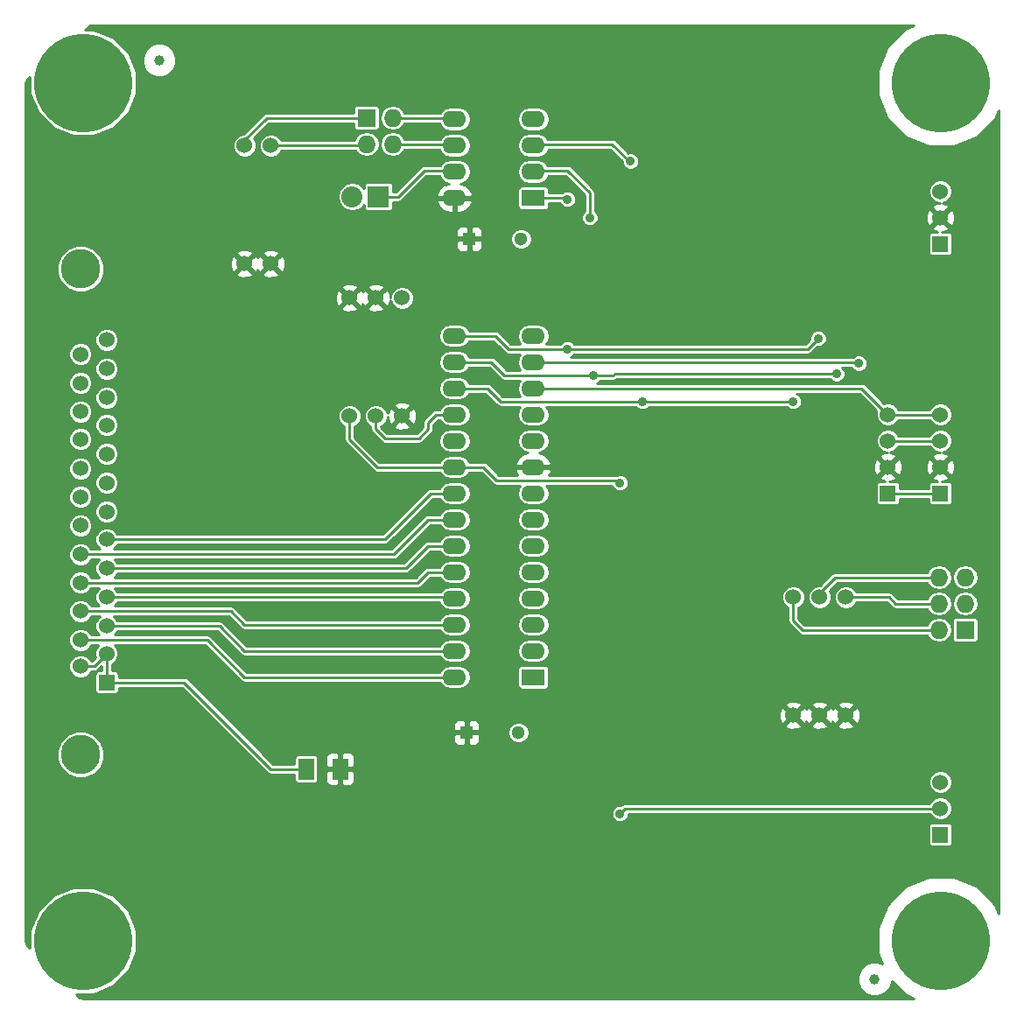
<source format=gtl>
G04 #@! TF.FileFunction,Copper,L1,Top,Signal*
%FSLAX46Y46*%
G04 Gerber Fmt 4.6, Leading zero omitted, Abs format (unit mm)*
G04 Created by KiCad (PCBNEW (after 2015-mar-04 BZR unknown)-product) date 5/18/2015 8:07:22 PM*
%MOMM*%
G01*
G04 APERTURE LIST*
%ADD10C,0.150000*%
%ADD11C,9.525000*%
%ADD12C,1.000000*%
%ADD13R,1.524000X1.524000*%
%ADD14C,1.524000*%
%ADD15C,3.810000*%
%ADD16R,1.524000X2.032000*%
%ADD17R,1.727200X1.727200*%
%ADD18O,1.727200X1.727200*%
%ADD19R,2.032000X2.032000*%
%ADD20O,2.032000X2.032000*%
%ADD21O,2.286000X1.574800*%
%ADD22R,2.286000X1.574800*%
%ADD23R,1.300000X1.300000*%
%ADD24C,1.300000*%
%ADD25C,0.889000*%
%ADD26C,0.254000*%
G04 APERTURE END LIST*
D10*
D11*
X16000000Y-16000000D03*
X99000000Y-16000000D03*
X16000000Y-99000000D03*
X99000000Y-99000000D03*
D12*
X23335000Y-13810000D03*
X92550000Y-102710000D03*
D13*
X98900000Y-55720000D03*
D14*
X98900000Y-53180000D03*
X98900000Y-50640000D03*
X98900000Y-48100000D03*
D15*
X15730000Y-34005000D03*
X15730000Y-80995000D03*
D13*
X18270000Y-74010000D03*
D14*
X18270000Y-71216000D03*
X18270000Y-68549000D03*
X18270000Y-65755000D03*
X18270000Y-62961000D03*
X18270000Y-60167000D03*
X18270000Y-57500000D03*
X18270000Y-54706000D03*
X18270000Y-51912000D03*
X18270000Y-49118000D03*
X18270000Y-46451000D03*
X18270000Y-43657000D03*
X18270000Y-40863000D03*
X15730000Y-72435200D03*
X15730000Y-69895200D03*
X15730000Y-67101200D03*
X15730000Y-64358000D03*
X15730000Y-61614800D03*
X15730000Y-58820800D03*
X15730000Y-56077600D03*
X15730000Y-53334400D03*
X15730000Y-50489600D03*
X15730000Y-47797200D03*
X15730000Y-45054000D03*
X15730000Y-42260000D03*
D13*
X93820000Y-55720000D03*
D14*
X93820000Y-53180000D03*
X93820000Y-50640000D03*
X93820000Y-48100000D03*
D13*
X98900000Y-31590000D03*
D14*
X98900000Y-29050000D03*
X98900000Y-26510000D03*
D13*
X98900000Y-88740000D03*
D14*
X98900000Y-86200000D03*
X98900000Y-83660000D03*
D16*
X40861000Y-82390000D03*
X37559000Y-82390000D03*
D14*
X31590000Y-22065000D03*
X31590000Y-33495000D03*
X34130000Y-22065000D03*
X34130000Y-33495000D03*
D17*
X43401000Y-19398000D03*
D18*
X45941000Y-19398000D03*
X43401000Y-21938000D03*
X45941000Y-21938000D03*
D19*
X44544000Y-27018000D03*
D20*
X42004000Y-27018000D03*
D14*
X46830000Y-36797000D03*
X46830000Y-48227000D03*
X44290000Y-48227000D03*
X44290000Y-36797000D03*
X84676000Y-65753000D03*
X84676000Y-77183000D03*
X89756000Y-65753000D03*
X89756000Y-77183000D03*
X87216000Y-65753000D03*
X87216000Y-77183000D03*
X41750000Y-48227000D03*
X41750000Y-36797000D03*
D17*
X101313000Y-68928000D03*
D18*
X98773000Y-68928000D03*
X101313000Y-66388000D03*
X98773000Y-66388000D03*
X101313000Y-63848000D03*
X98773000Y-63848000D03*
D21*
X59530000Y-70960000D03*
X59530000Y-68420000D03*
X59530000Y-65880000D03*
X59530000Y-63340000D03*
X59530000Y-60800000D03*
X59530000Y-58260000D03*
X59530000Y-55720000D03*
X59530000Y-53180000D03*
X59530000Y-50640000D03*
X59530000Y-48100000D03*
X59530000Y-45560000D03*
X59530000Y-43020000D03*
X59530000Y-40480000D03*
D22*
X59530000Y-73500000D03*
D21*
X51910000Y-40480000D03*
X51910000Y-43020000D03*
X51910000Y-45560000D03*
X51910000Y-48100000D03*
X51910000Y-50640000D03*
X51910000Y-53180000D03*
X51910000Y-55720000D03*
X51910000Y-58260000D03*
X51910000Y-60800000D03*
X51910000Y-63340000D03*
X51910000Y-65880000D03*
X51910000Y-68420000D03*
X51910000Y-70960000D03*
X51910000Y-73500000D03*
D22*
X59530000Y-27145000D03*
D21*
X59530000Y-24605000D03*
X59530000Y-22065000D03*
X59530000Y-19525000D03*
X51910000Y-19525000D03*
X51910000Y-22065000D03*
X51910000Y-24605000D03*
X51910000Y-27145000D03*
D23*
X53350000Y-31106000D03*
D24*
X58350000Y-31106000D03*
D23*
X53096000Y-78858000D03*
D24*
X58096000Y-78858000D03*
D25*
X87089000Y-40734000D03*
X62832000Y-27272000D03*
X62832000Y-41750000D03*
X88867000Y-44163000D03*
X64991000Y-29050000D03*
X65372000Y-44290000D03*
X84676000Y-46830000D03*
X68928000Y-23589000D03*
X70071000Y-46830000D03*
X91026000Y-43147000D03*
X67912000Y-86708000D03*
X67912000Y-54704000D03*
D26*
X88740000Y-63848000D02*
X98773000Y-63848000D01*
X87216000Y-65372000D02*
X88740000Y-63848000D01*
X87216000Y-65753000D02*
X87216000Y-65372000D01*
X62832000Y-41750000D02*
X57117000Y-41750000D01*
X86073000Y-41750000D02*
X62832000Y-41750000D01*
X87089000Y-40734000D02*
X86073000Y-41750000D01*
X56482000Y-41115000D02*
X55847000Y-40480000D01*
X57117000Y-41750000D02*
X56482000Y-41115000D01*
X55847000Y-40480000D02*
X56482000Y-41115000D01*
X51910000Y-40480000D02*
X55847000Y-40480000D01*
X62705000Y-27145000D02*
X62832000Y-27272000D01*
X59530000Y-27145000D02*
X62705000Y-27145000D01*
X88867000Y-44163000D02*
X67404000Y-44163000D01*
X67404000Y-44163000D02*
X67277000Y-44290000D01*
X65372000Y-44290000D02*
X56736000Y-44290000D01*
X67277000Y-44290000D02*
X65372000Y-44290000D01*
X56736000Y-44290000D02*
X55466000Y-43020000D01*
X55466000Y-43020000D02*
X51910000Y-43020000D01*
X62832000Y-24478000D02*
X64991000Y-26637000D01*
X64991000Y-26637000D02*
X64991000Y-29050000D01*
X59784000Y-24478000D02*
X62832000Y-24478000D01*
X93947000Y-65753000D02*
X94582000Y-66388000D01*
X94582000Y-66388000D02*
X98773000Y-66388000D01*
X89756000Y-65753000D02*
X93947000Y-65753000D01*
X85565000Y-68928000D02*
X84676000Y-68039000D01*
X84676000Y-68039000D02*
X84676000Y-65753000D01*
X98773000Y-68928000D02*
X85565000Y-68928000D01*
X55085000Y-45560000D02*
X56355000Y-46830000D01*
X70071000Y-46830000D02*
X84676000Y-46830000D01*
X56355000Y-46830000D02*
X70071000Y-46830000D01*
X51910000Y-45560000D02*
X55085000Y-45560000D01*
X67150000Y-21938000D02*
X68801000Y-23589000D01*
X68801000Y-23589000D02*
X68928000Y-23589000D01*
X59784000Y-21938000D02*
X67150000Y-21938000D01*
X93820000Y-48100000D02*
X98900000Y-48100000D01*
X91280000Y-45560000D02*
X93820000Y-48100000D01*
X59530000Y-45560000D02*
X91280000Y-45560000D01*
X52164000Y-21938000D02*
X45941000Y-21938000D01*
X93820000Y-50640000D02*
X98900000Y-50640000D01*
X91026000Y-43147000D02*
X90899000Y-43020000D01*
X90899000Y-43020000D02*
X59530000Y-43020000D01*
X45941000Y-19398000D02*
X52164000Y-19398000D01*
X98900000Y-55720000D02*
X93820000Y-55720000D01*
X68420000Y-86200000D02*
X67912000Y-86708000D01*
X67912000Y-54704000D02*
X67658000Y-54450000D01*
X67658000Y-54450000D02*
X55974000Y-54450000D01*
X55974000Y-54450000D02*
X54704000Y-53180000D01*
X54704000Y-53180000D02*
X51910000Y-53180000D01*
X98900000Y-86200000D02*
X68420000Y-86200000D01*
X41750000Y-50513000D02*
X44417000Y-53180000D01*
X44417000Y-53180000D02*
X51910000Y-53180000D01*
X41750000Y-48227000D02*
X41750000Y-50513000D01*
X51910000Y-48100000D02*
X50132000Y-48100000D01*
X48481000Y-50386000D02*
X49370000Y-49497000D01*
X49370000Y-49497000D02*
X49370000Y-48862000D01*
X49370000Y-48862000D02*
X50132000Y-48100000D01*
X44290000Y-49497000D02*
X45179000Y-50386000D01*
X45179000Y-50386000D02*
X48481000Y-50386000D01*
X44290000Y-48227000D02*
X44290000Y-49497000D01*
X18270000Y-71216000D02*
X18270000Y-74010000D01*
X15730000Y-72435200D02*
X17050800Y-72435200D01*
X17050800Y-72435200D02*
X18270000Y-71216000D01*
X25200000Y-74010000D02*
X18270000Y-74010000D01*
X34130000Y-82390000D02*
X25750000Y-74010000D01*
X25750000Y-74010000D02*
X25200000Y-74010000D01*
X37559000Y-82390000D02*
X34130000Y-82390000D01*
X31463000Y-21557000D02*
X31463000Y-22065000D01*
X31590000Y-21557000D02*
X31590000Y-22065000D01*
X33749000Y-19398000D02*
X31590000Y-21557000D01*
X43401000Y-19398000D02*
X33749000Y-19398000D01*
X43274000Y-22065000D02*
X43401000Y-21938000D01*
X34130000Y-22065000D02*
X43274000Y-22065000D01*
X46449000Y-27018000D02*
X48989000Y-24478000D01*
X48989000Y-24478000D02*
X52164000Y-24478000D01*
X44544000Y-27018000D02*
X46449000Y-27018000D01*
X24140000Y-68549000D02*
X18270000Y-68549000D01*
X31590000Y-70960000D02*
X51910000Y-70960000D01*
X29179000Y-68549000D02*
X31590000Y-70960000D01*
X24140000Y-68549000D02*
X29179000Y-68549000D01*
X24550000Y-65755000D02*
X18270000Y-65755000D01*
X24550000Y-65755000D02*
X51785000Y-65755000D01*
X51785000Y-65755000D02*
X51910000Y-65880000D01*
X25100000Y-62961000D02*
X18270000Y-62961000D01*
X47209000Y-62961000D02*
X49370000Y-60800000D01*
X25100000Y-62961000D02*
X47209000Y-62961000D01*
X49370000Y-60800000D02*
X51910000Y-60800000D01*
X24700000Y-60167000D02*
X18270000Y-60167000D01*
X24700000Y-60167000D02*
X45177000Y-60167000D01*
X45177000Y-60167000D02*
X49624000Y-55720000D01*
X49624000Y-55720000D02*
X51910000Y-55720000D01*
X25120000Y-69895200D02*
X15730000Y-69895200D01*
X31590000Y-73500000D02*
X51910000Y-73500000D01*
X27985200Y-69895200D02*
X31590000Y-73500000D01*
X25120000Y-69895200D02*
X27985200Y-69895200D01*
X23500000Y-67101200D02*
X15730000Y-67101200D01*
X31590000Y-68420000D02*
X51910000Y-68420000D01*
X30271200Y-67101200D02*
X31590000Y-68420000D01*
X23500000Y-67101200D02*
X30271200Y-67101200D01*
X21840000Y-64358000D02*
X15730000Y-64358000D01*
X49370000Y-63340000D02*
X51910000Y-63340000D01*
X48352000Y-64358000D02*
X49370000Y-63340000D01*
X21840000Y-64358000D02*
X48352000Y-64358000D01*
X22880000Y-61614800D02*
X15730000Y-61614800D01*
X46015200Y-61614800D02*
X49370000Y-58260000D01*
X22880000Y-61614800D02*
X46015200Y-61614800D01*
X49370000Y-58260000D02*
X51910000Y-58260000D01*
G36*
X104569000Y-96348473D02*
X104224815Y-95515482D01*
X102581983Y-93869780D01*
X102581983Y-66388000D01*
X102581983Y-63848000D01*
X102487243Y-63371712D01*
X102217448Y-62967935D01*
X101813671Y-62698140D01*
X101337383Y-62603400D01*
X101288617Y-62603400D01*
X100812329Y-62698140D01*
X100408552Y-62967935D01*
X100309144Y-63116709D01*
X100309144Y-53387698D01*
X100309144Y-29257698D01*
X100281362Y-28702632D01*
X100122397Y-28318857D01*
X100043198Y-28296140D01*
X100043198Y-26283641D01*
X99869554Y-25863388D01*
X99548303Y-25541577D01*
X99128354Y-25367199D01*
X98673641Y-25366802D01*
X98253388Y-25540446D01*
X97931577Y-25861697D01*
X97757199Y-26281646D01*
X97756802Y-26736359D01*
X97930446Y-27156612D01*
X98251697Y-27478423D01*
X98671646Y-27652801D01*
X98865660Y-27652970D01*
X98552632Y-27668638D01*
X98168857Y-27827603D01*
X98099392Y-28069787D01*
X98900000Y-28870395D01*
X99700608Y-28069787D01*
X99631143Y-27827603D01*
X99133741Y-27650147D01*
X99546612Y-27479554D01*
X99868423Y-27158303D01*
X100042801Y-26738354D01*
X100043198Y-26283641D01*
X100043198Y-28296140D01*
X99880213Y-28249392D01*
X99079605Y-29050000D01*
X99880213Y-29850608D01*
X100122397Y-29781143D01*
X100309144Y-29257698D01*
X100309144Y-53387698D01*
X100281362Y-52832632D01*
X100122397Y-52448857D01*
X100050464Y-52428224D01*
X100050464Y-32352000D01*
X100050464Y-30828000D01*
X100022278Y-30682726D01*
X99938404Y-30555044D01*
X99811784Y-30469574D01*
X99662000Y-30439536D01*
X99084056Y-30439536D01*
X99247368Y-30431362D01*
X99631143Y-30272397D01*
X99700608Y-30030213D01*
X98900000Y-29229605D01*
X98720395Y-29409210D01*
X98720395Y-29050000D01*
X97919787Y-28249392D01*
X97677603Y-28318857D01*
X97490856Y-28842302D01*
X97518638Y-29397368D01*
X97677603Y-29781143D01*
X97919787Y-29850608D01*
X98720395Y-29050000D01*
X98720395Y-29409210D01*
X98099392Y-30030213D01*
X98168857Y-30272397D01*
X98637341Y-30439536D01*
X98138000Y-30439536D01*
X97992726Y-30467722D01*
X97865044Y-30551596D01*
X97779574Y-30678216D01*
X97749536Y-30828000D01*
X97749536Y-32352000D01*
X97777722Y-32497274D01*
X97861596Y-32624956D01*
X97988216Y-32710426D01*
X98138000Y-32740464D01*
X99662000Y-32740464D01*
X99807274Y-32712278D01*
X99934956Y-32628404D01*
X100020426Y-32501784D01*
X100050464Y-32352000D01*
X100050464Y-52428224D01*
X100043198Y-52426140D01*
X100043198Y-50413641D01*
X100043198Y-47873641D01*
X99869554Y-47453388D01*
X99548303Y-47131577D01*
X99128354Y-46957199D01*
X98673641Y-46956802D01*
X98253388Y-47130446D01*
X97931577Y-47451697D01*
X97873318Y-47592000D01*
X94846826Y-47592000D01*
X94789554Y-47453388D01*
X94468303Y-47131577D01*
X94048354Y-46957199D01*
X93593641Y-46956802D01*
X93453236Y-47014815D01*
X91639210Y-45200790D01*
X91474403Y-45090669D01*
X91280000Y-45052000D01*
X65689510Y-45052000D01*
X65838998Y-44990233D01*
X66031566Y-44798000D01*
X67277000Y-44798000D01*
X67471403Y-44759331D01*
X67603599Y-44671000D01*
X88207697Y-44671000D01*
X88398781Y-44862417D01*
X88702077Y-44988357D01*
X89030482Y-44988643D01*
X89333998Y-44863233D01*
X89566417Y-44631219D01*
X89692357Y-44327923D01*
X89692643Y-43999518D01*
X89567233Y-43696002D01*
X89399523Y-43528000D01*
X90290233Y-43528000D01*
X90325767Y-43613998D01*
X90557781Y-43846417D01*
X90861077Y-43972357D01*
X91189482Y-43972643D01*
X91492998Y-43847233D01*
X91725417Y-43615219D01*
X91851357Y-43311923D01*
X91851643Y-42983518D01*
X91726233Y-42680002D01*
X91494219Y-42447583D01*
X91190923Y-42321643D01*
X90862518Y-42321357D01*
X90559002Y-42446767D01*
X90493655Y-42512000D01*
X63149510Y-42512000D01*
X63298998Y-42450233D01*
X63491566Y-42258000D01*
X86073000Y-42258000D01*
X86267403Y-42219331D01*
X86432210Y-42109210D01*
X86982012Y-41559407D01*
X87252482Y-41559643D01*
X87555998Y-41434233D01*
X87788417Y-41202219D01*
X87914357Y-40898923D01*
X87914643Y-40570518D01*
X87789233Y-40267002D01*
X87557219Y-40034583D01*
X87253923Y-39908643D01*
X86925518Y-39908357D01*
X86622002Y-40033767D01*
X86389583Y-40265781D01*
X86263643Y-40569077D01*
X86263406Y-40841173D01*
X85862580Y-41242000D01*
X69753643Y-41242000D01*
X69753643Y-23425518D01*
X69628233Y-23122002D01*
X69396219Y-22889583D01*
X69092923Y-22763643D01*
X68764518Y-22763357D01*
X68714460Y-22784040D01*
X67509210Y-21578790D01*
X67344403Y-21468669D01*
X67150000Y-21430000D01*
X61083857Y-21430000D01*
X61083857Y-19525000D01*
X60994918Y-19077873D01*
X60741641Y-18698816D01*
X60362584Y-18445539D01*
X59915457Y-18356600D01*
X59144543Y-18356600D01*
X58697416Y-18445539D01*
X58318359Y-18698816D01*
X58065082Y-19077873D01*
X57976143Y-19525000D01*
X58065082Y-19972127D01*
X58318359Y-20351184D01*
X58697416Y-20604461D01*
X59144543Y-20693400D01*
X59915457Y-20693400D01*
X60362584Y-20604461D01*
X60741641Y-20351184D01*
X60994918Y-19972127D01*
X61083857Y-19525000D01*
X61083857Y-21430000D01*
X60869385Y-21430000D01*
X60741641Y-21238816D01*
X60362584Y-20985539D01*
X59915457Y-20896600D01*
X59144543Y-20896600D01*
X58697416Y-20985539D01*
X58318359Y-21238816D01*
X58065082Y-21617873D01*
X57976143Y-22065000D01*
X58065082Y-22512127D01*
X58318359Y-22891184D01*
X58697416Y-23144461D01*
X59144543Y-23233400D01*
X59915457Y-23233400D01*
X60362584Y-23144461D01*
X60741641Y-22891184D01*
X60994918Y-22512127D01*
X61008071Y-22446000D01*
X66939579Y-22446000D01*
X68102482Y-23608902D01*
X68102357Y-23752482D01*
X68227767Y-24055998D01*
X68459781Y-24288417D01*
X68763077Y-24414357D01*
X69091482Y-24414643D01*
X69394998Y-24289233D01*
X69627417Y-24057219D01*
X69753357Y-23753923D01*
X69753643Y-23425518D01*
X69753643Y-41242000D01*
X65816643Y-41242000D01*
X65816643Y-28886518D01*
X65691233Y-28583002D01*
X65499000Y-28390433D01*
X65499000Y-26637000D01*
X65460331Y-26442597D01*
X65460331Y-26442596D01*
X65350210Y-26277790D01*
X63191210Y-24118790D01*
X63026403Y-24008669D01*
X62832000Y-23970000D01*
X60869385Y-23970000D01*
X60741641Y-23778816D01*
X60362584Y-23525539D01*
X59915457Y-23436600D01*
X59144543Y-23436600D01*
X58697416Y-23525539D01*
X58318359Y-23778816D01*
X58065082Y-24157873D01*
X57976143Y-24605000D01*
X58065082Y-25052127D01*
X58318359Y-25431184D01*
X58697416Y-25684461D01*
X59144543Y-25773400D01*
X59915457Y-25773400D01*
X60362584Y-25684461D01*
X60741641Y-25431184D01*
X60994918Y-25052127D01*
X61008071Y-24986000D01*
X62621580Y-24986000D01*
X64483000Y-26847420D01*
X64483000Y-28390697D01*
X64291583Y-28581781D01*
X64165643Y-28885077D01*
X64165357Y-29213482D01*
X64290767Y-29516998D01*
X64522781Y-29749417D01*
X64826077Y-29875357D01*
X65154482Y-29875643D01*
X65457998Y-29750233D01*
X65690417Y-29518219D01*
X65816357Y-29214923D01*
X65816643Y-28886518D01*
X65816643Y-41242000D01*
X63657643Y-41242000D01*
X63657643Y-27108518D01*
X63532233Y-26805002D01*
X63300219Y-26572583D01*
X62996923Y-26446643D01*
X62668518Y-26446357D01*
X62365002Y-26571767D01*
X62299655Y-26637000D01*
X61061464Y-26637000D01*
X61061464Y-26357600D01*
X61033278Y-26212326D01*
X60949404Y-26084644D01*
X60822784Y-25999174D01*
X60673000Y-25969136D01*
X58387000Y-25969136D01*
X58241726Y-25997322D01*
X58114044Y-26081196D01*
X58028574Y-26207816D01*
X57998536Y-26357600D01*
X57998536Y-27932400D01*
X58026722Y-28077674D01*
X58110596Y-28205356D01*
X58237216Y-28290826D01*
X58387000Y-28320864D01*
X60673000Y-28320864D01*
X60818274Y-28292678D01*
X60945956Y-28208804D01*
X61031426Y-28082184D01*
X61061464Y-27932400D01*
X61061464Y-27653000D01*
X62096233Y-27653000D01*
X62131767Y-27738998D01*
X62363781Y-27971417D01*
X62667077Y-28097357D01*
X62995482Y-28097643D01*
X63298998Y-27972233D01*
X63531417Y-27740219D01*
X63657357Y-27436923D01*
X63657643Y-27108518D01*
X63657643Y-41242000D01*
X63491302Y-41242000D01*
X63300219Y-41050583D01*
X62996923Y-40924643D01*
X62668518Y-40924357D01*
X62365002Y-41049767D01*
X62172433Y-41242000D01*
X60784527Y-41242000D01*
X60994918Y-40927127D01*
X61083857Y-40480000D01*
X60994918Y-40032873D01*
X60741641Y-39653816D01*
X60362584Y-39400539D01*
X59915457Y-39311600D01*
X59381178Y-39311600D01*
X59381178Y-30901821D01*
X59224549Y-30522749D01*
X58934777Y-30232471D01*
X58555978Y-30075180D01*
X58145821Y-30074822D01*
X57766749Y-30231451D01*
X57476471Y-30521223D01*
X57319180Y-30900022D01*
X57318822Y-31310179D01*
X57475451Y-31689251D01*
X57765223Y-31979529D01*
X58144022Y-32136820D01*
X58554179Y-32137178D01*
X58933251Y-31980549D01*
X59223529Y-31690777D01*
X59380820Y-31311978D01*
X59381178Y-30901821D01*
X59381178Y-39311600D01*
X59144543Y-39311600D01*
X58697416Y-39400539D01*
X58318359Y-39653816D01*
X58065082Y-40032873D01*
X57976143Y-40480000D01*
X58065082Y-40927127D01*
X58275472Y-41242000D01*
X57327420Y-41242000D01*
X56841213Y-40755793D01*
X56841211Y-40755790D01*
X56206210Y-40120790D01*
X56041403Y-40010669D01*
X55847000Y-39972000D01*
X54635000Y-39972000D01*
X54635000Y-31882310D01*
X54635000Y-31629691D01*
X54635000Y-31391750D01*
X54635000Y-30820250D01*
X54635000Y-30582309D01*
X54635000Y-30329690D01*
X54538327Y-30096301D01*
X54359698Y-29917673D01*
X54126309Y-29821000D01*
X53645010Y-29821000D01*
X53645010Y-27492060D01*
X53645010Y-26797940D01*
X53628327Y-26718004D01*
X53361191Y-26229014D01*
X52927262Y-25879475D01*
X52456535Y-25741359D01*
X52742584Y-25684461D01*
X53121641Y-25431184D01*
X53374918Y-25052127D01*
X53463857Y-24605000D01*
X53463857Y-22065000D01*
X53463857Y-19525000D01*
X53374918Y-19077873D01*
X53121641Y-18698816D01*
X52742584Y-18445539D01*
X52295457Y-18356600D01*
X51524543Y-18356600D01*
X51077416Y-18445539D01*
X50698359Y-18698816D01*
X50570614Y-18890000D01*
X47094053Y-18890000D01*
X46845448Y-18517935D01*
X46441671Y-18248140D01*
X45965383Y-18153400D01*
X45916617Y-18153400D01*
X45440329Y-18248140D01*
X45036552Y-18517935D01*
X44766757Y-18921712D01*
X44672017Y-19398000D01*
X44766757Y-19874288D01*
X45036552Y-20278065D01*
X45440329Y-20547860D01*
X45916617Y-20642600D01*
X45965383Y-20642600D01*
X46441671Y-20547860D01*
X46845448Y-20278065D01*
X47094053Y-19906000D01*
X50431928Y-19906000D01*
X50445082Y-19972127D01*
X50698359Y-20351184D01*
X51077416Y-20604461D01*
X51524543Y-20693400D01*
X52295457Y-20693400D01*
X52742584Y-20604461D01*
X53121641Y-20351184D01*
X53374918Y-19972127D01*
X53463857Y-19525000D01*
X53463857Y-22065000D01*
X53374918Y-21617873D01*
X53121641Y-21238816D01*
X52742584Y-20985539D01*
X52295457Y-20896600D01*
X51524543Y-20896600D01*
X51077416Y-20985539D01*
X50698359Y-21238816D01*
X50570614Y-21430000D01*
X47094053Y-21430000D01*
X46845448Y-21057935D01*
X46441671Y-20788140D01*
X45965383Y-20693400D01*
X45916617Y-20693400D01*
X45440329Y-20788140D01*
X45036552Y-21057935D01*
X44766757Y-21461712D01*
X44672017Y-21938000D01*
X44766757Y-22414288D01*
X45036552Y-22818065D01*
X45440329Y-23087860D01*
X45916617Y-23182600D01*
X45965383Y-23182600D01*
X46441671Y-23087860D01*
X46845448Y-22818065D01*
X47094053Y-22446000D01*
X50431928Y-22446000D01*
X50445082Y-22512127D01*
X50698359Y-22891184D01*
X51077416Y-23144461D01*
X51524543Y-23233400D01*
X52295457Y-23233400D01*
X52742584Y-23144461D01*
X53121641Y-22891184D01*
X53374918Y-22512127D01*
X53463857Y-22065000D01*
X53463857Y-24605000D01*
X53374918Y-24157873D01*
X53121641Y-23778816D01*
X52742584Y-23525539D01*
X52295457Y-23436600D01*
X51524543Y-23436600D01*
X51077416Y-23525539D01*
X50698359Y-23778816D01*
X50570614Y-23970000D01*
X48989000Y-23970000D01*
X48794597Y-24008669D01*
X48739910Y-24045209D01*
X48629789Y-24118790D01*
X46238579Y-26510000D01*
X45948464Y-26510000D01*
X45948464Y-26002000D01*
X45920278Y-25856726D01*
X45836404Y-25729044D01*
X45709784Y-25643574D01*
X45560000Y-25613536D01*
X44669983Y-25613536D01*
X44669983Y-21938000D01*
X44653064Y-21852942D01*
X44653064Y-20261600D01*
X44653064Y-18534400D01*
X44624878Y-18389126D01*
X44541004Y-18261444D01*
X44414384Y-18175974D01*
X44264600Y-18145936D01*
X42537400Y-18145936D01*
X42392126Y-18174122D01*
X42264444Y-18257996D01*
X42178974Y-18384616D01*
X42148936Y-18534400D01*
X42148936Y-18890000D01*
X33749000Y-18890000D01*
X33554596Y-18928669D01*
X33389790Y-19038790D01*
X31506653Y-20921926D01*
X31363641Y-20921802D01*
X30943388Y-21095446D01*
X30621577Y-21416697D01*
X30447199Y-21836646D01*
X30446802Y-22291359D01*
X30620446Y-22711612D01*
X30941697Y-23033423D01*
X31361646Y-23207801D01*
X31816359Y-23208198D01*
X32236612Y-23034554D01*
X32558423Y-22713303D01*
X32732801Y-22293354D01*
X32733198Y-21838641D01*
X32559554Y-21418388D01*
X32503341Y-21362078D01*
X33959420Y-19906000D01*
X42148936Y-19906000D01*
X42148936Y-20261600D01*
X42177122Y-20406874D01*
X42260996Y-20534556D01*
X42387616Y-20620026D01*
X42537400Y-20650064D01*
X44264600Y-20650064D01*
X44409874Y-20621878D01*
X44537556Y-20538004D01*
X44623026Y-20411384D01*
X44653064Y-20261600D01*
X44653064Y-21852942D01*
X44575243Y-21461712D01*
X44305448Y-21057935D01*
X43901671Y-20788140D01*
X43425383Y-20693400D01*
X43376617Y-20693400D01*
X42900329Y-20788140D01*
X42496552Y-21057935D01*
X42226757Y-21461712D01*
X42207802Y-21557000D01*
X35156826Y-21557000D01*
X35099554Y-21418388D01*
X34778303Y-21096577D01*
X34358354Y-20922199D01*
X33903641Y-20921802D01*
X33483388Y-21095446D01*
X33161577Y-21416697D01*
X32987199Y-21836646D01*
X32986802Y-22291359D01*
X33160446Y-22711612D01*
X33481697Y-23033423D01*
X33901646Y-23207801D01*
X34356359Y-23208198D01*
X34776612Y-23034554D01*
X35098423Y-22713303D01*
X35156681Y-22573000D01*
X42332804Y-22573000D01*
X42496552Y-22818065D01*
X42900329Y-23087860D01*
X43376617Y-23182600D01*
X43425383Y-23182600D01*
X43901671Y-23087860D01*
X44305448Y-22818065D01*
X44575243Y-22414288D01*
X44669983Y-21938000D01*
X44669983Y-25613536D01*
X43528000Y-25613536D01*
X43382726Y-25641722D01*
X43255044Y-25725596D01*
X43169574Y-25852216D01*
X43139536Y-26002000D01*
X43139536Y-26223863D01*
X42991828Y-26002803D01*
X42538609Y-25699971D01*
X42004000Y-25593631D01*
X41469391Y-25699971D01*
X41016172Y-26002803D01*
X40713340Y-26456022D01*
X40607000Y-26990631D01*
X40607000Y-27045369D01*
X40713340Y-27579978D01*
X41016172Y-28033197D01*
X41469391Y-28336029D01*
X42004000Y-28442369D01*
X42538609Y-28336029D01*
X42991828Y-28033197D01*
X43139536Y-27812136D01*
X43139536Y-28034000D01*
X43167722Y-28179274D01*
X43251596Y-28306956D01*
X43378216Y-28392426D01*
X43528000Y-28422464D01*
X45560000Y-28422464D01*
X45705274Y-28394278D01*
X45832956Y-28310404D01*
X45918426Y-28183784D01*
X45948464Y-28034000D01*
X45948464Y-27526000D01*
X46449000Y-27526000D01*
X46643403Y-27487331D01*
X46808210Y-27377210D01*
X49199420Y-24986000D01*
X50431928Y-24986000D01*
X50445082Y-25052127D01*
X50698359Y-25431184D01*
X51077416Y-25684461D01*
X51363464Y-25741359D01*
X50892738Y-25879475D01*
X50458809Y-26229014D01*
X50191673Y-26718004D01*
X50174990Y-26797940D01*
X50297148Y-27018000D01*
X51783000Y-27018000D01*
X51783000Y-26998000D01*
X52037000Y-26998000D01*
X52037000Y-27018000D01*
X53522852Y-27018000D01*
X53645010Y-26797940D01*
X53645010Y-27492060D01*
X53522852Y-27272000D01*
X52037000Y-27272000D01*
X52037000Y-28567400D01*
X52392600Y-28567400D01*
X52927262Y-28410525D01*
X53361191Y-28060986D01*
X53628327Y-27571996D01*
X53645010Y-27492060D01*
X53645010Y-29821000D01*
X53635750Y-29821000D01*
X53477000Y-29979750D01*
X53477000Y-30979000D01*
X54476250Y-30979000D01*
X54635000Y-30820250D01*
X54635000Y-31391750D01*
X54476250Y-31233000D01*
X53477000Y-31233000D01*
X53477000Y-32232250D01*
X53635750Y-32391000D01*
X54126309Y-32391000D01*
X54359698Y-32294327D01*
X54538327Y-32115699D01*
X54635000Y-31882310D01*
X54635000Y-39972000D01*
X53334244Y-39972000D01*
X53223000Y-39805510D01*
X53223000Y-32232250D01*
X53223000Y-31233000D01*
X53223000Y-30979000D01*
X53223000Y-29979750D01*
X53064250Y-29821000D01*
X52573691Y-29821000D01*
X52340302Y-29917673D01*
X52161673Y-30096301D01*
X52065000Y-30329690D01*
X52065000Y-30582309D01*
X52065000Y-30820250D01*
X52223750Y-30979000D01*
X53223000Y-30979000D01*
X53223000Y-31233000D01*
X52223750Y-31233000D01*
X52065000Y-31391750D01*
X52065000Y-31629691D01*
X52065000Y-31882310D01*
X52161673Y-32115699D01*
X52340302Y-32294327D01*
X52573691Y-32391000D01*
X53064250Y-32391000D01*
X53223000Y-32232250D01*
X53223000Y-39805510D01*
X53121641Y-39653816D01*
X52742584Y-39400539D01*
X52295457Y-39311600D01*
X51783000Y-39311600D01*
X51783000Y-28567400D01*
X51783000Y-27272000D01*
X50297148Y-27272000D01*
X50174990Y-27492060D01*
X50191673Y-27571996D01*
X50458809Y-28060986D01*
X50892738Y-28410525D01*
X51427400Y-28567400D01*
X51783000Y-28567400D01*
X51783000Y-39311600D01*
X51524543Y-39311600D01*
X51077416Y-39400539D01*
X50698359Y-39653816D01*
X50445082Y-40032873D01*
X50356143Y-40480000D01*
X50445082Y-40927127D01*
X50698359Y-41306184D01*
X51077416Y-41559461D01*
X51524543Y-41648400D01*
X52295457Y-41648400D01*
X52742584Y-41559461D01*
X53121641Y-41306184D01*
X53334244Y-40988000D01*
X55636579Y-40988000D01*
X56122790Y-41474211D01*
X56122793Y-41474213D01*
X56757790Y-42109211D01*
X56922597Y-42219331D01*
X57117000Y-42258000D01*
X58275472Y-42258000D01*
X58065082Y-42572873D01*
X57976143Y-43020000D01*
X58065082Y-43467127D01*
X58275472Y-43782000D01*
X56946420Y-43782000D01*
X55825210Y-42660790D01*
X55660403Y-42550669D01*
X55466000Y-42512000D01*
X53334244Y-42512000D01*
X53121641Y-42193816D01*
X52742584Y-41940539D01*
X52295457Y-41851600D01*
X51524543Y-41851600D01*
X51077416Y-41940539D01*
X50698359Y-42193816D01*
X50445082Y-42572873D01*
X50356143Y-43020000D01*
X50445082Y-43467127D01*
X50698359Y-43846184D01*
X51077416Y-44099461D01*
X51524543Y-44188400D01*
X52295457Y-44188400D01*
X52742584Y-44099461D01*
X53121641Y-43846184D01*
X53334244Y-43528000D01*
X55255580Y-43528000D01*
X56376790Y-44649210D01*
X56541596Y-44759331D01*
X56541597Y-44759331D01*
X56573849Y-44765746D01*
X56736000Y-44798000D01*
X58275472Y-44798000D01*
X58065082Y-45112873D01*
X57976143Y-45560000D01*
X58065082Y-46007127D01*
X58275472Y-46322000D01*
X56565420Y-46322000D01*
X55444210Y-45200790D01*
X55279403Y-45090669D01*
X55085000Y-45052000D01*
X53334244Y-45052000D01*
X53121641Y-44733816D01*
X52742584Y-44480539D01*
X52295457Y-44391600D01*
X51524543Y-44391600D01*
X51077416Y-44480539D01*
X50698359Y-44733816D01*
X50445082Y-45112873D01*
X50356143Y-45560000D01*
X50445082Y-46007127D01*
X50698359Y-46386184D01*
X51077416Y-46639461D01*
X51524543Y-46728400D01*
X52295457Y-46728400D01*
X52742584Y-46639461D01*
X53121641Y-46386184D01*
X53334244Y-46068000D01*
X54874580Y-46068000D01*
X55995790Y-47189210D01*
X56160596Y-47299331D01*
X56160597Y-47299331D01*
X56192849Y-47305746D01*
X56355000Y-47338000D01*
X58275472Y-47338000D01*
X58065082Y-47652873D01*
X57976143Y-48100000D01*
X58065082Y-48547127D01*
X58318359Y-48926184D01*
X58697416Y-49179461D01*
X59144543Y-49268400D01*
X59915457Y-49268400D01*
X60362584Y-49179461D01*
X60741641Y-48926184D01*
X60994918Y-48547127D01*
X61083857Y-48100000D01*
X60994918Y-47652873D01*
X60784527Y-47338000D01*
X69411697Y-47338000D01*
X69602781Y-47529417D01*
X69906077Y-47655357D01*
X70234482Y-47655643D01*
X70537998Y-47530233D01*
X70730566Y-47338000D01*
X84016697Y-47338000D01*
X84207781Y-47529417D01*
X84511077Y-47655357D01*
X84839482Y-47655643D01*
X85142998Y-47530233D01*
X85375417Y-47298219D01*
X85501357Y-46994923D01*
X85501643Y-46666518D01*
X85376233Y-46363002D01*
X85144219Y-46130583D01*
X84993502Y-46068000D01*
X91069579Y-46068000D01*
X92734713Y-47733134D01*
X92677199Y-47871646D01*
X92676802Y-48326359D01*
X92850446Y-48746612D01*
X93171697Y-49068423D01*
X93591646Y-49242801D01*
X94046359Y-49243198D01*
X94466612Y-49069554D01*
X94788423Y-48748303D01*
X94846681Y-48608000D01*
X97873173Y-48608000D01*
X97930446Y-48746612D01*
X98251697Y-49068423D01*
X98671646Y-49242801D01*
X99126359Y-49243198D01*
X99546612Y-49069554D01*
X99868423Y-48748303D01*
X100042801Y-48328354D01*
X100043198Y-47873641D01*
X100043198Y-50413641D01*
X99869554Y-49993388D01*
X99548303Y-49671577D01*
X99128354Y-49497199D01*
X98673641Y-49496802D01*
X98253388Y-49670446D01*
X97931577Y-49991697D01*
X97873318Y-50132000D01*
X94846826Y-50132000D01*
X94789554Y-49993388D01*
X94468303Y-49671577D01*
X94048354Y-49497199D01*
X93593641Y-49496802D01*
X93173388Y-49670446D01*
X92851577Y-49991697D01*
X92677199Y-50411646D01*
X92676802Y-50866359D01*
X92850446Y-51286612D01*
X93171697Y-51608423D01*
X93591646Y-51782801D01*
X93785660Y-51782970D01*
X93472632Y-51798638D01*
X93088857Y-51957603D01*
X93019392Y-52199787D01*
X93820000Y-53000395D01*
X94620608Y-52199787D01*
X94551143Y-51957603D01*
X94053741Y-51780147D01*
X94466612Y-51609554D01*
X94788423Y-51288303D01*
X94846681Y-51148000D01*
X97873173Y-51148000D01*
X97930446Y-51286612D01*
X98251697Y-51608423D01*
X98671646Y-51782801D01*
X98865660Y-51782970D01*
X98552632Y-51798638D01*
X98168857Y-51957603D01*
X98099392Y-52199787D01*
X98900000Y-53000395D01*
X99700608Y-52199787D01*
X99631143Y-51957603D01*
X99133741Y-51780147D01*
X99546612Y-51609554D01*
X99868423Y-51288303D01*
X100042801Y-50868354D01*
X100043198Y-50413641D01*
X100043198Y-52426140D01*
X99880213Y-52379392D01*
X99079605Y-53180000D01*
X99880213Y-53980608D01*
X100122397Y-53911143D01*
X100309144Y-53387698D01*
X100309144Y-63116709D01*
X100138757Y-63371712D01*
X100050464Y-63815588D01*
X100050464Y-56482000D01*
X100050464Y-54958000D01*
X100022278Y-54812726D01*
X99938404Y-54685044D01*
X99811784Y-54599574D01*
X99662000Y-54569536D01*
X99084056Y-54569536D01*
X99247368Y-54561362D01*
X99631143Y-54402397D01*
X99700608Y-54160213D01*
X98900000Y-53359605D01*
X98720395Y-53539210D01*
X98720395Y-53180000D01*
X97919787Y-52379392D01*
X97677603Y-52448857D01*
X97490856Y-52972302D01*
X97518638Y-53527368D01*
X97677603Y-53911143D01*
X97919787Y-53980608D01*
X98720395Y-53180000D01*
X98720395Y-53539210D01*
X98099392Y-54160213D01*
X98168857Y-54402397D01*
X98637341Y-54569536D01*
X98138000Y-54569536D01*
X97992726Y-54597722D01*
X97865044Y-54681596D01*
X97779574Y-54808216D01*
X97749536Y-54958000D01*
X97749536Y-55212000D01*
X95229144Y-55212000D01*
X95229144Y-53387698D01*
X95201362Y-52832632D01*
X95042397Y-52448857D01*
X94800213Y-52379392D01*
X93999605Y-53180000D01*
X94800213Y-53980608D01*
X95042397Y-53911143D01*
X95229144Y-53387698D01*
X95229144Y-55212000D01*
X94970464Y-55212000D01*
X94970464Y-54958000D01*
X94942278Y-54812726D01*
X94858404Y-54685044D01*
X94731784Y-54599574D01*
X94582000Y-54569536D01*
X94004056Y-54569536D01*
X94167368Y-54561362D01*
X94551143Y-54402397D01*
X94620608Y-54160213D01*
X93820000Y-53359605D01*
X93640395Y-53539210D01*
X93640395Y-53180000D01*
X92839787Y-52379392D01*
X92597603Y-52448857D01*
X92410856Y-52972302D01*
X92438638Y-53527368D01*
X92597603Y-53911143D01*
X92839787Y-53980608D01*
X93640395Y-53180000D01*
X93640395Y-53539210D01*
X93019392Y-54160213D01*
X93088857Y-54402397D01*
X93557341Y-54569536D01*
X93058000Y-54569536D01*
X92912726Y-54597722D01*
X92785044Y-54681596D01*
X92699574Y-54808216D01*
X92669536Y-54958000D01*
X92669536Y-56482000D01*
X92697722Y-56627274D01*
X92781596Y-56754956D01*
X92908216Y-56840426D01*
X93058000Y-56870464D01*
X94582000Y-56870464D01*
X94727274Y-56842278D01*
X94854956Y-56758404D01*
X94940426Y-56631784D01*
X94970464Y-56482000D01*
X94970464Y-56228000D01*
X97749536Y-56228000D01*
X97749536Y-56482000D01*
X97777722Y-56627274D01*
X97861596Y-56754956D01*
X97988216Y-56840426D01*
X98138000Y-56870464D01*
X99662000Y-56870464D01*
X99807274Y-56842278D01*
X99934956Y-56758404D01*
X100020426Y-56631784D01*
X100050464Y-56482000D01*
X100050464Y-63815588D01*
X100044017Y-63848000D01*
X100138757Y-64324288D01*
X100408552Y-64728065D01*
X100812329Y-64997860D01*
X101288617Y-65092600D01*
X101337383Y-65092600D01*
X101813671Y-64997860D01*
X102217448Y-64728065D01*
X102487243Y-64324288D01*
X102581983Y-63848000D01*
X102581983Y-66388000D01*
X102487243Y-65911712D01*
X102217448Y-65507935D01*
X101813671Y-65238140D01*
X101337383Y-65143400D01*
X101288617Y-65143400D01*
X100812329Y-65238140D01*
X100408552Y-65507935D01*
X100138757Y-65911712D01*
X100044017Y-66388000D01*
X100138757Y-66864288D01*
X100408552Y-67268065D01*
X100812329Y-67537860D01*
X101288617Y-67632600D01*
X101337383Y-67632600D01*
X101813671Y-67537860D01*
X102217448Y-67268065D01*
X102487243Y-66864288D01*
X102581983Y-66388000D01*
X102581983Y-93869780D01*
X102565064Y-93852831D01*
X102565064Y-69791600D01*
X102565064Y-68064400D01*
X102536878Y-67919126D01*
X102453004Y-67791444D01*
X102326384Y-67705974D01*
X102176600Y-67675936D01*
X100449400Y-67675936D01*
X100304126Y-67704122D01*
X100176444Y-67787996D01*
X100090974Y-67914616D01*
X100060936Y-68064400D01*
X100060936Y-69791600D01*
X100089122Y-69936874D01*
X100172996Y-70064556D01*
X100299616Y-70150026D01*
X100449400Y-70180064D01*
X102176600Y-70180064D01*
X102321874Y-70151878D01*
X102449556Y-70068004D01*
X102535026Y-69941384D01*
X102565064Y-69791600D01*
X102565064Y-93852831D01*
X102493632Y-93781275D01*
X100230575Y-92841571D01*
X100050464Y-92841413D01*
X100050464Y-89502000D01*
X100050464Y-87978000D01*
X100043198Y-87940550D01*
X100043198Y-85973641D01*
X100043198Y-83433641D01*
X100041983Y-83430700D01*
X100041983Y-68928000D01*
X100041983Y-66388000D01*
X100041983Y-63848000D01*
X99947243Y-63371712D01*
X99677448Y-62967935D01*
X99273671Y-62698140D01*
X98797383Y-62603400D01*
X98748617Y-62603400D01*
X98272329Y-62698140D01*
X97868552Y-62967935D01*
X97619946Y-63340000D01*
X88740000Y-63340000D01*
X88545597Y-63378669D01*
X88490910Y-63415209D01*
X88380789Y-63488790D01*
X87259542Y-64610037D01*
X86989641Y-64609802D01*
X86569388Y-64783446D01*
X86247577Y-65104697D01*
X86073199Y-65524646D01*
X86072802Y-65979359D01*
X86246446Y-66399612D01*
X86567697Y-66721423D01*
X86987646Y-66895801D01*
X87442359Y-66896198D01*
X87862612Y-66722554D01*
X88184423Y-66401303D01*
X88358801Y-65981354D01*
X88359198Y-65526641D01*
X88189787Y-65116633D01*
X88950420Y-64356000D01*
X97619946Y-64356000D01*
X97868552Y-64728065D01*
X98272329Y-64997860D01*
X98748617Y-65092600D01*
X98797383Y-65092600D01*
X99273671Y-64997860D01*
X99677448Y-64728065D01*
X99947243Y-64324288D01*
X100041983Y-63848000D01*
X100041983Y-66388000D01*
X99947243Y-65911712D01*
X99677448Y-65507935D01*
X99273671Y-65238140D01*
X98797383Y-65143400D01*
X98748617Y-65143400D01*
X98272329Y-65238140D01*
X97868552Y-65507935D01*
X97619946Y-65880000D01*
X94792420Y-65880000D01*
X94306210Y-65393790D01*
X94141403Y-65283669D01*
X93947000Y-65245000D01*
X90782826Y-65245000D01*
X90725554Y-65106388D01*
X90404303Y-64784577D01*
X89984354Y-64610199D01*
X89529641Y-64609802D01*
X89109388Y-64783446D01*
X88787577Y-65104697D01*
X88613199Y-65524646D01*
X88612802Y-65979359D01*
X88786446Y-66399612D01*
X89107697Y-66721423D01*
X89527646Y-66895801D01*
X89982359Y-66896198D01*
X90402612Y-66722554D01*
X90724423Y-66401303D01*
X90782681Y-66261000D01*
X93736579Y-66261000D01*
X94222790Y-66747211D01*
X94387597Y-66857331D01*
X94582000Y-66896000D01*
X97619946Y-66896000D01*
X97868552Y-67268065D01*
X98272329Y-67537860D01*
X98748617Y-67632600D01*
X98797383Y-67632600D01*
X99273671Y-67537860D01*
X99677448Y-67268065D01*
X99947243Y-66864288D01*
X100041983Y-66388000D01*
X100041983Y-68928000D01*
X99947243Y-68451712D01*
X99677448Y-68047935D01*
X99273671Y-67778140D01*
X98797383Y-67683400D01*
X98748617Y-67683400D01*
X98272329Y-67778140D01*
X97868552Y-68047935D01*
X97619946Y-68420000D01*
X85775420Y-68420000D01*
X85184000Y-67828580D01*
X85184000Y-66779826D01*
X85322612Y-66722554D01*
X85644423Y-66401303D01*
X85818801Y-65981354D01*
X85819198Y-65526641D01*
X85645554Y-65106388D01*
X85324303Y-64784577D01*
X84904354Y-64610199D01*
X84449641Y-64609802D01*
X84029388Y-64783446D01*
X83707577Y-65104697D01*
X83533199Y-65524646D01*
X83532802Y-65979359D01*
X83706446Y-66399612D01*
X84027697Y-66721423D01*
X84168000Y-66779681D01*
X84168000Y-68039000D01*
X84206669Y-68233403D01*
X84316790Y-68398210D01*
X85205790Y-69287210D01*
X85370597Y-69397331D01*
X85565000Y-69436000D01*
X97619946Y-69436000D01*
X97868552Y-69808065D01*
X98272329Y-70077860D01*
X98748617Y-70172600D01*
X98797383Y-70172600D01*
X99273671Y-70077860D01*
X99677448Y-69808065D01*
X99947243Y-69404288D01*
X100041983Y-68928000D01*
X100041983Y-83430700D01*
X99869554Y-83013388D01*
X99548303Y-82691577D01*
X99128354Y-82517199D01*
X98673641Y-82516802D01*
X98253388Y-82690446D01*
X97931577Y-83011697D01*
X97757199Y-83431646D01*
X97756802Y-83886359D01*
X97930446Y-84306612D01*
X98251697Y-84628423D01*
X98671646Y-84802801D01*
X99126359Y-84803198D01*
X99546612Y-84629554D01*
X99868423Y-84308303D01*
X100042801Y-83888354D01*
X100043198Y-83433641D01*
X100043198Y-85973641D01*
X99869554Y-85553388D01*
X99548303Y-85231577D01*
X99128354Y-85057199D01*
X98673641Y-85056802D01*
X98253388Y-85230446D01*
X97931577Y-85551697D01*
X97873318Y-85692000D01*
X91165144Y-85692000D01*
X91165144Y-77390698D01*
X91137362Y-76835632D01*
X90978397Y-76451857D01*
X90736213Y-76382392D01*
X90556608Y-76561997D01*
X90556608Y-76202787D01*
X90487143Y-75960603D01*
X89963698Y-75773856D01*
X89408632Y-75801638D01*
X89024857Y-75960603D01*
X88955392Y-76202787D01*
X89756000Y-77003395D01*
X90556608Y-76202787D01*
X90556608Y-76561997D01*
X89935605Y-77183000D01*
X90736213Y-77983608D01*
X90978397Y-77914143D01*
X91165144Y-77390698D01*
X91165144Y-85692000D01*
X90556608Y-85692000D01*
X90556608Y-78163213D01*
X89756000Y-77362605D01*
X89576395Y-77542210D01*
X89576395Y-77183000D01*
X88775787Y-76382392D01*
X88533603Y-76451857D01*
X88489547Y-76575344D01*
X88438397Y-76451857D01*
X88196213Y-76382392D01*
X88016608Y-76561997D01*
X88016608Y-76202787D01*
X87947143Y-75960603D01*
X87423698Y-75773856D01*
X86868632Y-75801638D01*
X86484857Y-75960603D01*
X86415392Y-76202787D01*
X87216000Y-77003395D01*
X88016608Y-76202787D01*
X88016608Y-76561997D01*
X87395605Y-77183000D01*
X88196213Y-77983608D01*
X88438397Y-77914143D01*
X88482452Y-77790655D01*
X88533603Y-77914143D01*
X88775787Y-77983608D01*
X89576395Y-77183000D01*
X89576395Y-77542210D01*
X88955392Y-78163213D01*
X89024857Y-78405397D01*
X89548302Y-78592144D01*
X90103368Y-78564362D01*
X90487143Y-78405397D01*
X90556608Y-78163213D01*
X90556608Y-85692000D01*
X88016608Y-85692000D01*
X88016608Y-78163213D01*
X87216000Y-77362605D01*
X87036395Y-77542210D01*
X87036395Y-77183000D01*
X86235787Y-76382392D01*
X85993603Y-76451857D01*
X85949547Y-76575344D01*
X85898397Y-76451857D01*
X85656213Y-76382392D01*
X85476608Y-76561997D01*
X85476608Y-76202787D01*
X85407143Y-75960603D01*
X84883698Y-75773856D01*
X84328632Y-75801638D01*
X83944857Y-75960603D01*
X83875392Y-76202787D01*
X84676000Y-77003395D01*
X85476608Y-76202787D01*
X85476608Y-76561997D01*
X84855605Y-77183000D01*
X85656213Y-77983608D01*
X85898397Y-77914143D01*
X85942452Y-77790655D01*
X85993603Y-77914143D01*
X86235787Y-77983608D01*
X87036395Y-77183000D01*
X87036395Y-77542210D01*
X86415392Y-78163213D01*
X86484857Y-78405397D01*
X87008302Y-78592144D01*
X87563368Y-78564362D01*
X87947143Y-78405397D01*
X88016608Y-78163213D01*
X88016608Y-85692000D01*
X85476608Y-85692000D01*
X85476608Y-78163213D01*
X84676000Y-77362605D01*
X84496395Y-77542210D01*
X84496395Y-77183000D01*
X83695787Y-76382392D01*
X83453603Y-76451857D01*
X83266856Y-76975302D01*
X83294638Y-77530368D01*
X83453603Y-77914143D01*
X83695787Y-77983608D01*
X84496395Y-77183000D01*
X84496395Y-77542210D01*
X83875392Y-78163213D01*
X83944857Y-78405397D01*
X84468302Y-78592144D01*
X85023368Y-78564362D01*
X85407143Y-78405397D01*
X85476608Y-78163213D01*
X85476608Y-85692000D01*
X68737643Y-85692000D01*
X68737643Y-54540518D01*
X68612233Y-54237002D01*
X68380219Y-54004583D01*
X68076923Y-53878643D01*
X67748518Y-53878357D01*
X67594489Y-53942000D01*
X61065313Y-53942000D01*
X61248327Y-53606996D01*
X61265010Y-53527060D01*
X61265010Y-52832940D01*
X61248327Y-52753004D01*
X60981191Y-52264014D01*
X60547262Y-51914475D01*
X60076535Y-51776359D01*
X60362584Y-51719461D01*
X60741641Y-51466184D01*
X60994918Y-51087127D01*
X61083857Y-50640000D01*
X60994918Y-50192873D01*
X60741641Y-49813816D01*
X60362584Y-49560539D01*
X59915457Y-49471600D01*
X59144543Y-49471600D01*
X58697416Y-49560539D01*
X58318359Y-49813816D01*
X58065082Y-50192873D01*
X57976143Y-50640000D01*
X58065082Y-51087127D01*
X58318359Y-51466184D01*
X58697416Y-51719461D01*
X58983464Y-51776359D01*
X58512738Y-51914475D01*
X58078809Y-52264014D01*
X57811673Y-52753004D01*
X57794990Y-52832940D01*
X57917148Y-53053000D01*
X59403000Y-53053000D01*
X59403000Y-53033000D01*
X59657000Y-53033000D01*
X59657000Y-53053000D01*
X61142852Y-53053000D01*
X61265010Y-52832940D01*
X61265010Y-53527060D01*
X61142852Y-53307000D01*
X59657000Y-53307000D01*
X59657000Y-53327000D01*
X59403000Y-53327000D01*
X59403000Y-53307000D01*
X57917148Y-53307000D01*
X57794990Y-53527060D01*
X57811673Y-53606996D01*
X57994686Y-53942000D01*
X56184420Y-53942000D01*
X55063210Y-52820790D01*
X54898403Y-52710669D01*
X54704000Y-52672000D01*
X53463857Y-52672000D01*
X53463857Y-50640000D01*
X53463857Y-48100000D01*
X53374918Y-47652873D01*
X53121641Y-47273816D01*
X52742584Y-47020539D01*
X52295457Y-46931600D01*
X51524543Y-46931600D01*
X51077416Y-47020539D01*
X50698359Y-47273816D01*
X50485755Y-47592000D01*
X50132000Y-47592000D01*
X49937597Y-47630669D01*
X49772790Y-47740790D01*
X49010790Y-48502790D01*
X48900669Y-48667597D01*
X48862000Y-48862000D01*
X48862000Y-49286580D01*
X48270580Y-49878000D01*
X48239144Y-49878000D01*
X48239144Y-48434698D01*
X48211362Y-47879632D01*
X48052397Y-47495857D01*
X47973198Y-47473140D01*
X47973198Y-36570641D01*
X47799554Y-36150388D01*
X47478303Y-35828577D01*
X47058354Y-35654199D01*
X46603641Y-35653802D01*
X46183388Y-35827446D01*
X45861577Y-36148697D01*
X45687199Y-36568646D01*
X45687029Y-36762660D01*
X45671362Y-36449632D01*
X45512397Y-36065857D01*
X45270213Y-35996392D01*
X45090608Y-36175997D01*
X45090608Y-35816787D01*
X45021143Y-35574603D01*
X44497698Y-35387856D01*
X43942632Y-35415638D01*
X43558857Y-35574603D01*
X43489392Y-35816787D01*
X44290000Y-36617395D01*
X45090608Y-35816787D01*
X45090608Y-36175997D01*
X44469605Y-36797000D01*
X45270213Y-37597608D01*
X45512397Y-37528143D01*
X45689852Y-37030741D01*
X45860446Y-37443612D01*
X46181697Y-37765423D01*
X46601646Y-37939801D01*
X47056359Y-37940198D01*
X47476612Y-37766554D01*
X47798423Y-37445303D01*
X47972801Y-37025354D01*
X47973198Y-36570641D01*
X47973198Y-47473140D01*
X47810213Y-47426392D01*
X47630608Y-47605997D01*
X47630608Y-47246787D01*
X47561143Y-47004603D01*
X47037698Y-46817856D01*
X46482632Y-46845638D01*
X46098857Y-47004603D01*
X46029392Y-47246787D01*
X46830000Y-48047395D01*
X47630608Y-47246787D01*
X47630608Y-47605997D01*
X47009605Y-48227000D01*
X47810213Y-49027608D01*
X48052397Y-48958143D01*
X48239144Y-48434698D01*
X48239144Y-49878000D01*
X47630608Y-49878000D01*
X47630608Y-49207213D01*
X46830000Y-48406605D01*
X46029392Y-49207213D01*
X46098857Y-49449397D01*
X46622302Y-49636144D01*
X47177368Y-49608362D01*
X47561143Y-49449397D01*
X47630608Y-49207213D01*
X47630608Y-49878000D01*
X45389420Y-49878000D01*
X44798000Y-49286580D01*
X44798000Y-49253826D01*
X44936612Y-49196554D01*
X45258423Y-48875303D01*
X45432801Y-48455354D01*
X45432970Y-48261339D01*
X45448638Y-48574368D01*
X45607603Y-48958143D01*
X45849787Y-49027608D01*
X46650395Y-48227000D01*
X45849787Y-47426392D01*
X45607603Y-47495857D01*
X45430147Y-47993258D01*
X45259554Y-47580388D01*
X45090608Y-47411147D01*
X45090608Y-37777213D01*
X44290000Y-36976605D01*
X44110395Y-37156210D01*
X44110395Y-36797000D01*
X43309787Y-35996392D01*
X43067603Y-36065857D01*
X43023547Y-36189344D01*
X42972397Y-36065857D01*
X42730213Y-35996392D01*
X42550608Y-36175997D01*
X42550608Y-35816787D01*
X42481143Y-35574603D01*
X41957698Y-35387856D01*
X41402632Y-35415638D01*
X41018857Y-35574603D01*
X40949392Y-35816787D01*
X41750000Y-36617395D01*
X42550608Y-35816787D01*
X42550608Y-36175997D01*
X41929605Y-36797000D01*
X42730213Y-37597608D01*
X42972397Y-37528143D01*
X43016452Y-37404655D01*
X43067603Y-37528143D01*
X43309787Y-37597608D01*
X44110395Y-36797000D01*
X44110395Y-37156210D01*
X43489392Y-37777213D01*
X43558857Y-38019397D01*
X44082302Y-38206144D01*
X44637368Y-38178362D01*
X45021143Y-38019397D01*
X45090608Y-37777213D01*
X45090608Y-47411147D01*
X44938303Y-47258577D01*
X44518354Y-47084199D01*
X44063641Y-47083802D01*
X43643388Y-47257446D01*
X43321577Y-47578697D01*
X43147199Y-47998646D01*
X43146802Y-48453359D01*
X43320446Y-48873612D01*
X43641697Y-49195423D01*
X43782000Y-49253681D01*
X43782000Y-49497000D01*
X43820669Y-49691403D01*
X43930790Y-49856210D01*
X44819790Y-50745210D01*
X44984597Y-50855331D01*
X45179000Y-50894000D01*
X48481000Y-50894000D01*
X48675403Y-50855331D01*
X48840210Y-50745210D01*
X49729210Y-49856210D01*
X49839331Y-49691403D01*
X49878000Y-49497000D01*
X49878000Y-49072420D01*
X50342420Y-48608000D01*
X50485755Y-48608000D01*
X50698359Y-48926184D01*
X51077416Y-49179461D01*
X51524543Y-49268400D01*
X52295457Y-49268400D01*
X52742584Y-49179461D01*
X53121641Y-48926184D01*
X53374918Y-48547127D01*
X53463857Y-48100000D01*
X53463857Y-50640000D01*
X53374918Y-50192873D01*
X53121641Y-49813816D01*
X52742584Y-49560539D01*
X52295457Y-49471600D01*
X51524543Y-49471600D01*
X51077416Y-49560539D01*
X50698359Y-49813816D01*
X50445082Y-50192873D01*
X50356143Y-50640000D01*
X50445082Y-51087127D01*
X50698359Y-51466184D01*
X51077416Y-51719461D01*
X51524543Y-51808400D01*
X52295457Y-51808400D01*
X52742584Y-51719461D01*
X53121641Y-51466184D01*
X53374918Y-51087127D01*
X53463857Y-50640000D01*
X53463857Y-52672000D01*
X53334244Y-52672000D01*
X53121641Y-52353816D01*
X52742584Y-52100539D01*
X52295457Y-52011600D01*
X51524543Y-52011600D01*
X51077416Y-52100539D01*
X50698359Y-52353816D01*
X50485755Y-52672000D01*
X44627420Y-52672000D01*
X42258000Y-50302579D01*
X42258000Y-49253826D01*
X42396612Y-49196554D01*
X42718423Y-48875303D01*
X42892801Y-48455354D01*
X42893198Y-48000641D01*
X42719554Y-47580388D01*
X42550608Y-47411147D01*
X42550608Y-37777213D01*
X41750000Y-36976605D01*
X41570395Y-37156210D01*
X41570395Y-36797000D01*
X40769787Y-35996392D01*
X40527603Y-36065857D01*
X40340856Y-36589302D01*
X40368638Y-37144368D01*
X40527603Y-37528143D01*
X40769787Y-37597608D01*
X41570395Y-36797000D01*
X41570395Y-37156210D01*
X40949392Y-37777213D01*
X41018857Y-38019397D01*
X41542302Y-38206144D01*
X42097368Y-38178362D01*
X42481143Y-38019397D01*
X42550608Y-37777213D01*
X42550608Y-47411147D01*
X42398303Y-47258577D01*
X41978354Y-47084199D01*
X41523641Y-47083802D01*
X41103388Y-47257446D01*
X40781577Y-47578697D01*
X40607199Y-47998646D01*
X40606802Y-48453359D01*
X40780446Y-48873612D01*
X41101697Y-49195423D01*
X41242000Y-49253681D01*
X41242000Y-50513000D01*
X41280669Y-50707403D01*
X41390790Y-50872210D01*
X44057790Y-53539211D01*
X44222597Y-53649331D01*
X44417000Y-53688000D01*
X50485755Y-53688000D01*
X50698359Y-54006184D01*
X51077416Y-54259461D01*
X51524543Y-54348400D01*
X52295457Y-54348400D01*
X52742584Y-54259461D01*
X53121641Y-54006184D01*
X53334244Y-53688000D01*
X54493580Y-53688000D01*
X55614790Y-54809210D01*
X55779596Y-54919331D01*
X55779597Y-54919331D01*
X55811849Y-54925746D01*
X55974000Y-54958000D01*
X58275472Y-54958000D01*
X58065082Y-55272873D01*
X57976143Y-55720000D01*
X58065082Y-56167127D01*
X58318359Y-56546184D01*
X58697416Y-56799461D01*
X59144543Y-56888400D01*
X59915457Y-56888400D01*
X60362584Y-56799461D01*
X60741641Y-56546184D01*
X60994918Y-56167127D01*
X61083857Y-55720000D01*
X60994918Y-55272873D01*
X60784527Y-54958000D01*
X67123758Y-54958000D01*
X67211767Y-55170998D01*
X67443781Y-55403417D01*
X67747077Y-55529357D01*
X68075482Y-55529643D01*
X68378998Y-55404233D01*
X68611417Y-55172219D01*
X68737357Y-54868923D01*
X68737643Y-54540518D01*
X68737643Y-85692000D01*
X68420000Y-85692000D01*
X68225597Y-85730669D01*
X68170910Y-85767209D01*
X68060789Y-85840790D01*
X68018986Y-85882592D01*
X67748518Y-85882357D01*
X67445002Y-86007767D01*
X67212583Y-86239781D01*
X67086643Y-86543077D01*
X67086357Y-86871482D01*
X67211767Y-87174998D01*
X67443781Y-87407417D01*
X67747077Y-87533357D01*
X68075482Y-87533643D01*
X68378998Y-87408233D01*
X68611417Y-87176219D01*
X68737357Y-86872923D01*
X68737500Y-86708000D01*
X97873173Y-86708000D01*
X97930446Y-86846612D01*
X98251697Y-87168423D01*
X98671646Y-87342801D01*
X99126359Y-87343198D01*
X99546612Y-87169554D01*
X99868423Y-86848303D01*
X100042801Y-86428354D01*
X100043198Y-85973641D01*
X100043198Y-87940550D01*
X100022278Y-87832726D01*
X99938404Y-87705044D01*
X99811784Y-87619574D01*
X99662000Y-87589536D01*
X98138000Y-87589536D01*
X97992726Y-87617722D01*
X97865044Y-87701596D01*
X97779574Y-87828216D01*
X97749536Y-87978000D01*
X97749536Y-89502000D01*
X97777722Y-89647274D01*
X97861596Y-89774956D01*
X97988216Y-89860426D01*
X98138000Y-89890464D01*
X99662000Y-89890464D01*
X99807274Y-89862278D01*
X99934956Y-89778404D01*
X100020426Y-89651784D01*
X100050464Y-89502000D01*
X100050464Y-92841413D01*
X97780175Y-92839433D01*
X95515482Y-93775185D01*
X93781275Y-95506368D01*
X92841571Y-97769425D01*
X92839433Y-100219825D01*
X93262719Y-101244257D01*
X92875050Y-101083283D01*
X92227789Y-101082718D01*
X91629582Y-101329892D01*
X91171501Y-101787175D01*
X90923283Y-102384950D01*
X90922718Y-103032211D01*
X91169892Y-103630418D01*
X91627175Y-104088499D01*
X92224950Y-104336717D01*
X92872211Y-104337282D01*
X93470418Y-104090108D01*
X93928499Y-103632825D01*
X94176717Y-103035050D01*
X94176846Y-102886880D01*
X95506368Y-104218725D01*
X96349923Y-104569000D01*
X61083857Y-104569000D01*
X61083857Y-70960000D01*
X61083857Y-68420000D01*
X61083857Y-65880000D01*
X61083857Y-63340000D01*
X61083857Y-60800000D01*
X61083857Y-58260000D01*
X60994918Y-57812873D01*
X60741641Y-57433816D01*
X60362584Y-57180539D01*
X59915457Y-57091600D01*
X59144543Y-57091600D01*
X58697416Y-57180539D01*
X58318359Y-57433816D01*
X58065082Y-57812873D01*
X57976143Y-58260000D01*
X58065082Y-58707127D01*
X58318359Y-59086184D01*
X58697416Y-59339461D01*
X59144543Y-59428400D01*
X59915457Y-59428400D01*
X60362584Y-59339461D01*
X60741641Y-59086184D01*
X60994918Y-58707127D01*
X61083857Y-58260000D01*
X61083857Y-60800000D01*
X60994918Y-60352873D01*
X60741641Y-59973816D01*
X60362584Y-59720539D01*
X59915457Y-59631600D01*
X59144543Y-59631600D01*
X58697416Y-59720539D01*
X58318359Y-59973816D01*
X58065082Y-60352873D01*
X57976143Y-60800000D01*
X58065082Y-61247127D01*
X58318359Y-61626184D01*
X58697416Y-61879461D01*
X59144543Y-61968400D01*
X59915457Y-61968400D01*
X60362584Y-61879461D01*
X60741641Y-61626184D01*
X60994918Y-61247127D01*
X61083857Y-60800000D01*
X61083857Y-63340000D01*
X60994918Y-62892873D01*
X60741641Y-62513816D01*
X60362584Y-62260539D01*
X59915457Y-62171600D01*
X59144543Y-62171600D01*
X58697416Y-62260539D01*
X58318359Y-62513816D01*
X58065082Y-62892873D01*
X57976143Y-63340000D01*
X58065082Y-63787127D01*
X58318359Y-64166184D01*
X58697416Y-64419461D01*
X59144543Y-64508400D01*
X59915457Y-64508400D01*
X60362584Y-64419461D01*
X60741641Y-64166184D01*
X60994918Y-63787127D01*
X61083857Y-63340000D01*
X61083857Y-65880000D01*
X60994918Y-65432873D01*
X60741641Y-65053816D01*
X60362584Y-64800539D01*
X59915457Y-64711600D01*
X59144543Y-64711600D01*
X58697416Y-64800539D01*
X58318359Y-65053816D01*
X58065082Y-65432873D01*
X57976143Y-65880000D01*
X58065082Y-66327127D01*
X58318359Y-66706184D01*
X58697416Y-66959461D01*
X59144543Y-67048400D01*
X59915457Y-67048400D01*
X60362584Y-66959461D01*
X60741641Y-66706184D01*
X60994918Y-66327127D01*
X61083857Y-65880000D01*
X61083857Y-68420000D01*
X60994918Y-67972873D01*
X60741641Y-67593816D01*
X60362584Y-67340539D01*
X59915457Y-67251600D01*
X59144543Y-67251600D01*
X58697416Y-67340539D01*
X58318359Y-67593816D01*
X58065082Y-67972873D01*
X57976143Y-68420000D01*
X58065082Y-68867127D01*
X58318359Y-69246184D01*
X58697416Y-69499461D01*
X59144543Y-69588400D01*
X59915457Y-69588400D01*
X60362584Y-69499461D01*
X60741641Y-69246184D01*
X60994918Y-68867127D01*
X61083857Y-68420000D01*
X61083857Y-70960000D01*
X60994918Y-70512873D01*
X60741641Y-70133816D01*
X60362584Y-69880539D01*
X59915457Y-69791600D01*
X59144543Y-69791600D01*
X58697416Y-69880539D01*
X58318359Y-70133816D01*
X58065082Y-70512873D01*
X57976143Y-70960000D01*
X58065082Y-71407127D01*
X58318359Y-71786184D01*
X58697416Y-72039461D01*
X59144543Y-72128400D01*
X59915457Y-72128400D01*
X60362584Y-72039461D01*
X60741641Y-71786184D01*
X60994918Y-71407127D01*
X61083857Y-70960000D01*
X61083857Y-104569000D01*
X61061464Y-104569000D01*
X61061464Y-74287400D01*
X61061464Y-72712600D01*
X61033278Y-72567326D01*
X60949404Y-72439644D01*
X60822784Y-72354174D01*
X60673000Y-72324136D01*
X58387000Y-72324136D01*
X58241726Y-72352322D01*
X58114044Y-72436196D01*
X58028574Y-72562816D01*
X57998536Y-72712600D01*
X57998536Y-74287400D01*
X58026722Y-74432674D01*
X58110596Y-74560356D01*
X58237216Y-74645826D01*
X58387000Y-74675864D01*
X60673000Y-74675864D01*
X60818274Y-74647678D01*
X60945956Y-74563804D01*
X61031426Y-74437184D01*
X61061464Y-74287400D01*
X61061464Y-104569000D01*
X59127178Y-104569000D01*
X59127178Y-78653821D01*
X58970549Y-78274749D01*
X58680777Y-77984471D01*
X58301978Y-77827180D01*
X57891821Y-77826822D01*
X57512749Y-77983451D01*
X57222471Y-78273223D01*
X57065180Y-78652022D01*
X57064822Y-79062179D01*
X57221451Y-79441251D01*
X57511223Y-79731529D01*
X57890022Y-79888820D01*
X58300179Y-79889178D01*
X58679251Y-79732549D01*
X58969529Y-79442777D01*
X59126820Y-79063978D01*
X59127178Y-78653821D01*
X59127178Y-104569000D01*
X54381000Y-104569000D01*
X54381000Y-79634310D01*
X54381000Y-79381691D01*
X54381000Y-79143750D01*
X54381000Y-78572250D01*
X54381000Y-78334309D01*
X54381000Y-78081690D01*
X54284327Y-77848301D01*
X54105698Y-77669673D01*
X53872309Y-77573000D01*
X53463857Y-77573000D01*
X53463857Y-73500000D01*
X53374918Y-73052873D01*
X53121641Y-72673816D01*
X52742584Y-72420539D01*
X52295457Y-72331600D01*
X51524543Y-72331600D01*
X51077416Y-72420539D01*
X50698359Y-72673816D01*
X50485755Y-72992000D01*
X31800420Y-72992000D01*
X28344410Y-69535990D01*
X28179603Y-69425869D01*
X27985200Y-69387200D01*
X25120000Y-69387200D01*
X19048194Y-69387200D01*
X19238423Y-69197303D01*
X19296681Y-69057000D01*
X24140000Y-69057000D01*
X28968580Y-69057000D01*
X31230790Y-71319210D01*
X31395597Y-71429331D01*
X31590000Y-71468000D01*
X50485755Y-71468000D01*
X50698359Y-71786184D01*
X51077416Y-72039461D01*
X51524543Y-72128400D01*
X52295457Y-72128400D01*
X52742584Y-72039461D01*
X53121641Y-71786184D01*
X53374918Y-71407127D01*
X53463857Y-70960000D01*
X53374918Y-70512873D01*
X53121641Y-70133816D01*
X52742584Y-69880539D01*
X52295457Y-69791600D01*
X51524543Y-69791600D01*
X51077416Y-69880539D01*
X50698359Y-70133816D01*
X50485755Y-70452000D01*
X31800420Y-70452000D01*
X29538210Y-68189790D01*
X29373403Y-68079669D01*
X29179000Y-68041000D01*
X24140000Y-68041000D01*
X19296826Y-68041000D01*
X19239554Y-67902388D01*
X18946876Y-67609200D01*
X23500000Y-67609200D01*
X30060780Y-67609200D01*
X31230790Y-68779210D01*
X31395597Y-68889331D01*
X31590000Y-68928000D01*
X50485755Y-68928000D01*
X50698359Y-69246184D01*
X51077416Y-69499461D01*
X51524543Y-69588400D01*
X52295457Y-69588400D01*
X52742584Y-69499461D01*
X53121641Y-69246184D01*
X53374918Y-68867127D01*
X53463857Y-68420000D01*
X53374918Y-67972873D01*
X53121641Y-67593816D01*
X52742584Y-67340539D01*
X52295457Y-67251600D01*
X51524543Y-67251600D01*
X51077416Y-67340539D01*
X50698359Y-67593816D01*
X50485755Y-67912000D01*
X31800420Y-67912000D01*
X30630410Y-66741990D01*
X30465603Y-66631869D01*
X30271200Y-66593200D01*
X23500000Y-66593200D01*
X19048194Y-66593200D01*
X19238423Y-66403303D01*
X19296681Y-66263000D01*
X24550000Y-66263000D01*
X50432326Y-66263000D01*
X50445082Y-66327127D01*
X50698359Y-66706184D01*
X51077416Y-66959461D01*
X51524543Y-67048400D01*
X52295457Y-67048400D01*
X52742584Y-66959461D01*
X53121641Y-66706184D01*
X53374918Y-66327127D01*
X53463857Y-65880000D01*
X53374918Y-65432873D01*
X53121641Y-65053816D01*
X52742584Y-64800539D01*
X52295457Y-64711600D01*
X51524543Y-64711600D01*
X51077416Y-64800539D01*
X50698359Y-65053816D01*
X50569277Y-65247000D01*
X24550000Y-65247000D01*
X19296826Y-65247000D01*
X19239554Y-65108388D01*
X18997587Y-64866000D01*
X21840000Y-64866000D01*
X48352000Y-64866000D01*
X48546403Y-64827331D01*
X48711210Y-64717210D01*
X49580420Y-63848000D01*
X50485755Y-63848000D01*
X50698359Y-64166184D01*
X51077416Y-64419461D01*
X51524543Y-64508400D01*
X52295457Y-64508400D01*
X52742584Y-64419461D01*
X53121641Y-64166184D01*
X53374918Y-63787127D01*
X53463857Y-63340000D01*
X53374918Y-62892873D01*
X53121641Y-62513816D01*
X52742584Y-62260539D01*
X52295457Y-62171600D01*
X51524543Y-62171600D01*
X51077416Y-62260539D01*
X50698359Y-62513816D01*
X50485755Y-62832000D01*
X49370000Y-62832000D01*
X49207849Y-62864253D01*
X49175596Y-62870669D01*
X49010789Y-62980790D01*
X48141579Y-63850000D01*
X21840000Y-63850000D01*
X18997306Y-63850000D01*
X19238423Y-63609303D01*
X19296681Y-63469000D01*
X25100000Y-63469000D01*
X47209000Y-63469000D01*
X47403403Y-63430331D01*
X47568210Y-63320210D01*
X49580420Y-61308000D01*
X50485755Y-61308000D01*
X50698359Y-61626184D01*
X51077416Y-61879461D01*
X51524543Y-61968400D01*
X52295457Y-61968400D01*
X52742584Y-61879461D01*
X53121641Y-61626184D01*
X53374918Y-61247127D01*
X53463857Y-60800000D01*
X53374918Y-60352873D01*
X53121641Y-59973816D01*
X52742584Y-59720539D01*
X52295457Y-59631600D01*
X51524543Y-59631600D01*
X51077416Y-59720539D01*
X50698359Y-59973816D01*
X50485755Y-60292000D01*
X49370000Y-60292000D01*
X49175597Y-60330669D01*
X49010790Y-60440789D01*
X46998579Y-62453000D01*
X25100000Y-62453000D01*
X19296826Y-62453000D01*
X19239554Y-62314388D01*
X19048299Y-62122800D01*
X22880000Y-62122800D01*
X46015200Y-62122800D01*
X46209603Y-62084131D01*
X46374410Y-61974010D01*
X49580420Y-58768000D01*
X50485755Y-58768000D01*
X50698359Y-59086184D01*
X51077416Y-59339461D01*
X51524543Y-59428400D01*
X52295457Y-59428400D01*
X52742584Y-59339461D01*
X53121641Y-59086184D01*
X53374918Y-58707127D01*
X53463857Y-58260000D01*
X53374918Y-57812873D01*
X53121641Y-57433816D01*
X52742584Y-57180539D01*
X52295457Y-57091600D01*
X51524543Y-57091600D01*
X51077416Y-57180539D01*
X50698359Y-57433816D01*
X50485755Y-57752000D01*
X49370000Y-57752000D01*
X49175597Y-57790669D01*
X49010790Y-57900790D01*
X45804780Y-61106800D01*
X22880000Y-61106800D01*
X18946417Y-61106800D01*
X19238423Y-60815303D01*
X19296681Y-60675000D01*
X24700000Y-60675000D01*
X45177000Y-60675000D01*
X45371403Y-60636331D01*
X45536210Y-60526210D01*
X49834420Y-56228000D01*
X50485755Y-56228000D01*
X50698359Y-56546184D01*
X51077416Y-56799461D01*
X51524543Y-56888400D01*
X52295457Y-56888400D01*
X52742584Y-56799461D01*
X53121641Y-56546184D01*
X53374918Y-56167127D01*
X53463857Y-55720000D01*
X53374918Y-55272873D01*
X53121641Y-54893816D01*
X52742584Y-54640539D01*
X52295457Y-54551600D01*
X51524543Y-54551600D01*
X51077416Y-54640539D01*
X50698359Y-54893816D01*
X50485755Y-55212000D01*
X49624000Y-55212000D01*
X49429597Y-55250669D01*
X49264790Y-55360790D01*
X44966579Y-59659000D01*
X35539144Y-59659000D01*
X35539144Y-33702698D01*
X35511362Y-33147632D01*
X35352397Y-32763857D01*
X35110213Y-32694392D01*
X34930608Y-32873997D01*
X34930608Y-32514787D01*
X34861143Y-32272603D01*
X34337698Y-32085856D01*
X33782632Y-32113638D01*
X33398857Y-32272603D01*
X33329392Y-32514787D01*
X34130000Y-33315395D01*
X34930608Y-32514787D01*
X34930608Y-32873997D01*
X34309605Y-33495000D01*
X35110213Y-34295608D01*
X35352397Y-34226143D01*
X35539144Y-33702698D01*
X35539144Y-59659000D01*
X34930608Y-59659000D01*
X34930608Y-34475213D01*
X34130000Y-33674605D01*
X33950395Y-33854210D01*
X33950395Y-33495000D01*
X33149787Y-32694392D01*
X32907603Y-32763857D01*
X32863547Y-32887344D01*
X32812397Y-32763857D01*
X32570213Y-32694392D01*
X32390608Y-32873997D01*
X32390608Y-32514787D01*
X32321143Y-32272603D01*
X31797698Y-32085856D01*
X31242632Y-32113638D01*
X30858857Y-32272603D01*
X30789392Y-32514787D01*
X31590000Y-33315395D01*
X32390608Y-32514787D01*
X32390608Y-32873997D01*
X31769605Y-33495000D01*
X32570213Y-34295608D01*
X32812397Y-34226143D01*
X32856452Y-34102655D01*
X32907603Y-34226143D01*
X33149787Y-34295608D01*
X33950395Y-33495000D01*
X33950395Y-33854210D01*
X33329392Y-34475213D01*
X33398857Y-34717397D01*
X33922302Y-34904144D01*
X34477368Y-34876362D01*
X34861143Y-34717397D01*
X34930608Y-34475213D01*
X34930608Y-59659000D01*
X32390608Y-59659000D01*
X32390608Y-34475213D01*
X31590000Y-33674605D01*
X31410395Y-33854210D01*
X31410395Y-33495000D01*
X30609787Y-32694392D01*
X30367603Y-32763857D01*
X30180856Y-33287302D01*
X30208638Y-33842368D01*
X30367603Y-34226143D01*
X30609787Y-34295608D01*
X31410395Y-33495000D01*
X31410395Y-33854210D01*
X30789392Y-34475213D01*
X30858857Y-34717397D01*
X31382302Y-34904144D01*
X31937368Y-34876362D01*
X32321143Y-34717397D01*
X32390608Y-34475213D01*
X32390608Y-59659000D01*
X24962282Y-59659000D01*
X24962282Y-13487789D01*
X24715108Y-12889582D01*
X24257825Y-12431501D01*
X23660050Y-12183283D01*
X23012789Y-12182718D01*
X22414582Y-12429892D01*
X21956501Y-12887175D01*
X21708283Y-13484950D01*
X21707718Y-14132211D01*
X21954892Y-14730418D01*
X22412175Y-15188499D01*
X23009950Y-15436717D01*
X23657211Y-15437282D01*
X24255418Y-15190108D01*
X24713499Y-14732825D01*
X24961717Y-14135050D01*
X24962282Y-13487789D01*
X24962282Y-59659000D01*
X24700000Y-59659000D01*
X19413198Y-59659000D01*
X19413198Y-57273641D01*
X19413198Y-54479641D01*
X19413198Y-51685641D01*
X19413198Y-48891641D01*
X19413198Y-46224641D01*
X19413198Y-43430641D01*
X19413198Y-40636641D01*
X19239554Y-40216388D01*
X18918303Y-39894577D01*
X18498354Y-39720199D01*
X18043641Y-39719802D01*
X18016396Y-39731059D01*
X18016396Y-33552281D01*
X17669106Y-32711777D01*
X17026605Y-32068154D01*
X16186708Y-31719398D01*
X15277281Y-31718604D01*
X14436777Y-32065894D01*
X13793154Y-32708395D01*
X13444398Y-33548292D01*
X13443604Y-34457719D01*
X13790894Y-35298223D01*
X14433395Y-35941846D01*
X15273292Y-36290602D01*
X16182719Y-36291396D01*
X17023223Y-35944106D01*
X17666846Y-35301605D01*
X18015602Y-34461708D01*
X18016396Y-33552281D01*
X18016396Y-39731059D01*
X17623388Y-39893446D01*
X17301577Y-40214697D01*
X17127199Y-40634646D01*
X17126802Y-41089359D01*
X17300446Y-41509612D01*
X17621697Y-41831423D01*
X18041646Y-42005801D01*
X18496359Y-42006198D01*
X18916612Y-41832554D01*
X19238423Y-41511303D01*
X19412801Y-41091354D01*
X19413198Y-40636641D01*
X19413198Y-43430641D01*
X19239554Y-43010388D01*
X18918303Y-42688577D01*
X18498354Y-42514199D01*
X18043641Y-42513802D01*
X17623388Y-42687446D01*
X17301577Y-43008697D01*
X17127199Y-43428646D01*
X17126802Y-43883359D01*
X17300446Y-44303612D01*
X17621697Y-44625423D01*
X18041646Y-44799801D01*
X18496359Y-44800198D01*
X18916612Y-44626554D01*
X19238423Y-44305303D01*
X19412801Y-43885354D01*
X19413198Y-43430641D01*
X19413198Y-46224641D01*
X19239554Y-45804388D01*
X18918303Y-45482577D01*
X18498354Y-45308199D01*
X18043641Y-45307802D01*
X17623388Y-45481446D01*
X17301577Y-45802697D01*
X17127199Y-46222646D01*
X17126802Y-46677359D01*
X17300446Y-47097612D01*
X17621697Y-47419423D01*
X18041646Y-47593801D01*
X18496359Y-47594198D01*
X18916612Y-47420554D01*
X19238423Y-47099303D01*
X19412801Y-46679354D01*
X19413198Y-46224641D01*
X19413198Y-48891641D01*
X19239554Y-48471388D01*
X18918303Y-48149577D01*
X18498354Y-47975199D01*
X18043641Y-47974802D01*
X17623388Y-48148446D01*
X17301577Y-48469697D01*
X17127199Y-48889646D01*
X17126802Y-49344359D01*
X17300446Y-49764612D01*
X17621697Y-50086423D01*
X18041646Y-50260801D01*
X18496359Y-50261198D01*
X18916612Y-50087554D01*
X19238423Y-49766303D01*
X19412801Y-49346354D01*
X19413198Y-48891641D01*
X19413198Y-51685641D01*
X19239554Y-51265388D01*
X18918303Y-50943577D01*
X18498354Y-50769199D01*
X18043641Y-50768802D01*
X17623388Y-50942446D01*
X17301577Y-51263697D01*
X17127199Y-51683646D01*
X17126802Y-52138359D01*
X17300446Y-52558612D01*
X17621697Y-52880423D01*
X18041646Y-53054801D01*
X18496359Y-53055198D01*
X18916612Y-52881554D01*
X19238423Y-52560303D01*
X19412801Y-52140354D01*
X19413198Y-51685641D01*
X19413198Y-54479641D01*
X19239554Y-54059388D01*
X18918303Y-53737577D01*
X18498354Y-53563199D01*
X18043641Y-53562802D01*
X17623388Y-53736446D01*
X17301577Y-54057697D01*
X17127199Y-54477646D01*
X17126802Y-54932359D01*
X17300446Y-55352612D01*
X17621697Y-55674423D01*
X18041646Y-55848801D01*
X18496359Y-55849198D01*
X18916612Y-55675554D01*
X19238423Y-55354303D01*
X19412801Y-54934354D01*
X19413198Y-54479641D01*
X19413198Y-57273641D01*
X19239554Y-56853388D01*
X18918303Y-56531577D01*
X18498354Y-56357199D01*
X18043641Y-56356802D01*
X17623388Y-56530446D01*
X17301577Y-56851697D01*
X17127199Y-57271646D01*
X17126802Y-57726359D01*
X17300446Y-58146612D01*
X17621697Y-58468423D01*
X18041646Y-58642801D01*
X18496359Y-58643198D01*
X18916612Y-58469554D01*
X19238423Y-58148303D01*
X19412801Y-57728354D01*
X19413198Y-57273641D01*
X19413198Y-59659000D01*
X19296826Y-59659000D01*
X19239554Y-59520388D01*
X18918303Y-59198577D01*
X18498354Y-59024199D01*
X18043641Y-59023802D01*
X17623388Y-59197446D01*
X17301577Y-59518697D01*
X17127199Y-59938646D01*
X17126802Y-60393359D01*
X17300446Y-60813612D01*
X17593123Y-61106800D01*
X16873198Y-61106800D01*
X16873198Y-58594441D01*
X16873198Y-55851241D01*
X16873198Y-53108041D01*
X16873198Y-50263241D01*
X16873198Y-47570841D01*
X16873198Y-44827641D01*
X16873198Y-42033641D01*
X16699554Y-41613388D01*
X16378303Y-41291577D01*
X15958354Y-41117199D01*
X15503641Y-41116802D01*
X15083388Y-41290446D01*
X14761577Y-41611697D01*
X14587199Y-42031646D01*
X14586802Y-42486359D01*
X14760446Y-42906612D01*
X15081697Y-43228423D01*
X15501646Y-43402801D01*
X15956359Y-43403198D01*
X16376612Y-43229554D01*
X16698423Y-42908303D01*
X16872801Y-42488354D01*
X16873198Y-42033641D01*
X16873198Y-44827641D01*
X16699554Y-44407388D01*
X16378303Y-44085577D01*
X15958354Y-43911199D01*
X15503641Y-43910802D01*
X15083388Y-44084446D01*
X14761577Y-44405697D01*
X14587199Y-44825646D01*
X14586802Y-45280359D01*
X14760446Y-45700612D01*
X15081697Y-46022423D01*
X15501646Y-46196801D01*
X15956359Y-46197198D01*
X16376612Y-46023554D01*
X16698423Y-45702303D01*
X16872801Y-45282354D01*
X16873198Y-44827641D01*
X16873198Y-47570841D01*
X16699554Y-47150588D01*
X16378303Y-46828777D01*
X15958354Y-46654399D01*
X15503641Y-46654002D01*
X15083388Y-46827646D01*
X14761577Y-47148897D01*
X14587199Y-47568846D01*
X14586802Y-48023559D01*
X14760446Y-48443812D01*
X15081697Y-48765623D01*
X15501646Y-48940001D01*
X15956359Y-48940398D01*
X16376612Y-48766754D01*
X16698423Y-48445503D01*
X16872801Y-48025554D01*
X16873198Y-47570841D01*
X16873198Y-50263241D01*
X16699554Y-49842988D01*
X16378303Y-49521177D01*
X15958354Y-49346799D01*
X15503641Y-49346402D01*
X15083388Y-49520046D01*
X14761577Y-49841297D01*
X14587199Y-50261246D01*
X14586802Y-50715959D01*
X14760446Y-51136212D01*
X15081697Y-51458023D01*
X15501646Y-51632401D01*
X15956359Y-51632798D01*
X16376612Y-51459154D01*
X16698423Y-51137903D01*
X16872801Y-50717954D01*
X16873198Y-50263241D01*
X16873198Y-53108041D01*
X16699554Y-52687788D01*
X16378303Y-52365977D01*
X15958354Y-52191599D01*
X15503641Y-52191202D01*
X15083388Y-52364846D01*
X14761577Y-52686097D01*
X14587199Y-53106046D01*
X14586802Y-53560759D01*
X14760446Y-53981012D01*
X15081697Y-54302823D01*
X15501646Y-54477201D01*
X15956359Y-54477598D01*
X16376612Y-54303954D01*
X16698423Y-53982703D01*
X16872801Y-53562754D01*
X16873198Y-53108041D01*
X16873198Y-55851241D01*
X16699554Y-55430988D01*
X16378303Y-55109177D01*
X15958354Y-54934799D01*
X15503641Y-54934402D01*
X15083388Y-55108046D01*
X14761577Y-55429297D01*
X14587199Y-55849246D01*
X14586802Y-56303959D01*
X14760446Y-56724212D01*
X15081697Y-57046023D01*
X15501646Y-57220401D01*
X15956359Y-57220798D01*
X16376612Y-57047154D01*
X16698423Y-56725903D01*
X16872801Y-56305954D01*
X16873198Y-55851241D01*
X16873198Y-58594441D01*
X16699554Y-58174188D01*
X16378303Y-57852377D01*
X15958354Y-57677999D01*
X15503641Y-57677602D01*
X15083388Y-57851246D01*
X14761577Y-58172497D01*
X14587199Y-58592446D01*
X14586802Y-59047159D01*
X14760446Y-59467412D01*
X15081697Y-59789223D01*
X15501646Y-59963601D01*
X15956359Y-59963998D01*
X16376612Y-59790354D01*
X16698423Y-59469103D01*
X16872801Y-59049154D01*
X16873198Y-58594441D01*
X16873198Y-61106800D01*
X16756826Y-61106800D01*
X16699554Y-60968188D01*
X16378303Y-60646377D01*
X15958354Y-60471999D01*
X15503641Y-60471602D01*
X15083388Y-60645246D01*
X14761577Y-60966497D01*
X14587199Y-61386446D01*
X14586802Y-61841159D01*
X14760446Y-62261412D01*
X15081697Y-62583223D01*
X15501646Y-62757601D01*
X15956359Y-62757998D01*
X16376612Y-62584354D01*
X16698423Y-62263103D01*
X16756681Y-62122800D01*
X17491805Y-62122800D01*
X17301577Y-62312697D01*
X17127199Y-62732646D01*
X17126802Y-63187359D01*
X17300446Y-63607612D01*
X17542412Y-63850000D01*
X16756826Y-63850000D01*
X16699554Y-63711388D01*
X16378303Y-63389577D01*
X15958354Y-63215199D01*
X15503641Y-63214802D01*
X15083388Y-63388446D01*
X14761577Y-63709697D01*
X14587199Y-64129646D01*
X14586802Y-64584359D01*
X14760446Y-65004612D01*
X15081697Y-65326423D01*
X15501646Y-65500801D01*
X15956359Y-65501198D01*
X16376612Y-65327554D01*
X16698423Y-65006303D01*
X16756681Y-64866000D01*
X17542693Y-64866000D01*
X17301577Y-65106697D01*
X17127199Y-65526646D01*
X17126802Y-65981359D01*
X17300446Y-66401612D01*
X17491700Y-66593200D01*
X16756826Y-66593200D01*
X16699554Y-66454588D01*
X16378303Y-66132777D01*
X15958354Y-65958399D01*
X15503641Y-65958002D01*
X15083388Y-66131646D01*
X14761577Y-66452897D01*
X14587199Y-66872846D01*
X14586802Y-67327559D01*
X14760446Y-67747812D01*
X15081697Y-68069623D01*
X15501646Y-68244001D01*
X15956359Y-68244398D01*
X16376612Y-68070754D01*
X16698423Y-67749503D01*
X16756681Y-67609200D01*
X17593582Y-67609200D01*
X17301577Y-67900697D01*
X17127199Y-68320646D01*
X17126802Y-68775359D01*
X17300446Y-69195612D01*
X17491700Y-69387200D01*
X16756826Y-69387200D01*
X16699554Y-69248588D01*
X16378303Y-68926777D01*
X15958354Y-68752399D01*
X15503641Y-68752002D01*
X15083388Y-68925646D01*
X14761577Y-69246897D01*
X14587199Y-69666846D01*
X14586802Y-70121559D01*
X14760446Y-70541812D01*
X15081697Y-70863623D01*
X15501646Y-71038001D01*
X15956359Y-71038398D01*
X16376612Y-70864754D01*
X16698423Y-70543503D01*
X16756681Y-70403200D01*
X17466360Y-70403200D01*
X17301577Y-70567697D01*
X17127199Y-70987646D01*
X17126802Y-71442359D01*
X17184815Y-71582764D01*
X16840380Y-71927200D01*
X16756826Y-71927200D01*
X16699554Y-71788588D01*
X16378303Y-71466777D01*
X15958354Y-71292399D01*
X15503641Y-71292002D01*
X15083388Y-71465646D01*
X14761577Y-71786897D01*
X14587199Y-72206846D01*
X14586802Y-72661559D01*
X14760446Y-73081812D01*
X15081697Y-73403623D01*
X15501646Y-73578001D01*
X15956359Y-73578398D01*
X16376612Y-73404754D01*
X16698423Y-73083503D01*
X16756681Y-72943200D01*
X17050800Y-72943200D01*
X17245203Y-72904531D01*
X17410010Y-72794410D01*
X17762000Y-72442420D01*
X17762000Y-72859536D01*
X17508000Y-72859536D01*
X17362726Y-72887722D01*
X17235044Y-72971596D01*
X17149574Y-73098216D01*
X17119536Y-73248000D01*
X17119536Y-74772000D01*
X17147722Y-74917274D01*
X17231596Y-75044956D01*
X17358216Y-75130426D01*
X17508000Y-75160464D01*
X19032000Y-75160464D01*
X19177274Y-75132278D01*
X19304956Y-75048404D01*
X19390426Y-74921784D01*
X19420464Y-74772000D01*
X19420464Y-74518000D01*
X25200000Y-74518000D01*
X25539580Y-74518000D01*
X33770790Y-82749210D01*
X33935597Y-82859331D01*
X34130000Y-82898000D01*
X36408536Y-82898000D01*
X36408536Y-83406000D01*
X36436722Y-83551274D01*
X36520596Y-83678956D01*
X36647216Y-83764426D01*
X36797000Y-83794464D01*
X38321000Y-83794464D01*
X38466274Y-83766278D01*
X38593956Y-83682404D01*
X38679426Y-83555784D01*
X38709464Y-83406000D01*
X38709464Y-81374000D01*
X38681278Y-81228726D01*
X38597404Y-81101044D01*
X38470784Y-81015574D01*
X38321000Y-80985536D01*
X36797000Y-80985536D01*
X36651726Y-81013722D01*
X36524044Y-81097596D01*
X36438574Y-81224216D01*
X36408536Y-81374000D01*
X36408536Y-81882000D01*
X34340420Y-81882000D01*
X26109210Y-73650790D01*
X25944403Y-73540669D01*
X25750000Y-73502000D01*
X25200000Y-73502000D01*
X19420464Y-73502000D01*
X19420464Y-73248000D01*
X19392278Y-73102726D01*
X19308404Y-72975044D01*
X19181784Y-72889574D01*
X19032000Y-72859536D01*
X18778000Y-72859536D01*
X18778000Y-72242826D01*
X18916612Y-72185554D01*
X19238423Y-71864303D01*
X19412801Y-71444354D01*
X19413198Y-70989641D01*
X19239554Y-70569388D01*
X19073655Y-70403200D01*
X25120000Y-70403200D01*
X27774780Y-70403200D01*
X31230790Y-73859210D01*
X31395597Y-73969331D01*
X31590000Y-74008000D01*
X50485755Y-74008000D01*
X50698359Y-74326184D01*
X51077416Y-74579461D01*
X51524543Y-74668400D01*
X52295457Y-74668400D01*
X52742584Y-74579461D01*
X53121641Y-74326184D01*
X53374918Y-73947127D01*
X53463857Y-73500000D01*
X53463857Y-77573000D01*
X53381750Y-77573000D01*
X53223000Y-77731750D01*
X53223000Y-78731000D01*
X54222250Y-78731000D01*
X54381000Y-78572250D01*
X54381000Y-79143750D01*
X54222250Y-78985000D01*
X53223000Y-78985000D01*
X53223000Y-79984250D01*
X53381750Y-80143000D01*
X53872309Y-80143000D01*
X54105698Y-80046327D01*
X54284327Y-79867699D01*
X54381000Y-79634310D01*
X54381000Y-104569000D01*
X52969000Y-104569000D01*
X52969000Y-79984250D01*
X52969000Y-78985000D01*
X52969000Y-78731000D01*
X52969000Y-77731750D01*
X52810250Y-77573000D01*
X52319691Y-77573000D01*
X52086302Y-77669673D01*
X51907673Y-77848301D01*
X51811000Y-78081690D01*
X51811000Y-78334309D01*
X51811000Y-78572250D01*
X51969750Y-78731000D01*
X52969000Y-78731000D01*
X52969000Y-78985000D01*
X51969750Y-78985000D01*
X51811000Y-79143750D01*
X51811000Y-79381691D01*
X51811000Y-79634310D01*
X51907673Y-79867699D01*
X52086302Y-80046327D01*
X52319691Y-80143000D01*
X52810250Y-80143000D01*
X52969000Y-79984250D01*
X52969000Y-104569000D01*
X42258000Y-104569000D01*
X42258000Y-83532310D01*
X42258000Y-83279691D01*
X42258000Y-82675750D01*
X42258000Y-82104250D01*
X42258000Y-81500309D01*
X42258000Y-81247690D01*
X42161327Y-81014301D01*
X41982698Y-80835673D01*
X41749309Y-80739000D01*
X41146750Y-80739000D01*
X40988000Y-80897750D01*
X40988000Y-82263000D01*
X42099250Y-82263000D01*
X42258000Y-82104250D01*
X42258000Y-82675750D01*
X42099250Y-82517000D01*
X40988000Y-82517000D01*
X40988000Y-83882250D01*
X41146750Y-84041000D01*
X41749309Y-84041000D01*
X41982698Y-83944327D01*
X42161327Y-83765699D01*
X42258000Y-83532310D01*
X42258000Y-104569000D01*
X40734000Y-104569000D01*
X40734000Y-83882250D01*
X40734000Y-82517000D01*
X40734000Y-82263000D01*
X40734000Y-80897750D01*
X40575250Y-80739000D01*
X39972691Y-80739000D01*
X39739302Y-80835673D01*
X39560673Y-81014301D01*
X39464000Y-81247690D01*
X39464000Y-81500309D01*
X39464000Y-82104250D01*
X39622750Y-82263000D01*
X40734000Y-82263000D01*
X40734000Y-82517000D01*
X39622750Y-82517000D01*
X39464000Y-82675750D01*
X39464000Y-83279691D01*
X39464000Y-83532310D01*
X39560673Y-83765699D01*
X39739302Y-83944327D01*
X39972691Y-84041000D01*
X40575250Y-84041000D01*
X40734000Y-83882250D01*
X40734000Y-104569000D01*
X16042452Y-104569000D01*
X15675641Y-104496036D01*
X15322515Y-104142910D01*
X17018617Y-104144391D01*
X18909752Y-103362990D01*
X20357904Y-101917363D01*
X21142605Y-100027594D01*
X21144391Y-97981383D01*
X20362990Y-96090248D01*
X18917363Y-94642096D01*
X18016396Y-94267981D01*
X18016396Y-80542281D01*
X17669106Y-79701777D01*
X17026605Y-79058154D01*
X16186708Y-78709398D01*
X15277281Y-78708604D01*
X14436777Y-79055894D01*
X13793154Y-79698395D01*
X13444398Y-80538292D01*
X13443604Y-81447719D01*
X13790894Y-82288223D01*
X14433395Y-82931846D01*
X15273292Y-83280602D01*
X16182719Y-83281396D01*
X17023223Y-82934106D01*
X17666846Y-82291605D01*
X18015602Y-81451708D01*
X18016396Y-80542281D01*
X18016396Y-94267981D01*
X17027594Y-93857395D01*
X14981383Y-93855609D01*
X13090248Y-94637010D01*
X11642096Y-96082637D01*
X10857395Y-97972406D01*
X10855907Y-99676302D01*
X10503961Y-99324356D01*
X10431000Y-98957552D01*
X10431000Y-16042447D01*
X10489656Y-15747563D01*
X10856993Y-15432703D01*
X10855609Y-17018617D01*
X11637010Y-18909752D01*
X13082637Y-20357904D01*
X14972406Y-21142605D01*
X17018617Y-21144391D01*
X18909752Y-20362990D01*
X20357904Y-18917363D01*
X21142605Y-17027594D01*
X21144391Y-14981383D01*
X20362990Y-13090248D01*
X18917363Y-11642096D01*
X17027594Y-10857395D01*
X16195699Y-10856668D01*
X16692313Y-10431000D01*
X96348473Y-10431000D01*
X95515482Y-10775185D01*
X93781275Y-12506368D01*
X92841571Y-14769425D01*
X92839433Y-17219825D01*
X93775185Y-19484518D01*
X95506368Y-21218725D01*
X97769425Y-22158429D01*
X100219825Y-22160567D01*
X102484518Y-21224815D01*
X104218725Y-19493632D01*
X104569000Y-18650076D01*
X104569000Y-96348473D01*
X104569000Y-96348473D01*
G37*
X104569000Y-96348473D02*
X104224815Y-95515482D01*
X102581983Y-93869780D01*
X102581983Y-66388000D01*
X102581983Y-63848000D01*
X102487243Y-63371712D01*
X102217448Y-62967935D01*
X101813671Y-62698140D01*
X101337383Y-62603400D01*
X101288617Y-62603400D01*
X100812329Y-62698140D01*
X100408552Y-62967935D01*
X100309144Y-63116709D01*
X100309144Y-53387698D01*
X100309144Y-29257698D01*
X100281362Y-28702632D01*
X100122397Y-28318857D01*
X100043198Y-28296140D01*
X100043198Y-26283641D01*
X99869554Y-25863388D01*
X99548303Y-25541577D01*
X99128354Y-25367199D01*
X98673641Y-25366802D01*
X98253388Y-25540446D01*
X97931577Y-25861697D01*
X97757199Y-26281646D01*
X97756802Y-26736359D01*
X97930446Y-27156612D01*
X98251697Y-27478423D01*
X98671646Y-27652801D01*
X98865660Y-27652970D01*
X98552632Y-27668638D01*
X98168857Y-27827603D01*
X98099392Y-28069787D01*
X98900000Y-28870395D01*
X99700608Y-28069787D01*
X99631143Y-27827603D01*
X99133741Y-27650147D01*
X99546612Y-27479554D01*
X99868423Y-27158303D01*
X100042801Y-26738354D01*
X100043198Y-26283641D01*
X100043198Y-28296140D01*
X99880213Y-28249392D01*
X99079605Y-29050000D01*
X99880213Y-29850608D01*
X100122397Y-29781143D01*
X100309144Y-29257698D01*
X100309144Y-53387698D01*
X100281362Y-52832632D01*
X100122397Y-52448857D01*
X100050464Y-52428224D01*
X100050464Y-32352000D01*
X100050464Y-30828000D01*
X100022278Y-30682726D01*
X99938404Y-30555044D01*
X99811784Y-30469574D01*
X99662000Y-30439536D01*
X99084056Y-30439536D01*
X99247368Y-30431362D01*
X99631143Y-30272397D01*
X99700608Y-30030213D01*
X98900000Y-29229605D01*
X98720395Y-29409210D01*
X98720395Y-29050000D01*
X97919787Y-28249392D01*
X97677603Y-28318857D01*
X97490856Y-28842302D01*
X97518638Y-29397368D01*
X97677603Y-29781143D01*
X97919787Y-29850608D01*
X98720395Y-29050000D01*
X98720395Y-29409210D01*
X98099392Y-30030213D01*
X98168857Y-30272397D01*
X98637341Y-30439536D01*
X98138000Y-30439536D01*
X97992726Y-30467722D01*
X97865044Y-30551596D01*
X97779574Y-30678216D01*
X97749536Y-30828000D01*
X97749536Y-32352000D01*
X97777722Y-32497274D01*
X97861596Y-32624956D01*
X97988216Y-32710426D01*
X98138000Y-32740464D01*
X99662000Y-32740464D01*
X99807274Y-32712278D01*
X99934956Y-32628404D01*
X100020426Y-32501784D01*
X100050464Y-32352000D01*
X100050464Y-52428224D01*
X100043198Y-52426140D01*
X100043198Y-50413641D01*
X100043198Y-47873641D01*
X99869554Y-47453388D01*
X99548303Y-47131577D01*
X99128354Y-46957199D01*
X98673641Y-46956802D01*
X98253388Y-47130446D01*
X97931577Y-47451697D01*
X97873318Y-47592000D01*
X94846826Y-47592000D01*
X94789554Y-47453388D01*
X94468303Y-47131577D01*
X94048354Y-46957199D01*
X93593641Y-46956802D01*
X93453236Y-47014815D01*
X91639210Y-45200790D01*
X91474403Y-45090669D01*
X91280000Y-45052000D01*
X65689510Y-45052000D01*
X65838998Y-44990233D01*
X66031566Y-44798000D01*
X67277000Y-44798000D01*
X67471403Y-44759331D01*
X67603599Y-44671000D01*
X88207697Y-44671000D01*
X88398781Y-44862417D01*
X88702077Y-44988357D01*
X89030482Y-44988643D01*
X89333998Y-44863233D01*
X89566417Y-44631219D01*
X89692357Y-44327923D01*
X89692643Y-43999518D01*
X89567233Y-43696002D01*
X89399523Y-43528000D01*
X90290233Y-43528000D01*
X90325767Y-43613998D01*
X90557781Y-43846417D01*
X90861077Y-43972357D01*
X91189482Y-43972643D01*
X91492998Y-43847233D01*
X91725417Y-43615219D01*
X91851357Y-43311923D01*
X91851643Y-42983518D01*
X91726233Y-42680002D01*
X91494219Y-42447583D01*
X91190923Y-42321643D01*
X90862518Y-42321357D01*
X90559002Y-42446767D01*
X90493655Y-42512000D01*
X63149510Y-42512000D01*
X63298998Y-42450233D01*
X63491566Y-42258000D01*
X86073000Y-42258000D01*
X86267403Y-42219331D01*
X86432210Y-42109210D01*
X86982012Y-41559407D01*
X87252482Y-41559643D01*
X87555998Y-41434233D01*
X87788417Y-41202219D01*
X87914357Y-40898923D01*
X87914643Y-40570518D01*
X87789233Y-40267002D01*
X87557219Y-40034583D01*
X87253923Y-39908643D01*
X86925518Y-39908357D01*
X86622002Y-40033767D01*
X86389583Y-40265781D01*
X86263643Y-40569077D01*
X86263406Y-40841173D01*
X85862580Y-41242000D01*
X69753643Y-41242000D01*
X69753643Y-23425518D01*
X69628233Y-23122002D01*
X69396219Y-22889583D01*
X69092923Y-22763643D01*
X68764518Y-22763357D01*
X68714460Y-22784040D01*
X67509210Y-21578790D01*
X67344403Y-21468669D01*
X67150000Y-21430000D01*
X61083857Y-21430000D01*
X61083857Y-19525000D01*
X60994918Y-19077873D01*
X60741641Y-18698816D01*
X60362584Y-18445539D01*
X59915457Y-18356600D01*
X59144543Y-18356600D01*
X58697416Y-18445539D01*
X58318359Y-18698816D01*
X58065082Y-19077873D01*
X57976143Y-19525000D01*
X58065082Y-19972127D01*
X58318359Y-20351184D01*
X58697416Y-20604461D01*
X59144543Y-20693400D01*
X59915457Y-20693400D01*
X60362584Y-20604461D01*
X60741641Y-20351184D01*
X60994918Y-19972127D01*
X61083857Y-19525000D01*
X61083857Y-21430000D01*
X60869385Y-21430000D01*
X60741641Y-21238816D01*
X60362584Y-20985539D01*
X59915457Y-20896600D01*
X59144543Y-20896600D01*
X58697416Y-20985539D01*
X58318359Y-21238816D01*
X58065082Y-21617873D01*
X57976143Y-22065000D01*
X58065082Y-22512127D01*
X58318359Y-22891184D01*
X58697416Y-23144461D01*
X59144543Y-23233400D01*
X59915457Y-23233400D01*
X60362584Y-23144461D01*
X60741641Y-22891184D01*
X60994918Y-22512127D01*
X61008071Y-22446000D01*
X66939579Y-22446000D01*
X68102482Y-23608902D01*
X68102357Y-23752482D01*
X68227767Y-24055998D01*
X68459781Y-24288417D01*
X68763077Y-24414357D01*
X69091482Y-24414643D01*
X69394998Y-24289233D01*
X69627417Y-24057219D01*
X69753357Y-23753923D01*
X69753643Y-23425518D01*
X69753643Y-41242000D01*
X65816643Y-41242000D01*
X65816643Y-28886518D01*
X65691233Y-28583002D01*
X65499000Y-28390433D01*
X65499000Y-26637000D01*
X65460331Y-26442597D01*
X65460331Y-26442596D01*
X65350210Y-26277790D01*
X63191210Y-24118790D01*
X63026403Y-24008669D01*
X62832000Y-23970000D01*
X60869385Y-23970000D01*
X60741641Y-23778816D01*
X60362584Y-23525539D01*
X59915457Y-23436600D01*
X59144543Y-23436600D01*
X58697416Y-23525539D01*
X58318359Y-23778816D01*
X58065082Y-24157873D01*
X57976143Y-24605000D01*
X58065082Y-25052127D01*
X58318359Y-25431184D01*
X58697416Y-25684461D01*
X59144543Y-25773400D01*
X59915457Y-25773400D01*
X60362584Y-25684461D01*
X60741641Y-25431184D01*
X60994918Y-25052127D01*
X61008071Y-24986000D01*
X62621580Y-24986000D01*
X64483000Y-26847420D01*
X64483000Y-28390697D01*
X64291583Y-28581781D01*
X64165643Y-28885077D01*
X64165357Y-29213482D01*
X64290767Y-29516998D01*
X64522781Y-29749417D01*
X64826077Y-29875357D01*
X65154482Y-29875643D01*
X65457998Y-29750233D01*
X65690417Y-29518219D01*
X65816357Y-29214923D01*
X65816643Y-28886518D01*
X65816643Y-41242000D01*
X63657643Y-41242000D01*
X63657643Y-27108518D01*
X63532233Y-26805002D01*
X63300219Y-26572583D01*
X62996923Y-26446643D01*
X62668518Y-26446357D01*
X62365002Y-26571767D01*
X62299655Y-26637000D01*
X61061464Y-26637000D01*
X61061464Y-26357600D01*
X61033278Y-26212326D01*
X60949404Y-26084644D01*
X60822784Y-25999174D01*
X60673000Y-25969136D01*
X58387000Y-25969136D01*
X58241726Y-25997322D01*
X58114044Y-26081196D01*
X58028574Y-26207816D01*
X57998536Y-26357600D01*
X57998536Y-27932400D01*
X58026722Y-28077674D01*
X58110596Y-28205356D01*
X58237216Y-28290826D01*
X58387000Y-28320864D01*
X60673000Y-28320864D01*
X60818274Y-28292678D01*
X60945956Y-28208804D01*
X61031426Y-28082184D01*
X61061464Y-27932400D01*
X61061464Y-27653000D01*
X62096233Y-27653000D01*
X62131767Y-27738998D01*
X62363781Y-27971417D01*
X62667077Y-28097357D01*
X62995482Y-28097643D01*
X63298998Y-27972233D01*
X63531417Y-27740219D01*
X63657357Y-27436923D01*
X63657643Y-27108518D01*
X63657643Y-41242000D01*
X63491302Y-41242000D01*
X63300219Y-41050583D01*
X62996923Y-40924643D01*
X62668518Y-40924357D01*
X62365002Y-41049767D01*
X62172433Y-41242000D01*
X60784527Y-41242000D01*
X60994918Y-40927127D01*
X61083857Y-40480000D01*
X60994918Y-40032873D01*
X60741641Y-39653816D01*
X60362584Y-39400539D01*
X59915457Y-39311600D01*
X59381178Y-39311600D01*
X59381178Y-30901821D01*
X59224549Y-30522749D01*
X58934777Y-30232471D01*
X58555978Y-30075180D01*
X58145821Y-30074822D01*
X57766749Y-30231451D01*
X57476471Y-30521223D01*
X57319180Y-30900022D01*
X57318822Y-31310179D01*
X57475451Y-31689251D01*
X57765223Y-31979529D01*
X58144022Y-32136820D01*
X58554179Y-32137178D01*
X58933251Y-31980549D01*
X59223529Y-31690777D01*
X59380820Y-31311978D01*
X59381178Y-30901821D01*
X59381178Y-39311600D01*
X59144543Y-39311600D01*
X58697416Y-39400539D01*
X58318359Y-39653816D01*
X58065082Y-40032873D01*
X57976143Y-40480000D01*
X58065082Y-40927127D01*
X58275472Y-41242000D01*
X57327420Y-41242000D01*
X56841213Y-40755793D01*
X56841211Y-40755790D01*
X56206210Y-40120790D01*
X56041403Y-40010669D01*
X55847000Y-39972000D01*
X54635000Y-39972000D01*
X54635000Y-31882310D01*
X54635000Y-31629691D01*
X54635000Y-31391750D01*
X54635000Y-30820250D01*
X54635000Y-30582309D01*
X54635000Y-30329690D01*
X54538327Y-30096301D01*
X54359698Y-29917673D01*
X54126309Y-29821000D01*
X53645010Y-29821000D01*
X53645010Y-27492060D01*
X53645010Y-26797940D01*
X53628327Y-26718004D01*
X53361191Y-26229014D01*
X52927262Y-25879475D01*
X52456535Y-25741359D01*
X52742584Y-25684461D01*
X53121641Y-25431184D01*
X53374918Y-25052127D01*
X53463857Y-24605000D01*
X53463857Y-22065000D01*
X53463857Y-19525000D01*
X53374918Y-19077873D01*
X53121641Y-18698816D01*
X52742584Y-18445539D01*
X52295457Y-18356600D01*
X51524543Y-18356600D01*
X51077416Y-18445539D01*
X50698359Y-18698816D01*
X50570614Y-18890000D01*
X47094053Y-18890000D01*
X46845448Y-18517935D01*
X46441671Y-18248140D01*
X45965383Y-18153400D01*
X45916617Y-18153400D01*
X45440329Y-18248140D01*
X45036552Y-18517935D01*
X44766757Y-18921712D01*
X44672017Y-19398000D01*
X44766757Y-19874288D01*
X45036552Y-20278065D01*
X45440329Y-20547860D01*
X45916617Y-20642600D01*
X45965383Y-20642600D01*
X46441671Y-20547860D01*
X46845448Y-20278065D01*
X47094053Y-19906000D01*
X50431928Y-19906000D01*
X50445082Y-19972127D01*
X50698359Y-20351184D01*
X51077416Y-20604461D01*
X51524543Y-20693400D01*
X52295457Y-20693400D01*
X52742584Y-20604461D01*
X53121641Y-20351184D01*
X53374918Y-19972127D01*
X53463857Y-19525000D01*
X53463857Y-22065000D01*
X53374918Y-21617873D01*
X53121641Y-21238816D01*
X52742584Y-20985539D01*
X52295457Y-20896600D01*
X51524543Y-20896600D01*
X51077416Y-20985539D01*
X50698359Y-21238816D01*
X50570614Y-21430000D01*
X47094053Y-21430000D01*
X46845448Y-21057935D01*
X46441671Y-20788140D01*
X45965383Y-20693400D01*
X45916617Y-20693400D01*
X45440329Y-20788140D01*
X45036552Y-21057935D01*
X44766757Y-21461712D01*
X44672017Y-21938000D01*
X44766757Y-22414288D01*
X45036552Y-22818065D01*
X45440329Y-23087860D01*
X45916617Y-23182600D01*
X45965383Y-23182600D01*
X46441671Y-23087860D01*
X46845448Y-22818065D01*
X47094053Y-22446000D01*
X50431928Y-22446000D01*
X50445082Y-22512127D01*
X50698359Y-22891184D01*
X51077416Y-23144461D01*
X51524543Y-23233400D01*
X52295457Y-23233400D01*
X52742584Y-23144461D01*
X53121641Y-22891184D01*
X53374918Y-22512127D01*
X53463857Y-22065000D01*
X53463857Y-24605000D01*
X53374918Y-24157873D01*
X53121641Y-23778816D01*
X52742584Y-23525539D01*
X52295457Y-23436600D01*
X51524543Y-23436600D01*
X51077416Y-23525539D01*
X50698359Y-23778816D01*
X50570614Y-23970000D01*
X48989000Y-23970000D01*
X48794597Y-24008669D01*
X48739910Y-24045209D01*
X48629789Y-24118790D01*
X46238579Y-26510000D01*
X45948464Y-26510000D01*
X45948464Y-26002000D01*
X45920278Y-25856726D01*
X45836404Y-25729044D01*
X45709784Y-25643574D01*
X45560000Y-25613536D01*
X44669983Y-25613536D01*
X44669983Y-21938000D01*
X44653064Y-21852942D01*
X44653064Y-20261600D01*
X44653064Y-18534400D01*
X44624878Y-18389126D01*
X44541004Y-18261444D01*
X44414384Y-18175974D01*
X44264600Y-18145936D01*
X42537400Y-18145936D01*
X42392126Y-18174122D01*
X42264444Y-18257996D01*
X42178974Y-18384616D01*
X42148936Y-18534400D01*
X42148936Y-18890000D01*
X33749000Y-18890000D01*
X33554596Y-18928669D01*
X33389790Y-19038790D01*
X31506653Y-20921926D01*
X31363641Y-20921802D01*
X30943388Y-21095446D01*
X30621577Y-21416697D01*
X30447199Y-21836646D01*
X30446802Y-22291359D01*
X30620446Y-22711612D01*
X30941697Y-23033423D01*
X31361646Y-23207801D01*
X31816359Y-23208198D01*
X32236612Y-23034554D01*
X32558423Y-22713303D01*
X32732801Y-22293354D01*
X32733198Y-21838641D01*
X32559554Y-21418388D01*
X32503341Y-21362078D01*
X33959420Y-19906000D01*
X42148936Y-19906000D01*
X42148936Y-20261600D01*
X42177122Y-20406874D01*
X42260996Y-20534556D01*
X42387616Y-20620026D01*
X42537400Y-20650064D01*
X44264600Y-20650064D01*
X44409874Y-20621878D01*
X44537556Y-20538004D01*
X44623026Y-20411384D01*
X44653064Y-20261600D01*
X44653064Y-21852942D01*
X44575243Y-21461712D01*
X44305448Y-21057935D01*
X43901671Y-20788140D01*
X43425383Y-20693400D01*
X43376617Y-20693400D01*
X42900329Y-20788140D01*
X42496552Y-21057935D01*
X42226757Y-21461712D01*
X42207802Y-21557000D01*
X35156826Y-21557000D01*
X35099554Y-21418388D01*
X34778303Y-21096577D01*
X34358354Y-20922199D01*
X33903641Y-20921802D01*
X33483388Y-21095446D01*
X33161577Y-21416697D01*
X32987199Y-21836646D01*
X32986802Y-22291359D01*
X33160446Y-22711612D01*
X33481697Y-23033423D01*
X33901646Y-23207801D01*
X34356359Y-23208198D01*
X34776612Y-23034554D01*
X35098423Y-22713303D01*
X35156681Y-22573000D01*
X42332804Y-22573000D01*
X42496552Y-22818065D01*
X42900329Y-23087860D01*
X43376617Y-23182600D01*
X43425383Y-23182600D01*
X43901671Y-23087860D01*
X44305448Y-22818065D01*
X44575243Y-22414288D01*
X44669983Y-21938000D01*
X44669983Y-25613536D01*
X43528000Y-25613536D01*
X43382726Y-25641722D01*
X43255044Y-25725596D01*
X43169574Y-25852216D01*
X43139536Y-26002000D01*
X43139536Y-26223863D01*
X42991828Y-26002803D01*
X42538609Y-25699971D01*
X42004000Y-25593631D01*
X41469391Y-25699971D01*
X41016172Y-26002803D01*
X40713340Y-26456022D01*
X40607000Y-26990631D01*
X40607000Y-27045369D01*
X40713340Y-27579978D01*
X41016172Y-28033197D01*
X41469391Y-28336029D01*
X42004000Y-28442369D01*
X42538609Y-28336029D01*
X42991828Y-28033197D01*
X43139536Y-27812136D01*
X43139536Y-28034000D01*
X43167722Y-28179274D01*
X43251596Y-28306956D01*
X43378216Y-28392426D01*
X43528000Y-28422464D01*
X45560000Y-28422464D01*
X45705274Y-28394278D01*
X45832956Y-28310404D01*
X45918426Y-28183784D01*
X45948464Y-28034000D01*
X45948464Y-27526000D01*
X46449000Y-27526000D01*
X46643403Y-27487331D01*
X46808210Y-27377210D01*
X49199420Y-24986000D01*
X50431928Y-24986000D01*
X50445082Y-25052127D01*
X50698359Y-25431184D01*
X51077416Y-25684461D01*
X51363464Y-25741359D01*
X50892738Y-25879475D01*
X50458809Y-26229014D01*
X50191673Y-26718004D01*
X50174990Y-26797940D01*
X50297148Y-27018000D01*
X51783000Y-27018000D01*
X51783000Y-26998000D01*
X52037000Y-26998000D01*
X52037000Y-27018000D01*
X53522852Y-27018000D01*
X53645010Y-26797940D01*
X53645010Y-27492060D01*
X53522852Y-27272000D01*
X52037000Y-27272000D01*
X52037000Y-28567400D01*
X52392600Y-28567400D01*
X52927262Y-28410525D01*
X53361191Y-28060986D01*
X53628327Y-27571996D01*
X53645010Y-27492060D01*
X53645010Y-29821000D01*
X53635750Y-29821000D01*
X53477000Y-29979750D01*
X53477000Y-30979000D01*
X54476250Y-30979000D01*
X54635000Y-30820250D01*
X54635000Y-31391750D01*
X54476250Y-31233000D01*
X53477000Y-31233000D01*
X53477000Y-32232250D01*
X53635750Y-32391000D01*
X54126309Y-32391000D01*
X54359698Y-32294327D01*
X54538327Y-32115699D01*
X54635000Y-31882310D01*
X54635000Y-39972000D01*
X53334244Y-39972000D01*
X53223000Y-39805510D01*
X53223000Y-32232250D01*
X53223000Y-31233000D01*
X53223000Y-30979000D01*
X53223000Y-29979750D01*
X53064250Y-29821000D01*
X52573691Y-29821000D01*
X52340302Y-29917673D01*
X52161673Y-30096301D01*
X52065000Y-30329690D01*
X52065000Y-30582309D01*
X52065000Y-30820250D01*
X52223750Y-30979000D01*
X53223000Y-30979000D01*
X53223000Y-31233000D01*
X52223750Y-31233000D01*
X52065000Y-31391750D01*
X52065000Y-31629691D01*
X52065000Y-31882310D01*
X52161673Y-32115699D01*
X52340302Y-32294327D01*
X52573691Y-32391000D01*
X53064250Y-32391000D01*
X53223000Y-32232250D01*
X53223000Y-39805510D01*
X53121641Y-39653816D01*
X52742584Y-39400539D01*
X52295457Y-39311600D01*
X51783000Y-39311600D01*
X51783000Y-28567400D01*
X51783000Y-27272000D01*
X50297148Y-27272000D01*
X50174990Y-27492060D01*
X50191673Y-27571996D01*
X50458809Y-28060986D01*
X50892738Y-28410525D01*
X51427400Y-28567400D01*
X51783000Y-28567400D01*
X51783000Y-39311600D01*
X51524543Y-39311600D01*
X51077416Y-39400539D01*
X50698359Y-39653816D01*
X50445082Y-40032873D01*
X50356143Y-40480000D01*
X50445082Y-40927127D01*
X50698359Y-41306184D01*
X51077416Y-41559461D01*
X51524543Y-41648400D01*
X52295457Y-41648400D01*
X52742584Y-41559461D01*
X53121641Y-41306184D01*
X53334244Y-40988000D01*
X55636579Y-40988000D01*
X56122790Y-41474211D01*
X56122793Y-41474213D01*
X56757790Y-42109211D01*
X56922597Y-42219331D01*
X57117000Y-42258000D01*
X58275472Y-42258000D01*
X58065082Y-42572873D01*
X57976143Y-43020000D01*
X58065082Y-43467127D01*
X58275472Y-43782000D01*
X56946420Y-43782000D01*
X55825210Y-42660790D01*
X55660403Y-42550669D01*
X55466000Y-42512000D01*
X53334244Y-42512000D01*
X53121641Y-42193816D01*
X52742584Y-41940539D01*
X52295457Y-41851600D01*
X51524543Y-41851600D01*
X51077416Y-41940539D01*
X50698359Y-42193816D01*
X50445082Y-42572873D01*
X50356143Y-43020000D01*
X50445082Y-43467127D01*
X50698359Y-43846184D01*
X51077416Y-44099461D01*
X51524543Y-44188400D01*
X52295457Y-44188400D01*
X52742584Y-44099461D01*
X53121641Y-43846184D01*
X53334244Y-43528000D01*
X55255580Y-43528000D01*
X56376790Y-44649210D01*
X56541596Y-44759331D01*
X56541597Y-44759331D01*
X56573849Y-44765746D01*
X56736000Y-44798000D01*
X58275472Y-44798000D01*
X58065082Y-45112873D01*
X57976143Y-45560000D01*
X58065082Y-46007127D01*
X58275472Y-46322000D01*
X56565420Y-46322000D01*
X55444210Y-45200790D01*
X55279403Y-45090669D01*
X55085000Y-45052000D01*
X53334244Y-45052000D01*
X53121641Y-44733816D01*
X52742584Y-44480539D01*
X52295457Y-44391600D01*
X51524543Y-44391600D01*
X51077416Y-44480539D01*
X50698359Y-44733816D01*
X50445082Y-45112873D01*
X50356143Y-45560000D01*
X50445082Y-46007127D01*
X50698359Y-46386184D01*
X51077416Y-46639461D01*
X51524543Y-46728400D01*
X52295457Y-46728400D01*
X52742584Y-46639461D01*
X53121641Y-46386184D01*
X53334244Y-46068000D01*
X54874580Y-46068000D01*
X55995790Y-47189210D01*
X56160596Y-47299331D01*
X56160597Y-47299331D01*
X56192849Y-47305746D01*
X56355000Y-47338000D01*
X58275472Y-47338000D01*
X58065082Y-47652873D01*
X57976143Y-48100000D01*
X58065082Y-48547127D01*
X58318359Y-48926184D01*
X58697416Y-49179461D01*
X59144543Y-49268400D01*
X59915457Y-49268400D01*
X60362584Y-49179461D01*
X60741641Y-48926184D01*
X60994918Y-48547127D01*
X61083857Y-48100000D01*
X60994918Y-47652873D01*
X60784527Y-47338000D01*
X69411697Y-47338000D01*
X69602781Y-47529417D01*
X69906077Y-47655357D01*
X70234482Y-47655643D01*
X70537998Y-47530233D01*
X70730566Y-47338000D01*
X84016697Y-47338000D01*
X84207781Y-47529417D01*
X84511077Y-47655357D01*
X84839482Y-47655643D01*
X85142998Y-47530233D01*
X85375417Y-47298219D01*
X85501357Y-46994923D01*
X85501643Y-46666518D01*
X85376233Y-46363002D01*
X85144219Y-46130583D01*
X84993502Y-46068000D01*
X91069579Y-46068000D01*
X92734713Y-47733134D01*
X92677199Y-47871646D01*
X92676802Y-48326359D01*
X92850446Y-48746612D01*
X93171697Y-49068423D01*
X93591646Y-49242801D01*
X94046359Y-49243198D01*
X94466612Y-49069554D01*
X94788423Y-48748303D01*
X94846681Y-48608000D01*
X97873173Y-48608000D01*
X97930446Y-48746612D01*
X98251697Y-49068423D01*
X98671646Y-49242801D01*
X99126359Y-49243198D01*
X99546612Y-49069554D01*
X99868423Y-48748303D01*
X100042801Y-48328354D01*
X100043198Y-47873641D01*
X100043198Y-50413641D01*
X99869554Y-49993388D01*
X99548303Y-49671577D01*
X99128354Y-49497199D01*
X98673641Y-49496802D01*
X98253388Y-49670446D01*
X97931577Y-49991697D01*
X97873318Y-50132000D01*
X94846826Y-50132000D01*
X94789554Y-49993388D01*
X94468303Y-49671577D01*
X94048354Y-49497199D01*
X93593641Y-49496802D01*
X93173388Y-49670446D01*
X92851577Y-49991697D01*
X92677199Y-50411646D01*
X92676802Y-50866359D01*
X92850446Y-51286612D01*
X93171697Y-51608423D01*
X93591646Y-51782801D01*
X93785660Y-51782970D01*
X93472632Y-51798638D01*
X93088857Y-51957603D01*
X93019392Y-52199787D01*
X93820000Y-53000395D01*
X94620608Y-52199787D01*
X94551143Y-51957603D01*
X94053741Y-51780147D01*
X94466612Y-51609554D01*
X94788423Y-51288303D01*
X94846681Y-51148000D01*
X97873173Y-51148000D01*
X97930446Y-51286612D01*
X98251697Y-51608423D01*
X98671646Y-51782801D01*
X98865660Y-51782970D01*
X98552632Y-51798638D01*
X98168857Y-51957603D01*
X98099392Y-52199787D01*
X98900000Y-53000395D01*
X99700608Y-52199787D01*
X99631143Y-51957603D01*
X99133741Y-51780147D01*
X99546612Y-51609554D01*
X99868423Y-51288303D01*
X100042801Y-50868354D01*
X100043198Y-50413641D01*
X100043198Y-52426140D01*
X99880213Y-52379392D01*
X99079605Y-53180000D01*
X99880213Y-53980608D01*
X100122397Y-53911143D01*
X100309144Y-53387698D01*
X100309144Y-63116709D01*
X100138757Y-63371712D01*
X100050464Y-63815588D01*
X100050464Y-56482000D01*
X100050464Y-54958000D01*
X100022278Y-54812726D01*
X99938404Y-54685044D01*
X99811784Y-54599574D01*
X99662000Y-54569536D01*
X99084056Y-54569536D01*
X99247368Y-54561362D01*
X99631143Y-54402397D01*
X99700608Y-54160213D01*
X98900000Y-53359605D01*
X98720395Y-53539210D01*
X98720395Y-53180000D01*
X97919787Y-52379392D01*
X97677603Y-52448857D01*
X97490856Y-52972302D01*
X97518638Y-53527368D01*
X97677603Y-53911143D01*
X97919787Y-53980608D01*
X98720395Y-53180000D01*
X98720395Y-53539210D01*
X98099392Y-54160213D01*
X98168857Y-54402397D01*
X98637341Y-54569536D01*
X98138000Y-54569536D01*
X97992726Y-54597722D01*
X97865044Y-54681596D01*
X97779574Y-54808216D01*
X97749536Y-54958000D01*
X97749536Y-55212000D01*
X95229144Y-55212000D01*
X95229144Y-53387698D01*
X95201362Y-52832632D01*
X95042397Y-52448857D01*
X94800213Y-52379392D01*
X93999605Y-53180000D01*
X94800213Y-53980608D01*
X95042397Y-53911143D01*
X95229144Y-53387698D01*
X95229144Y-55212000D01*
X94970464Y-55212000D01*
X94970464Y-54958000D01*
X94942278Y-54812726D01*
X94858404Y-54685044D01*
X94731784Y-54599574D01*
X94582000Y-54569536D01*
X94004056Y-54569536D01*
X94167368Y-54561362D01*
X94551143Y-54402397D01*
X94620608Y-54160213D01*
X93820000Y-53359605D01*
X93640395Y-53539210D01*
X93640395Y-53180000D01*
X92839787Y-52379392D01*
X92597603Y-52448857D01*
X92410856Y-52972302D01*
X92438638Y-53527368D01*
X92597603Y-53911143D01*
X92839787Y-53980608D01*
X93640395Y-53180000D01*
X93640395Y-53539210D01*
X93019392Y-54160213D01*
X93088857Y-54402397D01*
X93557341Y-54569536D01*
X93058000Y-54569536D01*
X92912726Y-54597722D01*
X92785044Y-54681596D01*
X92699574Y-54808216D01*
X92669536Y-54958000D01*
X92669536Y-56482000D01*
X92697722Y-56627274D01*
X92781596Y-56754956D01*
X92908216Y-56840426D01*
X93058000Y-56870464D01*
X94582000Y-56870464D01*
X94727274Y-56842278D01*
X94854956Y-56758404D01*
X94940426Y-56631784D01*
X94970464Y-56482000D01*
X94970464Y-56228000D01*
X97749536Y-56228000D01*
X97749536Y-56482000D01*
X97777722Y-56627274D01*
X97861596Y-56754956D01*
X97988216Y-56840426D01*
X98138000Y-56870464D01*
X99662000Y-56870464D01*
X99807274Y-56842278D01*
X99934956Y-56758404D01*
X100020426Y-56631784D01*
X100050464Y-56482000D01*
X100050464Y-63815588D01*
X100044017Y-63848000D01*
X100138757Y-64324288D01*
X100408552Y-64728065D01*
X100812329Y-64997860D01*
X101288617Y-65092600D01*
X101337383Y-65092600D01*
X101813671Y-64997860D01*
X102217448Y-64728065D01*
X102487243Y-64324288D01*
X102581983Y-63848000D01*
X102581983Y-66388000D01*
X102487243Y-65911712D01*
X102217448Y-65507935D01*
X101813671Y-65238140D01*
X101337383Y-65143400D01*
X101288617Y-65143400D01*
X100812329Y-65238140D01*
X100408552Y-65507935D01*
X100138757Y-65911712D01*
X100044017Y-66388000D01*
X100138757Y-66864288D01*
X100408552Y-67268065D01*
X100812329Y-67537860D01*
X101288617Y-67632600D01*
X101337383Y-67632600D01*
X101813671Y-67537860D01*
X102217448Y-67268065D01*
X102487243Y-66864288D01*
X102581983Y-66388000D01*
X102581983Y-93869780D01*
X102565064Y-93852831D01*
X102565064Y-69791600D01*
X102565064Y-68064400D01*
X102536878Y-67919126D01*
X102453004Y-67791444D01*
X102326384Y-67705974D01*
X102176600Y-67675936D01*
X100449400Y-67675936D01*
X100304126Y-67704122D01*
X100176444Y-67787996D01*
X100090974Y-67914616D01*
X100060936Y-68064400D01*
X100060936Y-69791600D01*
X100089122Y-69936874D01*
X100172996Y-70064556D01*
X100299616Y-70150026D01*
X100449400Y-70180064D01*
X102176600Y-70180064D01*
X102321874Y-70151878D01*
X102449556Y-70068004D01*
X102535026Y-69941384D01*
X102565064Y-69791600D01*
X102565064Y-93852831D01*
X102493632Y-93781275D01*
X100230575Y-92841571D01*
X100050464Y-92841413D01*
X100050464Y-89502000D01*
X100050464Y-87978000D01*
X100043198Y-87940550D01*
X100043198Y-85973641D01*
X100043198Y-83433641D01*
X100041983Y-83430700D01*
X100041983Y-68928000D01*
X100041983Y-66388000D01*
X100041983Y-63848000D01*
X99947243Y-63371712D01*
X99677448Y-62967935D01*
X99273671Y-62698140D01*
X98797383Y-62603400D01*
X98748617Y-62603400D01*
X98272329Y-62698140D01*
X97868552Y-62967935D01*
X97619946Y-63340000D01*
X88740000Y-63340000D01*
X88545597Y-63378669D01*
X88490910Y-63415209D01*
X88380789Y-63488790D01*
X87259542Y-64610037D01*
X86989641Y-64609802D01*
X86569388Y-64783446D01*
X86247577Y-65104697D01*
X86073199Y-65524646D01*
X86072802Y-65979359D01*
X86246446Y-66399612D01*
X86567697Y-66721423D01*
X86987646Y-66895801D01*
X87442359Y-66896198D01*
X87862612Y-66722554D01*
X88184423Y-66401303D01*
X88358801Y-65981354D01*
X88359198Y-65526641D01*
X88189787Y-65116633D01*
X88950420Y-64356000D01*
X97619946Y-64356000D01*
X97868552Y-64728065D01*
X98272329Y-64997860D01*
X98748617Y-65092600D01*
X98797383Y-65092600D01*
X99273671Y-64997860D01*
X99677448Y-64728065D01*
X99947243Y-64324288D01*
X100041983Y-63848000D01*
X100041983Y-66388000D01*
X99947243Y-65911712D01*
X99677448Y-65507935D01*
X99273671Y-65238140D01*
X98797383Y-65143400D01*
X98748617Y-65143400D01*
X98272329Y-65238140D01*
X97868552Y-65507935D01*
X97619946Y-65880000D01*
X94792420Y-65880000D01*
X94306210Y-65393790D01*
X94141403Y-65283669D01*
X93947000Y-65245000D01*
X90782826Y-65245000D01*
X90725554Y-65106388D01*
X90404303Y-64784577D01*
X89984354Y-64610199D01*
X89529641Y-64609802D01*
X89109388Y-64783446D01*
X88787577Y-65104697D01*
X88613199Y-65524646D01*
X88612802Y-65979359D01*
X88786446Y-66399612D01*
X89107697Y-66721423D01*
X89527646Y-66895801D01*
X89982359Y-66896198D01*
X90402612Y-66722554D01*
X90724423Y-66401303D01*
X90782681Y-66261000D01*
X93736579Y-66261000D01*
X94222790Y-66747211D01*
X94387597Y-66857331D01*
X94582000Y-66896000D01*
X97619946Y-66896000D01*
X97868552Y-67268065D01*
X98272329Y-67537860D01*
X98748617Y-67632600D01*
X98797383Y-67632600D01*
X99273671Y-67537860D01*
X99677448Y-67268065D01*
X99947243Y-66864288D01*
X100041983Y-66388000D01*
X100041983Y-68928000D01*
X99947243Y-68451712D01*
X99677448Y-68047935D01*
X99273671Y-67778140D01*
X98797383Y-67683400D01*
X98748617Y-67683400D01*
X98272329Y-67778140D01*
X97868552Y-68047935D01*
X97619946Y-68420000D01*
X85775420Y-68420000D01*
X85184000Y-67828580D01*
X85184000Y-66779826D01*
X85322612Y-66722554D01*
X85644423Y-66401303D01*
X85818801Y-65981354D01*
X85819198Y-65526641D01*
X85645554Y-65106388D01*
X85324303Y-64784577D01*
X84904354Y-64610199D01*
X84449641Y-64609802D01*
X84029388Y-64783446D01*
X83707577Y-65104697D01*
X83533199Y-65524646D01*
X83532802Y-65979359D01*
X83706446Y-66399612D01*
X84027697Y-66721423D01*
X84168000Y-66779681D01*
X84168000Y-68039000D01*
X84206669Y-68233403D01*
X84316790Y-68398210D01*
X85205790Y-69287210D01*
X85370597Y-69397331D01*
X85565000Y-69436000D01*
X97619946Y-69436000D01*
X97868552Y-69808065D01*
X98272329Y-70077860D01*
X98748617Y-70172600D01*
X98797383Y-70172600D01*
X99273671Y-70077860D01*
X99677448Y-69808065D01*
X99947243Y-69404288D01*
X100041983Y-68928000D01*
X100041983Y-83430700D01*
X99869554Y-83013388D01*
X99548303Y-82691577D01*
X99128354Y-82517199D01*
X98673641Y-82516802D01*
X98253388Y-82690446D01*
X97931577Y-83011697D01*
X97757199Y-83431646D01*
X97756802Y-83886359D01*
X97930446Y-84306612D01*
X98251697Y-84628423D01*
X98671646Y-84802801D01*
X99126359Y-84803198D01*
X99546612Y-84629554D01*
X99868423Y-84308303D01*
X100042801Y-83888354D01*
X100043198Y-83433641D01*
X100043198Y-85973641D01*
X99869554Y-85553388D01*
X99548303Y-85231577D01*
X99128354Y-85057199D01*
X98673641Y-85056802D01*
X98253388Y-85230446D01*
X97931577Y-85551697D01*
X97873318Y-85692000D01*
X91165144Y-85692000D01*
X91165144Y-77390698D01*
X91137362Y-76835632D01*
X90978397Y-76451857D01*
X90736213Y-76382392D01*
X90556608Y-76561997D01*
X90556608Y-76202787D01*
X90487143Y-75960603D01*
X89963698Y-75773856D01*
X89408632Y-75801638D01*
X89024857Y-75960603D01*
X88955392Y-76202787D01*
X89756000Y-77003395D01*
X90556608Y-76202787D01*
X90556608Y-76561997D01*
X89935605Y-77183000D01*
X90736213Y-77983608D01*
X90978397Y-77914143D01*
X91165144Y-77390698D01*
X91165144Y-85692000D01*
X90556608Y-85692000D01*
X90556608Y-78163213D01*
X89756000Y-77362605D01*
X89576395Y-77542210D01*
X89576395Y-77183000D01*
X88775787Y-76382392D01*
X88533603Y-76451857D01*
X88489547Y-76575344D01*
X88438397Y-76451857D01*
X88196213Y-76382392D01*
X88016608Y-76561997D01*
X88016608Y-76202787D01*
X87947143Y-75960603D01*
X87423698Y-75773856D01*
X86868632Y-75801638D01*
X86484857Y-75960603D01*
X86415392Y-76202787D01*
X87216000Y-77003395D01*
X88016608Y-76202787D01*
X88016608Y-76561997D01*
X87395605Y-77183000D01*
X88196213Y-77983608D01*
X88438397Y-77914143D01*
X88482452Y-77790655D01*
X88533603Y-77914143D01*
X88775787Y-77983608D01*
X89576395Y-77183000D01*
X89576395Y-77542210D01*
X88955392Y-78163213D01*
X89024857Y-78405397D01*
X89548302Y-78592144D01*
X90103368Y-78564362D01*
X90487143Y-78405397D01*
X90556608Y-78163213D01*
X90556608Y-85692000D01*
X88016608Y-85692000D01*
X88016608Y-78163213D01*
X87216000Y-77362605D01*
X87036395Y-77542210D01*
X87036395Y-77183000D01*
X86235787Y-76382392D01*
X85993603Y-76451857D01*
X85949547Y-76575344D01*
X85898397Y-76451857D01*
X85656213Y-76382392D01*
X85476608Y-76561997D01*
X85476608Y-76202787D01*
X85407143Y-75960603D01*
X84883698Y-75773856D01*
X84328632Y-75801638D01*
X83944857Y-75960603D01*
X83875392Y-76202787D01*
X84676000Y-77003395D01*
X85476608Y-76202787D01*
X85476608Y-76561997D01*
X84855605Y-77183000D01*
X85656213Y-77983608D01*
X85898397Y-77914143D01*
X85942452Y-77790655D01*
X85993603Y-77914143D01*
X86235787Y-77983608D01*
X87036395Y-77183000D01*
X87036395Y-77542210D01*
X86415392Y-78163213D01*
X86484857Y-78405397D01*
X87008302Y-78592144D01*
X87563368Y-78564362D01*
X87947143Y-78405397D01*
X88016608Y-78163213D01*
X88016608Y-85692000D01*
X85476608Y-85692000D01*
X85476608Y-78163213D01*
X84676000Y-77362605D01*
X84496395Y-77542210D01*
X84496395Y-77183000D01*
X83695787Y-76382392D01*
X83453603Y-76451857D01*
X83266856Y-76975302D01*
X83294638Y-77530368D01*
X83453603Y-77914143D01*
X83695787Y-77983608D01*
X84496395Y-77183000D01*
X84496395Y-77542210D01*
X83875392Y-78163213D01*
X83944857Y-78405397D01*
X84468302Y-78592144D01*
X85023368Y-78564362D01*
X85407143Y-78405397D01*
X85476608Y-78163213D01*
X85476608Y-85692000D01*
X68737643Y-85692000D01*
X68737643Y-54540518D01*
X68612233Y-54237002D01*
X68380219Y-54004583D01*
X68076923Y-53878643D01*
X67748518Y-53878357D01*
X67594489Y-53942000D01*
X61065313Y-53942000D01*
X61248327Y-53606996D01*
X61265010Y-53527060D01*
X61265010Y-52832940D01*
X61248327Y-52753004D01*
X60981191Y-52264014D01*
X60547262Y-51914475D01*
X60076535Y-51776359D01*
X60362584Y-51719461D01*
X60741641Y-51466184D01*
X60994918Y-51087127D01*
X61083857Y-50640000D01*
X60994918Y-50192873D01*
X60741641Y-49813816D01*
X60362584Y-49560539D01*
X59915457Y-49471600D01*
X59144543Y-49471600D01*
X58697416Y-49560539D01*
X58318359Y-49813816D01*
X58065082Y-50192873D01*
X57976143Y-50640000D01*
X58065082Y-51087127D01*
X58318359Y-51466184D01*
X58697416Y-51719461D01*
X58983464Y-51776359D01*
X58512738Y-51914475D01*
X58078809Y-52264014D01*
X57811673Y-52753004D01*
X57794990Y-52832940D01*
X57917148Y-53053000D01*
X59403000Y-53053000D01*
X59403000Y-53033000D01*
X59657000Y-53033000D01*
X59657000Y-53053000D01*
X61142852Y-53053000D01*
X61265010Y-52832940D01*
X61265010Y-53527060D01*
X61142852Y-53307000D01*
X59657000Y-53307000D01*
X59657000Y-53327000D01*
X59403000Y-53327000D01*
X59403000Y-53307000D01*
X57917148Y-53307000D01*
X57794990Y-53527060D01*
X57811673Y-53606996D01*
X57994686Y-53942000D01*
X56184420Y-53942000D01*
X55063210Y-52820790D01*
X54898403Y-52710669D01*
X54704000Y-52672000D01*
X53463857Y-52672000D01*
X53463857Y-50640000D01*
X53463857Y-48100000D01*
X53374918Y-47652873D01*
X53121641Y-47273816D01*
X52742584Y-47020539D01*
X52295457Y-46931600D01*
X51524543Y-46931600D01*
X51077416Y-47020539D01*
X50698359Y-47273816D01*
X50485755Y-47592000D01*
X50132000Y-47592000D01*
X49937597Y-47630669D01*
X49772790Y-47740790D01*
X49010790Y-48502790D01*
X48900669Y-48667597D01*
X48862000Y-48862000D01*
X48862000Y-49286580D01*
X48270580Y-49878000D01*
X48239144Y-49878000D01*
X48239144Y-48434698D01*
X48211362Y-47879632D01*
X48052397Y-47495857D01*
X47973198Y-47473140D01*
X47973198Y-36570641D01*
X47799554Y-36150388D01*
X47478303Y-35828577D01*
X47058354Y-35654199D01*
X46603641Y-35653802D01*
X46183388Y-35827446D01*
X45861577Y-36148697D01*
X45687199Y-36568646D01*
X45687029Y-36762660D01*
X45671362Y-36449632D01*
X45512397Y-36065857D01*
X45270213Y-35996392D01*
X45090608Y-36175997D01*
X45090608Y-35816787D01*
X45021143Y-35574603D01*
X44497698Y-35387856D01*
X43942632Y-35415638D01*
X43558857Y-35574603D01*
X43489392Y-35816787D01*
X44290000Y-36617395D01*
X45090608Y-35816787D01*
X45090608Y-36175997D01*
X44469605Y-36797000D01*
X45270213Y-37597608D01*
X45512397Y-37528143D01*
X45689852Y-37030741D01*
X45860446Y-37443612D01*
X46181697Y-37765423D01*
X46601646Y-37939801D01*
X47056359Y-37940198D01*
X47476612Y-37766554D01*
X47798423Y-37445303D01*
X47972801Y-37025354D01*
X47973198Y-36570641D01*
X47973198Y-47473140D01*
X47810213Y-47426392D01*
X47630608Y-47605997D01*
X47630608Y-47246787D01*
X47561143Y-47004603D01*
X47037698Y-46817856D01*
X46482632Y-46845638D01*
X46098857Y-47004603D01*
X46029392Y-47246787D01*
X46830000Y-48047395D01*
X47630608Y-47246787D01*
X47630608Y-47605997D01*
X47009605Y-48227000D01*
X47810213Y-49027608D01*
X48052397Y-48958143D01*
X48239144Y-48434698D01*
X48239144Y-49878000D01*
X47630608Y-49878000D01*
X47630608Y-49207213D01*
X46830000Y-48406605D01*
X46029392Y-49207213D01*
X46098857Y-49449397D01*
X46622302Y-49636144D01*
X47177368Y-49608362D01*
X47561143Y-49449397D01*
X47630608Y-49207213D01*
X47630608Y-49878000D01*
X45389420Y-49878000D01*
X44798000Y-49286580D01*
X44798000Y-49253826D01*
X44936612Y-49196554D01*
X45258423Y-48875303D01*
X45432801Y-48455354D01*
X45432970Y-48261339D01*
X45448638Y-48574368D01*
X45607603Y-48958143D01*
X45849787Y-49027608D01*
X46650395Y-48227000D01*
X45849787Y-47426392D01*
X45607603Y-47495857D01*
X45430147Y-47993258D01*
X45259554Y-47580388D01*
X45090608Y-47411147D01*
X45090608Y-37777213D01*
X44290000Y-36976605D01*
X44110395Y-37156210D01*
X44110395Y-36797000D01*
X43309787Y-35996392D01*
X43067603Y-36065857D01*
X43023547Y-36189344D01*
X42972397Y-36065857D01*
X42730213Y-35996392D01*
X42550608Y-36175997D01*
X42550608Y-35816787D01*
X42481143Y-35574603D01*
X41957698Y-35387856D01*
X41402632Y-35415638D01*
X41018857Y-35574603D01*
X40949392Y-35816787D01*
X41750000Y-36617395D01*
X42550608Y-35816787D01*
X42550608Y-36175997D01*
X41929605Y-36797000D01*
X42730213Y-37597608D01*
X42972397Y-37528143D01*
X43016452Y-37404655D01*
X43067603Y-37528143D01*
X43309787Y-37597608D01*
X44110395Y-36797000D01*
X44110395Y-37156210D01*
X43489392Y-37777213D01*
X43558857Y-38019397D01*
X44082302Y-38206144D01*
X44637368Y-38178362D01*
X45021143Y-38019397D01*
X45090608Y-37777213D01*
X45090608Y-47411147D01*
X44938303Y-47258577D01*
X44518354Y-47084199D01*
X44063641Y-47083802D01*
X43643388Y-47257446D01*
X43321577Y-47578697D01*
X43147199Y-47998646D01*
X43146802Y-48453359D01*
X43320446Y-48873612D01*
X43641697Y-49195423D01*
X43782000Y-49253681D01*
X43782000Y-49497000D01*
X43820669Y-49691403D01*
X43930790Y-49856210D01*
X44819790Y-50745210D01*
X44984597Y-50855331D01*
X45179000Y-50894000D01*
X48481000Y-50894000D01*
X48675403Y-50855331D01*
X48840210Y-50745210D01*
X49729210Y-49856210D01*
X49839331Y-49691403D01*
X49878000Y-49497000D01*
X49878000Y-49072420D01*
X50342420Y-48608000D01*
X50485755Y-48608000D01*
X50698359Y-48926184D01*
X51077416Y-49179461D01*
X51524543Y-49268400D01*
X52295457Y-49268400D01*
X52742584Y-49179461D01*
X53121641Y-48926184D01*
X53374918Y-48547127D01*
X53463857Y-48100000D01*
X53463857Y-50640000D01*
X53374918Y-50192873D01*
X53121641Y-49813816D01*
X52742584Y-49560539D01*
X52295457Y-49471600D01*
X51524543Y-49471600D01*
X51077416Y-49560539D01*
X50698359Y-49813816D01*
X50445082Y-50192873D01*
X50356143Y-50640000D01*
X50445082Y-51087127D01*
X50698359Y-51466184D01*
X51077416Y-51719461D01*
X51524543Y-51808400D01*
X52295457Y-51808400D01*
X52742584Y-51719461D01*
X53121641Y-51466184D01*
X53374918Y-51087127D01*
X53463857Y-50640000D01*
X53463857Y-52672000D01*
X53334244Y-52672000D01*
X53121641Y-52353816D01*
X52742584Y-52100539D01*
X52295457Y-52011600D01*
X51524543Y-52011600D01*
X51077416Y-52100539D01*
X50698359Y-52353816D01*
X50485755Y-52672000D01*
X44627420Y-52672000D01*
X42258000Y-50302579D01*
X42258000Y-49253826D01*
X42396612Y-49196554D01*
X42718423Y-48875303D01*
X42892801Y-48455354D01*
X42893198Y-48000641D01*
X42719554Y-47580388D01*
X42550608Y-47411147D01*
X42550608Y-37777213D01*
X41750000Y-36976605D01*
X41570395Y-37156210D01*
X41570395Y-36797000D01*
X40769787Y-35996392D01*
X40527603Y-36065857D01*
X40340856Y-36589302D01*
X40368638Y-37144368D01*
X40527603Y-37528143D01*
X40769787Y-37597608D01*
X41570395Y-36797000D01*
X41570395Y-37156210D01*
X40949392Y-37777213D01*
X41018857Y-38019397D01*
X41542302Y-38206144D01*
X42097368Y-38178362D01*
X42481143Y-38019397D01*
X42550608Y-37777213D01*
X42550608Y-47411147D01*
X42398303Y-47258577D01*
X41978354Y-47084199D01*
X41523641Y-47083802D01*
X41103388Y-47257446D01*
X40781577Y-47578697D01*
X40607199Y-47998646D01*
X40606802Y-48453359D01*
X40780446Y-48873612D01*
X41101697Y-49195423D01*
X41242000Y-49253681D01*
X41242000Y-50513000D01*
X41280669Y-50707403D01*
X41390790Y-50872210D01*
X44057790Y-53539211D01*
X44222597Y-53649331D01*
X44417000Y-53688000D01*
X50485755Y-53688000D01*
X50698359Y-54006184D01*
X51077416Y-54259461D01*
X51524543Y-54348400D01*
X52295457Y-54348400D01*
X52742584Y-54259461D01*
X53121641Y-54006184D01*
X53334244Y-53688000D01*
X54493580Y-53688000D01*
X55614790Y-54809210D01*
X55779596Y-54919331D01*
X55779597Y-54919331D01*
X55811849Y-54925746D01*
X55974000Y-54958000D01*
X58275472Y-54958000D01*
X58065082Y-55272873D01*
X57976143Y-55720000D01*
X58065082Y-56167127D01*
X58318359Y-56546184D01*
X58697416Y-56799461D01*
X59144543Y-56888400D01*
X59915457Y-56888400D01*
X60362584Y-56799461D01*
X60741641Y-56546184D01*
X60994918Y-56167127D01*
X61083857Y-55720000D01*
X60994918Y-55272873D01*
X60784527Y-54958000D01*
X67123758Y-54958000D01*
X67211767Y-55170998D01*
X67443781Y-55403417D01*
X67747077Y-55529357D01*
X68075482Y-55529643D01*
X68378998Y-55404233D01*
X68611417Y-55172219D01*
X68737357Y-54868923D01*
X68737643Y-54540518D01*
X68737643Y-85692000D01*
X68420000Y-85692000D01*
X68225597Y-85730669D01*
X68170910Y-85767209D01*
X68060789Y-85840790D01*
X68018986Y-85882592D01*
X67748518Y-85882357D01*
X67445002Y-86007767D01*
X67212583Y-86239781D01*
X67086643Y-86543077D01*
X67086357Y-86871482D01*
X67211767Y-87174998D01*
X67443781Y-87407417D01*
X67747077Y-87533357D01*
X68075482Y-87533643D01*
X68378998Y-87408233D01*
X68611417Y-87176219D01*
X68737357Y-86872923D01*
X68737500Y-86708000D01*
X97873173Y-86708000D01*
X97930446Y-86846612D01*
X98251697Y-87168423D01*
X98671646Y-87342801D01*
X99126359Y-87343198D01*
X99546612Y-87169554D01*
X99868423Y-86848303D01*
X100042801Y-86428354D01*
X100043198Y-85973641D01*
X100043198Y-87940550D01*
X100022278Y-87832726D01*
X99938404Y-87705044D01*
X99811784Y-87619574D01*
X99662000Y-87589536D01*
X98138000Y-87589536D01*
X97992726Y-87617722D01*
X97865044Y-87701596D01*
X97779574Y-87828216D01*
X97749536Y-87978000D01*
X97749536Y-89502000D01*
X97777722Y-89647274D01*
X97861596Y-89774956D01*
X97988216Y-89860426D01*
X98138000Y-89890464D01*
X99662000Y-89890464D01*
X99807274Y-89862278D01*
X99934956Y-89778404D01*
X100020426Y-89651784D01*
X100050464Y-89502000D01*
X100050464Y-92841413D01*
X97780175Y-92839433D01*
X95515482Y-93775185D01*
X93781275Y-95506368D01*
X92841571Y-97769425D01*
X92839433Y-100219825D01*
X93262719Y-101244257D01*
X92875050Y-101083283D01*
X92227789Y-101082718D01*
X91629582Y-101329892D01*
X91171501Y-101787175D01*
X90923283Y-102384950D01*
X90922718Y-103032211D01*
X91169892Y-103630418D01*
X91627175Y-104088499D01*
X92224950Y-104336717D01*
X92872211Y-104337282D01*
X93470418Y-104090108D01*
X93928499Y-103632825D01*
X94176717Y-103035050D01*
X94176846Y-102886880D01*
X95506368Y-104218725D01*
X96349923Y-104569000D01*
X61083857Y-104569000D01*
X61083857Y-70960000D01*
X61083857Y-68420000D01*
X61083857Y-65880000D01*
X61083857Y-63340000D01*
X61083857Y-60800000D01*
X61083857Y-58260000D01*
X60994918Y-57812873D01*
X60741641Y-57433816D01*
X60362584Y-57180539D01*
X59915457Y-57091600D01*
X59144543Y-57091600D01*
X58697416Y-57180539D01*
X58318359Y-57433816D01*
X58065082Y-57812873D01*
X57976143Y-58260000D01*
X58065082Y-58707127D01*
X58318359Y-59086184D01*
X58697416Y-59339461D01*
X59144543Y-59428400D01*
X59915457Y-59428400D01*
X60362584Y-59339461D01*
X60741641Y-59086184D01*
X60994918Y-58707127D01*
X61083857Y-58260000D01*
X61083857Y-60800000D01*
X60994918Y-60352873D01*
X60741641Y-59973816D01*
X60362584Y-59720539D01*
X59915457Y-59631600D01*
X59144543Y-59631600D01*
X58697416Y-59720539D01*
X58318359Y-59973816D01*
X58065082Y-60352873D01*
X57976143Y-60800000D01*
X58065082Y-61247127D01*
X58318359Y-61626184D01*
X58697416Y-61879461D01*
X59144543Y-61968400D01*
X59915457Y-61968400D01*
X60362584Y-61879461D01*
X60741641Y-61626184D01*
X60994918Y-61247127D01*
X61083857Y-60800000D01*
X61083857Y-63340000D01*
X60994918Y-62892873D01*
X60741641Y-62513816D01*
X60362584Y-62260539D01*
X59915457Y-62171600D01*
X59144543Y-62171600D01*
X58697416Y-62260539D01*
X58318359Y-62513816D01*
X58065082Y-62892873D01*
X57976143Y-63340000D01*
X58065082Y-63787127D01*
X58318359Y-64166184D01*
X58697416Y-64419461D01*
X59144543Y-64508400D01*
X59915457Y-64508400D01*
X60362584Y-64419461D01*
X60741641Y-64166184D01*
X60994918Y-63787127D01*
X61083857Y-63340000D01*
X61083857Y-65880000D01*
X60994918Y-65432873D01*
X60741641Y-65053816D01*
X60362584Y-64800539D01*
X59915457Y-64711600D01*
X59144543Y-64711600D01*
X58697416Y-64800539D01*
X58318359Y-65053816D01*
X58065082Y-65432873D01*
X57976143Y-65880000D01*
X58065082Y-66327127D01*
X58318359Y-66706184D01*
X58697416Y-66959461D01*
X59144543Y-67048400D01*
X59915457Y-67048400D01*
X60362584Y-66959461D01*
X60741641Y-66706184D01*
X60994918Y-66327127D01*
X61083857Y-65880000D01*
X61083857Y-68420000D01*
X60994918Y-67972873D01*
X60741641Y-67593816D01*
X60362584Y-67340539D01*
X59915457Y-67251600D01*
X59144543Y-67251600D01*
X58697416Y-67340539D01*
X58318359Y-67593816D01*
X58065082Y-67972873D01*
X57976143Y-68420000D01*
X58065082Y-68867127D01*
X58318359Y-69246184D01*
X58697416Y-69499461D01*
X59144543Y-69588400D01*
X59915457Y-69588400D01*
X60362584Y-69499461D01*
X60741641Y-69246184D01*
X60994918Y-68867127D01*
X61083857Y-68420000D01*
X61083857Y-70960000D01*
X60994918Y-70512873D01*
X60741641Y-70133816D01*
X60362584Y-69880539D01*
X59915457Y-69791600D01*
X59144543Y-69791600D01*
X58697416Y-69880539D01*
X58318359Y-70133816D01*
X58065082Y-70512873D01*
X57976143Y-70960000D01*
X58065082Y-71407127D01*
X58318359Y-71786184D01*
X58697416Y-72039461D01*
X59144543Y-72128400D01*
X59915457Y-72128400D01*
X60362584Y-72039461D01*
X60741641Y-71786184D01*
X60994918Y-71407127D01*
X61083857Y-70960000D01*
X61083857Y-104569000D01*
X61061464Y-104569000D01*
X61061464Y-74287400D01*
X61061464Y-72712600D01*
X61033278Y-72567326D01*
X60949404Y-72439644D01*
X60822784Y-72354174D01*
X60673000Y-72324136D01*
X58387000Y-72324136D01*
X58241726Y-72352322D01*
X58114044Y-72436196D01*
X58028574Y-72562816D01*
X57998536Y-72712600D01*
X57998536Y-74287400D01*
X58026722Y-74432674D01*
X58110596Y-74560356D01*
X58237216Y-74645826D01*
X58387000Y-74675864D01*
X60673000Y-74675864D01*
X60818274Y-74647678D01*
X60945956Y-74563804D01*
X61031426Y-74437184D01*
X61061464Y-74287400D01*
X61061464Y-104569000D01*
X59127178Y-104569000D01*
X59127178Y-78653821D01*
X58970549Y-78274749D01*
X58680777Y-77984471D01*
X58301978Y-77827180D01*
X57891821Y-77826822D01*
X57512749Y-77983451D01*
X57222471Y-78273223D01*
X57065180Y-78652022D01*
X57064822Y-79062179D01*
X57221451Y-79441251D01*
X57511223Y-79731529D01*
X57890022Y-79888820D01*
X58300179Y-79889178D01*
X58679251Y-79732549D01*
X58969529Y-79442777D01*
X59126820Y-79063978D01*
X59127178Y-78653821D01*
X59127178Y-104569000D01*
X54381000Y-104569000D01*
X54381000Y-79634310D01*
X54381000Y-79381691D01*
X54381000Y-79143750D01*
X54381000Y-78572250D01*
X54381000Y-78334309D01*
X54381000Y-78081690D01*
X54284327Y-77848301D01*
X54105698Y-77669673D01*
X53872309Y-77573000D01*
X53463857Y-77573000D01*
X53463857Y-73500000D01*
X53374918Y-73052873D01*
X53121641Y-72673816D01*
X52742584Y-72420539D01*
X52295457Y-72331600D01*
X51524543Y-72331600D01*
X51077416Y-72420539D01*
X50698359Y-72673816D01*
X50485755Y-72992000D01*
X31800420Y-72992000D01*
X28344410Y-69535990D01*
X28179603Y-69425869D01*
X27985200Y-69387200D01*
X25120000Y-69387200D01*
X19048194Y-69387200D01*
X19238423Y-69197303D01*
X19296681Y-69057000D01*
X24140000Y-69057000D01*
X28968580Y-69057000D01*
X31230790Y-71319210D01*
X31395597Y-71429331D01*
X31590000Y-71468000D01*
X50485755Y-71468000D01*
X50698359Y-71786184D01*
X51077416Y-72039461D01*
X51524543Y-72128400D01*
X52295457Y-72128400D01*
X52742584Y-72039461D01*
X53121641Y-71786184D01*
X53374918Y-71407127D01*
X53463857Y-70960000D01*
X53374918Y-70512873D01*
X53121641Y-70133816D01*
X52742584Y-69880539D01*
X52295457Y-69791600D01*
X51524543Y-69791600D01*
X51077416Y-69880539D01*
X50698359Y-70133816D01*
X50485755Y-70452000D01*
X31800420Y-70452000D01*
X29538210Y-68189790D01*
X29373403Y-68079669D01*
X29179000Y-68041000D01*
X24140000Y-68041000D01*
X19296826Y-68041000D01*
X19239554Y-67902388D01*
X18946876Y-67609200D01*
X23500000Y-67609200D01*
X30060780Y-67609200D01*
X31230790Y-68779210D01*
X31395597Y-68889331D01*
X31590000Y-68928000D01*
X50485755Y-68928000D01*
X50698359Y-69246184D01*
X51077416Y-69499461D01*
X51524543Y-69588400D01*
X52295457Y-69588400D01*
X52742584Y-69499461D01*
X53121641Y-69246184D01*
X53374918Y-68867127D01*
X53463857Y-68420000D01*
X53374918Y-67972873D01*
X53121641Y-67593816D01*
X52742584Y-67340539D01*
X52295457Y-67251600D01*
X51524543Y-67251600D01*
X51077416Y-67340539D01*
X50698359Y-67593816D01*
X50485755Y-67912000D01*
X31800420Y-67912000D01*
X30630410Y-66741990D01*
X30465603Y-66631869D01*
X30271200Y-66593200D01*
X23500000Y-66593200D01*
X19048194Y-66593200D01*
X19238423Y-66403303D01*
X19296681Y-66263000D01*
X24550000Y-66263000D01*
X50432326Y-66263000D01*
X50445082Y-66327127D01*
X50698359Y-66706184D01*
X51077416Y-66959461D01*
X51524543Y-67048400D01*
X52295457Y-67048400D01*
X52742584Y-66959461D01*
X53121641Y-66706184D01*
X53374918Y-66327127D01*
X53463857Y-65880000D01*
X53374918Y-65432873D01*
X53121641Y-65053816D01*
X52742584Y-64800539D01*
X52295457Y-64711600D01*
X51524543Y-64711600D01*
X51077416Y-64800539D01*
X50698359Y-65053816D01*
X50569277Y-65247000D01*
X24550000Y-65247000D01*
X19296826Y-65247000D01*
X19239554Y-65108388D01*
X18997587Y-64866000D01*
X21840000Y-64866000D01*
X48352000Y-64866000D01*
X48546403Y-64827331D01*
X48711210Y-64717210D01*
X49580420Y-63848000D01*
X50485755Y-63848000D01*
X50698359Y-64166184D01*
X51077416Y-64419461D01*
X51524543Y-64508400D01*
X52295457Y-64508400D01*
X52742584Y-64419461D01*
X53121641Y-64166184D01*
X53374918Y-63787127D01*
X53463857Y-63340000D01*
X53374918Y-62892873D01*
X53121641Y-62513816D01*
X52742584Y-62260539D01*
X52295457Y-62171600D01*
X51524543Y-62171600D01*
X51077416Y-62260539D01*
X50698359Y-62513816D01*
X50485755Y-62832000D01*
X49370000Y-62832000D01*
X49207849Y-62864253D01*
X49175596Y-62870669D01*
X49010789Y-62980790D01*
X48141579Y-63850000D01*
X21840000Y-63850000D01*
X18997306Y-63850000D01*
X19238423Y-63609303D01*
X19296681Y-63469000D01*
X25100000Y-63469000D01*
X47209000Y-63469000D01*
X47403403Y-63430331D01*
X47568210Y-63320210D01*
X49580420Y-61308000D01*
X50485755Y-61308000D01*
X50698359Y-61626184D01*
X51077416Y-61879461D01*
X51524543Y-61968400D01*
X52295457Y-61968400D01*
X52742584Y-61879461D01*
X53121641Y-61626184D01*
X53374918Y-61247127D01*
X53463857Y-60800000D01*
X53374918Y-60352873D01*
X53121641Y-59973816D01*
X52742584Y-59720539D01*
X52295457Y-59631600D01*
X51524543Y-59631600D01*
X51077416Y-59720539D01*
X50698359Y-59973816D01*
X50485755Y-60292000D01*
X49370000Y-60292000D01*
X49175597Y-60330669D01*
X49010790Y-60440789D01*
X46998579Y-62453000D01*
X25100000Y-62453000D01*
X19296826Y-62453000D01*
X19239554Y-62314388D01*
X19048299Y-62122800D01*
X22880000Y-62122800D01*
X46015200Y-62122800D01*
X46209603Y-62084131D01*
X46374410Y-61974010D01*
X49580420Y-58768000D01*
X50485755Y-58768000D01*
X50698359Y-59086184D01*
X51077416Y-59339461D01*
X51524543Y-59428400D01*
X52295457Y-59428400D01*
X52742584Y-59339461D01*
X53121641Y-59086184D01*
X53374918Y-58707127D01*
X53463857Y-58260000D01*
X53374918Y-57812873D01*
X53121641Y-57433816D01*
X52742584Y-57180539D01*
X52295457Y-57091600D01*
X51524543Y-57091600D01*
X51077416Y-57180539D01*
X50698359Y-57433816D01*
X50485755Y-57752000D01*
X49370000Y-57752000D01*
X49175597Y-57790669D01*
X49010790Y-57900790D01*
X45804780Y-61106800D01*
X22880000Y-61106800D01*
X18946417Y-61106800D01*
X19238423Y-60815303D01*
X19296681Y-60675000D01*
X24700000Y-60675000D01*
X45177000Y-60675000D01*
X45371403Y-60636331D01*
X45536210Y-60526210D01*
X49834420Y-56228000D01*
X50485755Y-56228000D01*
X50698359Y-56546184D01*
X51077416Y-56799461D01*
X51524543Y-56888400D01*
X52295457Y-56888400D01*
X52742584Y-56799461D01*
X53121641Y-56546184D01*
X53374918Y-56167127D01*
X53463857Y-55720000D01*
X53374918Y-55272873D01*
X53121641Y-54893816D01*
X52742584Y-54640539D01*
X52295457Y-54551600D01*
X51524543Y-54551600D01*
X51077416Y-54640539D01*
X50698359Y-54893816D01*
X50485755Y-55212000D01*
X49624000Y-55212000D01*
X49429597Y-55250669D01*
X49264790Y-55360790D01*
X44966579Y-59659000D01*
X35539144Y-59659000D01*
X35539144Y-33702698D01*
X35511362Y-33147632D01*
X35352397Y-32763857D01*
X35110213Y-32694392D01*
X34930608Y-32873997D01*
X34930608Y-32514787D01*
X34861143Y-32272603D01*
X34337698Y-32085856D01*
X33782632Y-32113638D01*
X33398857Y-32272603D01*
X33329392Y-32514787D01*
X34130000Y-33315395D01*
X34930608Y-32514787D01*
X34930608Y-32873997D01*
X34309605Y-33495000D01*
X35110213Y-34295608D01*
X35352397Y-34226143D01*
X35539144Y-33702698D01*
X35539144Y-59659000D01*
X34930608Y-59659000D01*
X34930608Y-34475213D01*
X34130000Y-33674605D01*
X33950395Y-33854210D01*
X33950395Y-33495000D01*
X33149787Y-32694392D01*
X32907603Y-32763857D01*
X32863547Y-32887344D01*
X32812397Y-32763857D01*
X32570213Y-32694392D01*
X32390608Y-32873997D01*
X32390608Y-32514787D01*
X32321143Y-32272603D01*
X31797698Y-32085856D01*
X31242632Y-32113638D01*
X30858857Y-32272603D01*
X30789392Y-32514787D01*
X31590000Y-33315395D01*
X32390608Y-32514787D01*
X32390608Y-32873997D01*
X31769605Y-33495000D01*
X32570213Y-34295608D01*
X32812397Y-34226143D01*
X32856452Y-34102655D01*
X32907603Y-34226143D01*
X33149787Y-34295608D01*
X33950395Y-33495000D01*
X33950395Y-33854210D01*
X33329392Y-34475213D01*
X33398857Y-34717397D01*
X33922302Y-34904144D01*
X34477368Y-34876362D01*
X34861143Y-34717397D01*
X34930608Y-34475213D01*
X34930608Y-59659000D01*
X32390608Y-59659000D01*
X32390608Y-34475213D01*
X31590000Y-33674605D01*
X31410395Y-33854210D01*
X31410395Y-33495000D01*
X30609787Y-32694392D01*
X30367603Y-32763857D01*
X30180856Y-33287302D01*
X30208638Y-33842368D01*
X30367603Y-34226143D01*
X30609787Y-34295608D01*
X31410395Y-33495000D01*
X31410395Y-33854210D01*
X30789392Y-34475213D01*
X30858857Y-34717397D01*
X31382302Y-34904144D01*
X31937368Y-34876362D01*
X32321143Y-34717397D01*
X32390608Y-34475213D01*
X32390608Y-59659000D01*
X24962282Y-59659000D01*
X24962282Y-13487789D01*
X24715108Y-12889582D01*
X24257825Y-12431501D01*
X23660050Y-12183283D01*
X23012789Y-12182718D01*
X22414582Y-12429892D01*
X21956501Y-12887175D01*
X21708283Y-13484950D01*
X21707718Y-14132211D01*
X21954892Y-14730418D01*
X22412175Y-15188499D01*
X23009950Y-15436717D01*
X23657211Y-15437282D01*
X24255418Y-15190108D01*
X24713499Y-14732825D01*
X24961717Y-14135050D01*
X24962282Y-13487789D01*
X24962282Y-59659000D01*
X24700000Y-59659000D01*
X19413198Y-59659000D01*
X19413198Y-57273641D01*
X19413198Y-54479641D01*
X19413198Y-51685641D01*
X19413198Y-48891641D01*
X19413198Y-46224641D01*
X19413198Y-43430641D01*
X19413198Y-40636641D01*
X19239554Y-40216388D01*
X18918303Y-39894577D01*
X18498354Y-39720199D01*
X18043641Y-39719802D01*
X18016396Y-39731059D01*
X18016396Y-33552281D01*
X17669106Y-32711777D01*
X17026605Y-32068154D01*
X16186708Y-31719398D01*
X15277281Y-31718604D01*
X14436777Y-32065894D01*
X13793154Y-32708395D01*
X13444398Y-33548292D01*
X13443604Y-34457719D01*
X13790894Y-35298223D01*
X14433395Y-35941846D01*
X15273292Y-36290602D01*
X16182719Y-36291396D01*
X17023223Y-35944106D01*
X17666846Y-35301605D01*
X18015602Y-34461708D01*
X18016396Y-33552281D01*
X18016396Y-39731059D01*
X17623388Y-39893446D01*
X17301577Y-40214697D01*
X17127199Y-40634646D01*
X17126802Y-41089359D01*
X17300446Y-41509612D01*
X17621697Y-41831423D01*
X18041646Y-42005801D01*
X18496359Y-42006198D01*
X18916612Y-41832554D01*
X19238423Y-41511303D01*
X19412801Y-41091354D01*
X19413198Y-40636641D01*
X19413198Y-43430641D01*
X19239554Y-43010388D01*
X18918303Y-42688577D01*
X18498354Y-42514199D01*
X18043641Y-42513802D01*
X17623388Y-42687446D01*
X17301577Y-43008697D01*
X17127199Y-43428646D01*
X17126802Y-43883359D01*
X17300446Y-44303612D01*
X17621697Y-44625423D01*
X18041646Y-44799801D01*
X18496359Y-44800198D01*
X18916612Y-44626554D01*
X19238423Y-44305303D01*
X19412801Y-43885354D01*
X19413198Y-43430641D01*
X19413198Y-46224641D01*
X19239554Y-45804388D01*
X18918303Y-45482577D01*
X18498354Y-45308199D01*
X18043641Y-45307802D01*
X17623388Y-45481446D01*
X17301577Y-45802697D01*
X17127199Y-46222646D01*
X17126802Y-46677359D01*
X17300446Y-47097612D01*
X17621697Y-47419423D01*
X18041646Y-47593801D01*
X18496359Y-47594198D01*
X18916612Y-47420554D01*
X19238423Y-47099303D01*
X19412801Y-46679354D01*
X19413198Y-46224641D01*
X19413198Y-48891641D01*
X19239554Y-48471388D01*
X18918303Y-48149577D01*
X18498354Y-47975199D01*
X18043641Y-47974802D01*
X17623388Y-48148446D01*
X17301577Y-48469697D01*
X17127199Y-48889646D01*
X17126802Y-49344359D01*
X17300446Y-49764612D01*
X17621697Y-50086423D01*
X18041646Y-50260801D01*
X18496359Y-50261198D01*
X18916612Y-50087554D01*
X19238423Y-49766303D01*
X19412801Y-49346354D01*
X19413198Y-48891641D01*
X19413198Y-51685641D01*
X19239554Y-51265388D01*
X18918303Y-50943577D01*
X18498354Y-50769199D01*
X18043641Y-50768802D01*
X17623388Y-50942446D01*
X17301577Y-51263697D01*
X17127199Y-51683646D01*
X17126802Y-52138359D01*
X17300446Y-52558612D01*
X17621697Y-52880423D01*
X18041646Y-53054801D01*
X18496359Y-53055198D01*
X18916612Y-52881554D01*
X19238423Y-52560303D01*
X19412801Y-52140354D01*
X19413198Y-51685641D01*
X19413198Y-54479641D01*
X19239554Y-54059388D01*
X18918303Y-53737577D01*
X18498354Y-53563199D01*
X18043641Y-53562802D01*
X17623388Y-53736446D01*
X17301577Y-54057697D01*
X17127199Y-54477646D01*
X17126802Y-54932359D01*
X17300446Y-55352612D01*
X17621697Y-55674423D01*
X18041646Y-55848801D01*
X18496359Y-55849198D01*
X18916612Y-55675554D01*
X19238423Y-55354303D01*
X19412801Y-54934354D01*
X19413198Y-54479641D01*
X19413198Y-57273641D01*
X19239554Y-56853388D01*
X18918303Y-56531577D01*
X18498354Y-56357199D01*
X18043641Y-56356802D01*
X17623388Y-56530446D01*
X17301577Y-56851697D01*
X17127199Y-57271646D01*
X17126802Y-57726359D01*
X17300446Y-58146612D01*
X17621697Y-58468423D01*
X18041646Y-58642801D01*
X18496359Y-58643198D01*
X18916612Y-58469554D01*
X19238423Y-58148303D01*
X19412801Y-57728354D01*
X19413198Y-57273641D01*
X19413198Y-59659000D01*
X19296826Y-59659000D01*
X19239554Y-59520388D01*
X18918303Y-59198577D01*
X18498354Y-59024199D01*
X18043641Y-59023802D01*
X17623388Y-59197446D01*
X17301577Y-59518697D01*
X17127199Y-59938646D01*
X17126802Y-60393359D01*
X17300446Y-60813612D01*
X17593123Y-61106800D01*
X16873198Y-61106800D01*
X16873198Y-58594441D01*
X16873198Y-55851241D01*
X16873198Y-53108041D01*
X16873198Y-50263241D01*
X16873198Y-47570841D01*
X16873198Y-44827641D01*
X16873198Y-42033641D01*
X16699554Y-41613388D01*
X16378303Y-41291577D01*
X15958354Y-41117199D01*
X15503641Y-41116802D01*
X15083388Y-41290446D01*
X14761577Y-41611697D01*
X14587199Y-42031646D01*
X14586802Y-42486359D01*
X14760446Y-42906612D01*
X15081697Y-43228423D01*
X15501646Y-43402801D01*
X15956359Y-43403198D01*
X16376612Y-43229554D01*
X16698423Y-42908303D01*
X16872801Y-42488354D01*
X16873198Y-42033641D01*
X16873198Y-44827641D01*
X16699554Y-44407388D01*
X16378303Y-44085577D01*
X15958354Y-43911199D01*
X15503641Y-43910802D01*
X15083388Y-44084446D01*
X14761577Y-44405697D01*
X14587199Y-44825646D01*
X14586802Y-45280359D01*
X14760446Y-45700612D01*
X15081697Y-46022423D01*
X15501646Y-46196801D01*
X15956359Y-46197198D01*
X16376612Y-46023554D01*
X16698423Y-45702303D01*
X16872801Y-45282354D01*
X16873198Y-44827641D01*
X16873198Y-47570841D01*
X16699554Y-47150588D01*
X16378303Y-46828777D01*
X15958354Y-46654399D01*
X15503641Y-46654002D01*
X15083388Y-46827646D01*
X14761577Y-47148897D01*
X14587199Y-47568846D01*
X14586802Y-48023559D01*
X14760446Y-48443812D01*
X15081697Y-48765623D01*
X15501646Y-48940001D01*
X15956359Y-48940398D01*
X16376612Y-48766754D01*
X16698423Y-48445503D01*
X16872801Y-48025554D01*
X16873198Y-47570841D01*
X16873198Y-50263241D01*
X16699554Y-49842988D01*
X16378303Y-49521177D01*
X15958354Y-49346799D01*
X15503641Y-49346402D01*
X15083388Y-49520046D01*
X14761577Y-49841297D01*
X14587199Y-50261246D01*
X14586802Y-50715959D01*
X14760446Y-51136212D01*
X15081697Y-51458023D01*
X15501646Y-51632401D01*
X15956359Y-51632798D01*
X16376612Y-51459154D01*
X16698423Y-51137903D01*
X16872801Y-50717954D01*
X16873198Y-50263241D01*
X16873198Y-53108041D01*
X16699554Y-52687788D01*
X16378303Y-52365977D01*
X15958354Y-52191599D01*
X15503641Y-52191202D01*
X15083388Y-52364846D01*
X14761577Y-52686097D01*
X14587199Y-53106046D01*
X14586802Y-53560759D01*
X14760446Y-53981012D01*
X15081697Y-54302823D01*
X15501646Y-54477201D01*
X15956359Y-54477598D01*
X16376612Y-54303954D01*
X16698423Y-53982703D01*
X16872801Y-53562754D01*
X16873198Y-53108041D01*
X16873198Y-55851241D01*
X16699554Y-55430988D01*
X16378303Y-55109177D01*
X15958354Y-54934799D01*
X15503641Y-54934402D01*
X15083388Y-55108046D01*
X14761577Y-55429297D01*
X14587199Y-55849246D01*
X14586802Y-56303959D01*
X14760446Y-56724212D01*
X15081697Y-57046023D01*
X15501646Y-57220401D01*
X15956359Y-57220798D01*
X16376612Y-57047154D01*
X16698423Y-56725903D01*
X16872801Y-56305954D01*
X16873198Y-55851241D01*
X16873198Y-58594441D01*
X16699554Y-58174188D01*
X16378303Y-57852377D01*
X15958354Y-57677999D01*
X15503641Y-57677602D01*
X15083388Y-57851246D01*
X14761577Y-58172497D01*
X14587199Y-58592446D01*
X14586802Y-59047159D01*
X14760446Y-59467412D01*
X15081697Y-59789223D01*
X15501646Y-59963601D01*
X15956359Y-59963998D01*
X16376612Y-59790354D01*
X16698423Y-59469103D01*
X16872801Y-59049154D01*
X16873198Y-58594441D01*
X16873198Y-61106800D01*
X16756826Y-61106800D01*
X16699554Y-60968188D01*
X16378303Y-60646377D01*
X15958354Y-60471999D01*
X15503641Y-60471602D01*
X15083388Y-60645246D01*
X14761577Y-60966497D01*
X14587199Y-61386446D01*
X14586802Y-61841159D01*
X14760446Y-62261412D01*
X15081697Y-62583223D01*
X15501646Y-62757601D01*
X15956359Y-62757998D01*
X16376612Y-62584354D01*
X16698423Y-62263103D01*
X16756681Y-62122800D01*
X17491805Y-62122800D01*
X17301577Y-62312697D01*
X17127199Y-62732646D01*
X17126802Y-63187359D01*
X17300446Y-63607612D01*
X17542412Y-63850000D01*
X16756826Y-63850000D01*
X16699554Y-63711388D01*
X16378303Y-63389577D01*
X15958354Y-63215199D01*
X15503641Y-63214802D01*
X15083388Y-63388446D01*
X14761577Y-63709697D01*
X14587199Y-64129646D01*
X14586802Y-64584359D01*
X14760446Y-65004612D01*
X15081697Y-65326423D01*
X15501646Y-65500801D01*
X15956359Y-65501198D01*
X16376612Y-65327554D01*
X16698423Y-65006303D01*
X16756681Y-64866000D01*
X17542693Y-64866000D01*
X17301577Y-65106697D01*
X17127199Y-65526646D01*
X17126802Y-65981359D01*
X17300446Y-66401612D01*
X17491700Y-66593200D01*
X16756826Y-66593200D01*
X16699554Y-66454588D01*
X16378303Y-66132777D01*
X15958354Y-65958399D01*
X15503641Y-65958002D01*
X15083388Y-66131646D01*
X14761577Y-66452897D01*
X14587199Y-66872846D01*
X14586802Y-67327559D01*
X14760446Y-67747812D01*
X15081697Y-68069623D01*
X15501646Y-68244001D01*
X15956359Y-68244398D01*
X16376612Y-68070754D01*
X16698423Y-67749503D01*
X16756681Y-67609200D01*
X17593582Y-67609200D01*
X17301577Y-67900697D01*
X17127199Y-68320646D01*
X17126802Y-68775359D01*
X17300446Y-69195612D01*
X17491700Y-69387200D01*
X16756826Y-69387200D01*
X16699554Y-69248588D01*
X16378303Y-68926777D01*
X15958354Y-68752399D01*
X15503641Y-68752002D01*
X15083388Y-68925646D01*
X14761577Y-69246897D01*
X14587199Y-69666846D01*
X14586802Y-70121559D01*
X14760446Y-70541812D01*
X15081697Y-70863623D01*
X15501646Y-71038001D01*
X15956359Y-71038398D01*
X16376612Y-70864754D01*
X16698423Y-70543503D01*
X16756681Y-70403200D01*
X17466360Y-70403200D01*
X17301577Y-70567697D01*
X17127199Y-70987646D01*
X17126802Y-71442359D01*
X17184815Y-71582764D01*
X16840380Y-71927200D01*
X16756826Y-71927200D01*
X16699554Y-71788588D01*
X16378303Y-71466777D01*
X15958354Y-71292399D01*
X15503641Y-71292002D01*
X15083388Y-71465646D01*
X14761577Y-71786897D01*
X14587199Y-72206846D01*
X14586802Y-72661559D01*
X14760446Y-73081812D01*
X15081697Y-73403623D01*
X15501646Y-73578001D01*
X15956359Y-73578398D01*
X16376612Y-73404754D01*
X16698423Y-73083503D01*
X16756681Y-72943200D01*
X17050800Y-72943200D01*
X17245203Y-72904531D01*
X17410010Y-72794410D01*
X17762000Y-72442420D01*
X17762000Y-72859536D01*
X17508000Y-72859536D01*
X17362726Y-72887722D01*
X17235044Y-72971596D01*
X17149574Y-73098216D01*
X17119536Y-73248000D01*
X17119536Y-74772000D01*
X17147722Y-74917274D01*
X17231596Y-75044956D01*
X17358216Y-75130426D01*
X17508000Y-75160464D01*
X19032000Y-75160464D01*
X19177274Y-75132278D01*
X19304956Y-75048404D01*
X19390426Y-74921784D01*
X19420464Y-74772000D01*
X19420464Y-74518000D01*
X25200000Y-74518000D01*
X25539580Y-74518000D01*
X33770790Y-82749210D01*
X33935597Y-82859331D01*
X34130000Y-82898000D01*
X36408536Y-82898000D01*
X36408536Y-83406000D01*
X36436722Y-83551274D01*
X36520596Y-83678956D01*
X36647216Y-83764426D01*
X36797000Y-83794464D01*
X38321000Y-83794464D01*
X38466274Y-83766278D01*
X38593956Y-83682404D01*
X38679426Y-83555784D01*
X38709464Y-83406000D01*
X38709464Y-81374000D01*
X38681278Y-81228726D01*
X38597404Y-81101044D01*
X38470784Y-81015574D01*
X38321000Y-80985536D01*
X36797000Y-80985536D01*
X36651726Y-81013722D01*
X36524044Y-81097596D01*
X36438574Y-81224216D01*
X36408536Y-81374000D01*
X36408536Y-81882000D01*
X34340420Y-81882000D01*
X26109210Y-73650790D01*
X25944403Y-73540669D01*
X25750000Y-73502000D01*
X25200000Y-73502000D01*
X19420464Y-73502000D01*
X19420464Y-73248000D01*
X19392278Y-73102726D01*
X19308404Y-72975044D01*
X19181784Y-72889574D01*
X19032000Y-72859536D01*
X18778000Y-72859536D01*
X18778000Y-72242826D01*
X18916612Y-72185554D01*
X19238423Y-71864303D01*
X19412801Y-71444354D01*
X19413198Y-70989641D01*
X19239554Y-70569388D01*
X19073655Y-70403200D01*
X25120000Y-70403200D01*
X27774780Y-70403200D01*
X31230790Y-73859210D01*
X31395597Y-73969331D01*
X31590000Y-74008000D01*
X50485755Y-74008000D01*
X50698359Y-74326184D01*
X51077416Y-74579461D01*
X51524543Y-74668400D01*
X52295457Y-74668400D01*
X52742584Y-74579461D01*
X53121641Y-74326184D01*
X53374918Y-73947127D01*
X53463857Y-73500000D01*
X53463857Y-77573000D01*
X53381750Y-77573000D01*
X53223000Y-77731750D01*
X53223000Y-78731000D01*
X54222250Y-78731000D01*
X54381000Y-78572250D01*
X54381000Y-79143750D01*
X54222250Y-78985000D01*
X53223000Y-78985000D01*
X53223000Y-79984250D01*
X53381750Y-80143000D01*
X53872309Y-80143000D01*
X54105698Y-80046327D01*
X54284327Y-79867699D01*
X54381000Y-79634310D01*
X54381000Y-104569000D01*
X52969000Y-104569000D01*
X52969000Y-79984250D01*
X52969000Y-78985000D01*
X52969000Y-78731000D01*
X52969000Y-77731750D01*
X52810250Y-77573000D01*
X52319691Y-77573000D01*
X52086302Y-77669673D01*
X51907673Y-77848301D01*
X51811000Y-78081690D01*
X51811000Y-78334309D01*
X51811000Y-78572250D01*
X51969750Y-78731000D01*
X52969000Y-78731000D01*
X52969000Y-78985000D01*
X51969750Y-78985000D01*
X51811000Y-79143750D01*
X51811000Y-79381691D01*
X51811000Y-79634310D01*
X51907673Y-79867699D01*
X52086302Y-80046327D01*
X52319691Y-80143000D01*
X52810250Y-80143000D01*
X52969000Y-79984250D01*
X52969000Y-104569000D01*
X42258000Y-104569000D01*
X42258000Y-83532310D01*
X42258000Y-83279691D01*
X42258000Y-82675750D01*
X42258000Y-82104250D01*
X42258000Y-81500309D01*
X42258000Y-81247690D01*
X42161327Y-81014301D01*
X41982698Y-80835673D01*
X41749309Y-80739000D01*
X41146750Y-80739000D01*
X40988000Y-80897750D01*
X40988000Y-82263000D01*
X42099250Y-82263000D01*
X42258000Y-82104250D01*
X42258000Y-82675750D01*
X42099250Y-82517000D01*
X40988000Y-82517000D01*
X40988000Y-83882250D01*
X41146750Y-84041000D01*
X41749309Y-84041000D01*
X41982698Y-83944327D01*
X42161327Y-83765699D01*
X42258000Y-83532310D01*
X42258000Y-104569000D01*
X40734000Y-104569000D01*
X40734000Y-83882250D01*
X40734000Y-82517000D01*
X40734000Y-82263000D01*
X40734000Y-80897750D01*
X40575250Y-80739000D01*
X39972691Y-80739000D01*
X39739302Y-80835673D01*
X39560673Y-81014301D01*
X39464000Y-81247690D01*
X39464000Y-81500309D01*
X39464000Y-82104250D01*
X39622750Y-82263000D01*
X40734000Y-82263000D01*
X40734000Y-82517000D01*
X39622750Y-82517000D01*
X39464000Y-82675750D01*
X39464000Y-83279691D01*
X39464000Y-83532310D01*
X39560673Y-83765699D01*
X39739302Y-83944327D01*
X39972691Y-84041000D01*
X40575250Y-84041000D01*
X40734000Y-83882250D01*
X40734000Y-104569000D01*
X16042452Y-104569000D01*
X15675641Y-104496036D01*
X15322515Y-104142910D01*
X17018617Y-104144391D01*
X18909752Y-103362990D01*
X20357904Y-101917363D01*
X21142605Y-100027594D01*
X21144391Y-97981383D01*
X20362990Y-96090248D01*
X18917363Y-94642096D01*
X18016396Y-94267981D01*
X18016396Y-80542281D01*
X17669106Y-79701777D01*
X17026605Y-79058154D01*
X16186708Y-78709398D01*
X15277281Y-78708604D01*
X14436777Y-79055894D01*
X13793154Y-79698395D01*
X13444398Y-80538292D01*
X13443604Y-81447719D01*
X13790894Y-82288223D01*
X14433395Y-82931846D01*
X15273292Y-83280602D01*
X16182719Y-83281396D01*
X17023223Y-82934106D01*
X17666846Y-82291605D01*
X18015602Y-81451708D01*
X18016396Y-80542281D01*
X18016396Y-94267981D01*
X17027594Y-93857395D01*
X14981383Y-93855609D01*
X13090248Y-94637010D01*
X11642096Y-96082637D01*
X10857395Y-97972406D01*
X10855907Y-99676302D01*
X10503961Y-99324356D01*
X10431000Y-98957552D01*
X10431000Y-16042447D01*
X10489656Y-15747563D01*
X10856993Y-15432703D01*
X10855609Y-17018617D01*
X11637010Y-18909752D01*
X13082637Y-20357904D01*
X14972406Y-21142605D01*
X17018617Y-21144391D01*
X18909752Y-20362990D01*
X20357904Y-18917363D01*
X21142605Y-17027594D01*
X21144391Y-14981383D01*
X20362990Y-13090248D01*
X18917363Y-11642096D01*
X17027594Y-10857395D01*
X16195699Y-10856668D01*
X16692313Y-10431000D01*
X96348473Y-10431000D01*
X95515482Y-10775185D01*
X93781275Y-12506368D01*
X92841571Y-14769425D01*
X92839433Y-17219825D01*
X93775185Y-19484518D01*
X95506368Y-21218725D01*
X97769425Y-22158429D01*
X100219825Y-22160567D01*
X102484518Y-21224815D01*
X104218725Y-19493632D01*
X104569000Y-18650076D01*
X104569000Y-96348473D01*
M02*

</source>
